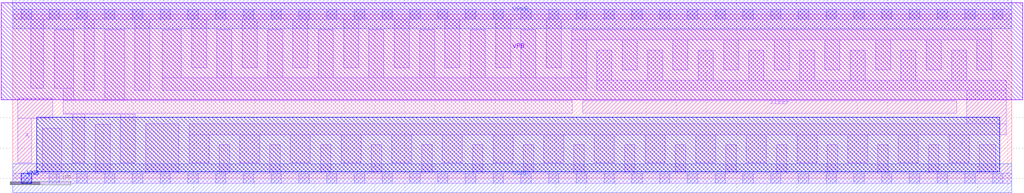
<source format=lef>
VERSION 5.7 ;
  NOWIREEXTENSIONATPIN ON ;
  DIVIDERCHAR "/" ;
  BUSBITCHARS "[]" ;
MACRO sky130_fd_sc_hd__a2bb2o_1
  CLASS CORE ;
  FOREIGN sky130_fd_sc_hd__a2bb2o_1 ;
  ORIGIN 0.000 0.000 ;
  SIZE 3.680 BY 2.720 ;
  SYMMETRY X Y R90 ;
  SITE unithd ;
  PIN A1_N
    DIRECTION INPUT ;
    USE SIGNAL ;
    ANTENNAGATEAREA 0.126000 ;
    PORT
      LAYER li1 ;
        RECT 0.910 0.995 1.240 1.615 ;
    END
  END A1_N
  PIN A2_N
    DIRECTION INPUT ;
    USE SIGNAL ;
    ANTENNAGATEAREA 0.126000 ;
    PORT
      LAYER li1 ;
        RECT 1.410 0.995 1.700 1.375 ;
    END
  END A2_N
  PIN B1
    DIRECTION INPUT ;
    USE SIGNAL ;
    ANTENNAGATEAREA 0.126000 ;
    PORT
      LAYER li1 ;
        RECT 3.280 0.765 3.540 1.655 ;
    END
  END B1
  PIN B2
    DIRECTION INPUT ;
    USE SIGNAL ;
    ANTENNAGATEAREA 0.126000 ;
    PORT
      LAYER li1 ;
        RECT 2.600 1.355 3.080 1.655 ;
        RECT 2.820 0.765 3.080 1.355 ;
    END
  END B2
  PIN VGND
    DIRECTION INOUT ;
    USE GROUND ;
    SHAPE ABUTMENT ;
    PORT
      LAYER met1 ;
        RECT 0.000 -0.240 3.680 0.240 ;
    END
  END VGND
  PIN VNB
    DIRECTION INOUT ;
    USE GROUND ;
    PORT
      LAYER pwell ;
        RECT 0.005 0.785 0.925 1.015 ;
        RECT 0.005 0.105 3.590 0.785 ;
        RECT 0.150 -0.085 0.320 0.105 ;
    END
  END VNB
  PIN VPB
    DIRECTION INOUT ;
    USE POWER ;
    PORT
      LAYER nwell ;
        RECT -0.190 1.305 3.870 2.910 ;
    END
  END VPB
  PIN VPWR
    DIRECTION INOUT ;
    USE POWER ;
    SHAPE ABUTMENT ;
    PORT
      LAYER met1 ;
        RECT 0.000 2.480 3.680 2.960 ;
    END
  END VPWR
  PIN X
    DIRECTION OUTPUT ;
    USE SIGNAL ;
    ANTENNADIFFAREA 0.429000 ;
    PORT
      LAYER li1 ;
        RECT 0.085 1.525 0.345 2.465 ;
        RECT 0.085 0.810 0.260 1.525 ;
        RECT 0.085 0.255 0.345 0.810 ;
    END
  END X
  OBS
      LAYER li1 ;
        RECT 0.000 2.635 3.680 2.805 ;
        RECT 0.515 2.235 0.845 2.635 ;
        RECT 1.990 2.370 2.245 2.465 ;
        RECT 1.105 2.200 2.245 2.370 ;
        RECT 2.415 2.255 2.745 2.425 ;
        RECT 1.105 1.975 1.275 2.200 ;
        RECT 0.515 1.805 1.275 1.975 ;
        RECT 1.990 2.065 2.245 2.200 ;
        RECT 0.515 1.325 0.685 1.805 ;
        RECT 1.540 1.715 1.710 1.905 ;
        RECT 1.990 1.895 2.400 2.065 ;
        RECT 1.540 1.545 2.060 1.715 ;
        RECT 0.430 0.995 0.685 1.325 ;
        RECT 1.890 0.825 2.060 1.545 ;
        RECT 1.180 0.655 2.060 0.825 ;
        RECT 2.230 0.870 2.400 1.895 ;
        RECT 2.575 2.005 2.745 2.255 ;
        RECT 2.915 2.175 3.165 2.635 ;
        RECT 3.335 2.005 3.515 2.465 ;
        RECT 2.575 1.835 3.515 2.005 ;
        RECT 2.230 0.700 2.580 0.870 ;
        RECT 0.515 0.085 0.945 0.530 ;
        RECT 1.180 0.255 1.350 0.655 ;
        RECT 1.520 0.085 2.240 0.485 ;
        RECT 2.410 0.255 2.580 0.700 ;
        RECT 3.155 0.085 3.555 0.595 ;
        RECT 0.000 -0.085 3.680 0.085 ;
      LAYER mcon ;
        RECT 0.145 2.635 0.315 2.805 ;
        RECT 0.605 2.635 0.775 2.805 ;
        RECT 1.065 2.635 1.235 2.805 ;
        RECT 1.525 2.635 1.695 2.805 ;
        RECT 1.985 2.635 2.155 2.805 ;
        RECT 2.445 2.635 2.615 2.805 ;
        RECT 2.905 2.635 3.075 2.805 ;
        RECT 3.365 2.635 3.535 2.805 ;
        RECT 0.145 -0.085 0.315 0.085 ;
        RECT 0.605 -0.085 0.775 0.085 ;
        RECT 1.065 -0.085 1.235 0.085 ;
        RECT 1.525 -0.085 1.695 0.085 ;
        RECT 1.985 -0.085 2.155 0.085 ;
        RECT 2.445 -0.085 2.615 0.085 ;
        RECT 2.905 -0.085 3.075 0.085 ;
        RECT 3.365 -0.085 3.535 0.085 ;
  END
END sky130_fd_sc_hd__a2bb2o_1

#--------EOF---------

MACRO sky130_fd_sc_hd__a2bb2o_2
  CLASS CORE ;
  FOREIGN sky130_fd_sc_hd__a2bb2o_2 ;
  ORIGIN 0.000 0.000 ;
  SIZE 4.140 BY 2.720 ;
  SYMMETRY X Y R90 ;
  SITE unithd ;
  PIN A1_N
    DIRECTION INPUT ;
    USE SIGNAL ;
    ANTENNAGATEAREA 0.159000 ;
    PORT
      LAYER li1 ;
        RECT 1.345 0.995 1.675 1.615 ;
    END
  END A1_N
  PIN A2_N
    DIRECTION INPUT ;
    USE SIGNAL ;
    ANTENNAGATEAREA 0.159000 ;
    PORT
      LAYER li1 ;
        RECT 1.845 0.995 2.135 1.375 ;
    END
  END A2_N
  PIN B1
    DIRECTION INPUT ;
    USE SIGNAL ;
    ANTENNAGATEAREA 0.159000 ;
    PORT
      LAYER li1 ;
        RECT 3.730 0.765 3.990 1.655 ;
    END
  END B1
  PIN B2
    DIRECTION INPUT ;
    USE SIGNAL ;
    ANTENNAGATEAREA 0.159000 ;
    PORT
      LAYER li1 ;
        RECT 3.050 1.355 3.530 1.655 ;
        RECT 3.270 0.765 3.530 1.355 ;
    END
  END B2
  PIN VGND
    DIRECTION INOUT ;
    USE GROUND ;
    SHAPE ABUTMENT ;
    PORT
      LAYER met1 ;
        RECT 0.000 -0.240 4.140 0.240 ;
    END
  END VGND
  PIN VNB
    DIRECTION INOUT ;
    USE GROUND ;
    PORT
      LAYER pwell ;
        RECT 0.015 0.785 1.360 1.015 ;
        RECT 0.015 0.105 4.040 0.785 ;
        RECT 0.125 -0.085 0.295 0.105 ;
    END
  END VNB
  PIN VPB
    DIRECTION INOUT ;
    USE POWER ;
    PORT
      LAYER nwell ;
        RECT -0.190 1.305 4.330 2.910 ;
    END
  END VPB
  PIN VPWR
    DIRECTION INOUT ;
    USE POWER ;
    SHAPE ABUTMENT ;
    PORT
      LAYER met1 ;
        RECT 0.000 2.480 4.140 2.960 ;
    END
  END VPWR
  PIN X
    DIRECTION OUTPUT ;
    USE SIGNAL ;
    ANTENNADIFFAREA 0.445500 ;
    PORT
      LAYER li1 ;
        RECT 0.525 1.525 0.780 2.465 ;
        RECT 0.525 0.810 0.695 1.525 ;
        RECT 0.525 0.255 0.780 0.810 ;
    END
  END X
  OBS
      LAYER li1 ;
        RECT 0.000 2.635 4.140 2.805 ;
        RECT 0.185 1.445 0.355 2.635 ;
        RECT 0.950 2.235 1.280 2.635 ;
        RECT 2.500 2.370 2.670 2.465 ;
        RECT 1.540 2.200 2.670 2.370 ;
        RECT 2.875 2.255 3.205 2.425 ;
        RECT 1.540 1.975 1.710 2.200 ;
        RECT 0.950 1.805 1.710 1.975 ;
        RECT 2.440 2.065 2.670 2.200 ;
        RECT 0.950 1.325 1.120 1.805 ;
        RECT 1.975 1.715 2.145 1.905 ;
        RECT 2.440 1.895 2.850 2.065 ;
        RECT 1.975 1.545 2.510 1.715 ;
        RECT 0.865 0.995 1.120 1.325 ;
        RECT 0.185 0.085 0.355 0.930 ;
        RECT 2.340 0.825 2.510 1.545 ;
        RECT 1.615 0.655 2.510 0.825 ;
        RECT 2.680 0.870 2.850 1.895 ;
        RECT 3.035 2.005 3.205 2.255 ;
        RECT 3.375 2.175 3.625 2.635 ;
        RECT 3.795 2.005 3.965 2.465 ;
        RECT 3.035 1.835 3.965 2.005 ;
        RECT 2.680 0.700 3.030 0.870 ;
        RECT 0.950 0.085 1.380 0.530 ;
        RECT 1.615 0.255 1.785 0.655 ;
        RECT 1.955 0.085 2.690 0.485 ;
        RECT 2.860 0.255 3.030 0.700 ;
        RECT 3.605 0.085 4.005 0.595 ;
        RECT 0.000 -0.085 4.140 0.085 ;
      LAYER mcon ;
        RECT 0.145 2.635 0.315 2.805 ;
        RECT 0.605 2.635 0.775 2.805 ;
        RECT 1.065 2.635 1.235 2.805 ;
        RECT 1.525 2.635 1.695 2.805 ;
        RECT 1.985 2.635 2.155 2.805 ;
        RECT 2.445 2.635 2.615 2.805 ;
        RECT 2.905 2.635 3.075 2.805 ;
        RECT 3.365 2.635 3.535 2.805 ;
        RECT 3.825 2.635 3.995 2.805 ;
        RECT 0.145 -0.085 0.315 0.085 ;
        RECT 0.605 -0.085 0.775 0.085 ;
        RECT 1.065 -0.085 1.235 0.085 ;
        RECT 1.525 -0.085 1.695 0.085 ;
        RECT 1.985 -0.085 2.155 0.085 ;
        RECT 2.445 -0.085 2.615 0.085 ;
        RECT 2.905 -0.085 3.075 0.085 ;
        RECT 3.365 -0.085 3.535 0.085 ;
        RECT 3.825 -0.085 3.995 0.085 ;
  END
END sky130_fd_sc_hd__a2bb2o_2

#--------EOF---------

MACRO sky130_fd_sc_hd__a2bb2o_4
  CLASS CORE ;
  FOREIGN sky130_fd_sc_hd__a2bb2o_4 ;
  ORIGIN 0.000 0.000 ;
  SIZE 7.360 BY 2.720 ;
  SYMMETRY X Y R90 ;
  SITE unithd ;
  PIN A1_N
    DIRECTION INPUT ;
    USE SIGNAL ;
    ANTENNAGATEAREA 0.495000 ;
    PORT
      LAYER li1 ;
        RECT 3.475 1.445 4.965 1.615 ;
        RECT 3.475 1.325 3.645 1.445 ;
        RECT 3.315 1.075 3.645 1.325 ;
        RECT 4.605 1.075 4.965 1.445 ;
    END
  END A1_N
  PIN A2_N
    DIRECTION INPUT ;
    USE SIGNAL ;
    ANTENNAGATEAREA 0.495000 ;
    PORT
      LAYER li1 ;
        RECT 3.815 1.075 4.435 1.275 ;
    END
  END A2_N
  PIN B1
    DIRECTION INPUT ;
    USE SIGNAL ;
    ANTENNAGATEAREA 0.495000 ;
    PORT
      LAYER li1 ;
        RECT 0.085 1.445 1.685 1.615 ;
        RECT 0.085 1.075 0.575 1.445 ;
        RECT 1.515 1.245 1.685 1.445 ;
        RECT 1.515 1.075 1.895 1.245 ;
    END
  END B1
  PIN B2
    DIRECTION INPUT ;
    USE SIGNAL ;
    ANTENNAGATEAREA 0.495000 ;
    PORT
      LAYER li1 ;
        RECT 0.805 1.075 1.345 1.275 ;
    END
  END B2
  PIN VGND
    DIRECTION INOUT ;
    USE GROUND ;
    SHAPE ABUTMENT ;
    PORT
      LAYER met1 ;
        RECT 0.000 -0.240 7.360 0.240 ;
    END
  END VGND
  PIN VNB
    DIRECTION INOUT ;
    USE GROUND ;
    PORT
      LAYER pwell ;
        RECT 0.005 0.105 6.915 1.015 ;
        RECT 0.150 -0.085 0.320 0.105 ;
    END
  END VNB
  PIN VPB
    DIRECTION INOUT ;
    USE POWER ;
    PORT
      LAYER nwell ;
        RECT -0.190 1.305 7.550 2.910 ;
    END
  END VPB
  PIN VPWR
    DIRECTION INOUT ;
    USE POWER ;
    SHAPE ABUTMENT ;
    PORT
      LAYER met1 ;
        RECT 0.000 2.480 7.360 2.960 ;
    END
  END VPWR
  PIN X
    DIRECTION OUTPUT ;
    USE SIGNAL ;
    ANTENNADIFFAREA 0.891000 ;
    PORT
      LAYER li1 ;
        RECT 5.275 1.955 5.525 2.465 ;
        RECT 6.115 1.955 6.365 2.465 ;
        RECT 5.275 1.785 6.365 1.955 ;
        RECT 6.115 1.655 6.365 1.785 ;
        RECT 6.115 1.415 6.920 1.655 ;
        RECT 6.610 0.905 6.920 1.415 ;
        RECT 5.235 0.725 6.920 0.905 ;
        RECT 5.235 0.275 5.565 0.725 ;
        RECT 6.075 0.275 6.405 0.725 ;
    END
  END X
  OBS
      LAYER li1 ;
        RECT 0.000 2.635 7.360 2.805 ;
        RECT 0.135 1.955 0.385 2.465 ;
        RECT 0.555 2.125 0.805 2.635 ;
        RECT 0.975 1.955 1.225 2.465 ;
        RECT 1.395 2.125 1.645 2.635 ;
        RECT 1.815 2.295 2.905 2.465 ;
        RECT 1.815 1.955 2.065 2.295 ;
        RECT 2.655 2.135 2.905 2.295 ;
        RECT 3.175 2.135 3.425 2.635 ;
        RECT 3.595 2.295 4.685 2.465 ;
        RECT 3.595 2.135 3.845 2.295 ;
        RECT 0.135 1.785 2.065 1.955 ;
        RECT 1.855 1.455 2.065 1.785 ;
        RECT 2.235 1.965 2.485 2.125 ;
        RECT 4.015 1.965 4.265 2.125 ;
        RECT 2.235 1.415 2.620 1.965 ;
        RECT 3.135 1.785 4.265 1.965 ;
        RECT 4.435 1.785 4.685 2.295 ;
        RECT 4.855 1.795 5.105 2.635 ;
        RECT 5.695 2.165 5.945 2.635 ;
        RECT 6.535 1.825 6.785 2.635 ;
        RECT 3.135 1.665 3.305 1.785 ;
        RECT 2.955 1.495 3.305 1.665 ;
        RECT 2.235 0.905 2.445 1.415 ;
        RECT 2.955 1.245 3.145 1.495 ;
        RECT 2.615 1.075 3.145 1.245 ;
        RECT 5.135 1.245 5.460 1.615 ;
        RECT 5.135 1.075 6.440 1.245 ;
        RECT 2.955 0.905 3.145 1.075 ;
        RECT 0.175 0.085 0.345 0.895 ;
        RECT 0.515 0.475 0.765 0.905 ;
        RECT 0.935 0.735 2.525 0.905 ;
        RECT 0.935 0.645 1.270 0.735 ;
        RECT 0.515 0.255 1.685 0.475 ;
        RECT 1.855 0.085 2.025 0.555 ;
        RECT 2.195 0.255 2.525 0.735 ;
        RECT 2.955 0.725 4.725 0.905 ;
        RECT 2.695 0.085 3.385 0.555 ;
        RECT 3.555 0.255 3.885 0.725 ;
        RECT 4.055 0.085 4.225 0.555 ;
        RECT 4.395 0.255 4.725 0.725 ;
        RECT 4.895 0.085 5.065 0.895 ;
        RECT 5.735 0.085 5.905 0.555 ;
        RECT 6.575 0.085 6.745 0.555 ;
        RECT 0.000 -0.085 7.360 0.085 ;
      LAYER mcon ;
        RECT 0.145 2.635 0.315 2.805 ;
        RECT 0.605 2.635 0.775 2.805 ;
        RECT 1.065 2.635 1.235 2.805 ;
        RECT 1.525 2.635 1.695 2.805 ;
        RECT 1.985 2.635 2.155 2.805 ;
        RECT 2.445 2.635 2.615 2.805 ;
        RECT 2.905 2.635 3.075 2.805 ;
        RECT 3.365 2.635 3.535 2.805 ;
        RECT 3.825 2.635 3.995 2.805 ;
        RECT 4.285 2.635 4.455 2.805 ;
        RECT 4.745 2.635 4.915 2.805 ;
        RECT 5.205 2.635 5.375 2.805 ;
        RECT 5.665 2.635 5.835 2.805 ;
        RECT 6.125 2.635 6.295 2.805 ;
        RECT 6.585 2.635 6.755 2.805 ;
        RECT 7.045 2.635 7.215 2.805 ;
        RECT 2.450 1.445 2.620 1.615 ;
        RECT 5.230 1.445 5.400 1.615 ;
        RECT 0.145 -0.085 0.315 0.085 ;
        RECT 0.605 -0.085 0.775 0.085 ;
        RECT 1.065 -0.085 1.235 0.085 ;
        RECT 1.525 -0.085 1.695 0.085 ;
        RECT 1.985 -0.085 2.155 0.085 ;
        RECT 2.445 -0.085 2.615 0.085 ;
        RECT 2.905 -0.085 3.075 0.085 ;
        RECT 3.365 -0.085 3.535 0.085 ;
        RECT 3.825 -0.085 3.995 0.085 ;
        RECT 4.285 -0.085 4.455 0.085 ;
        RECT 4.745 -0.085 4.915 0.085 ;
        RECT 5.205 -0.085 5.375 0.085 ;
        RECT 5.665 -0.085 5.835 0.085 ;
        RECT 6.125 -0.085 6.295 0.085 ;
        RECT 6.585 -0.085 6.755 0.085 ;
        RECT 7.045 -0.085 7.215 0.085 ;
      LAYER met1 ;
        RECT 2.390 1.600 2.680 1.645 ;
        RECT 5.170 1.600 5.460 1.645 ;
        RECT 2.390 1.460 5.460 1.600 ;
        RECT 2.390 1.415 2.680 1.460 ;
        RECT 5.170 1.415 5.460 1.460 ;
  END
END sky130_fd_sc_hd__a2bb2o_4

#--------EOF---------

MACRO sky130_fd_sc_hd__a2bb2oi_1
  CLASS CORE ;
  FOREIGN sky130_fd_sc_hd__a2bb2oi_1 ;
  ORIGIN 0.000 0.000 ;
  SIZE 3.220 BY 2.720 ;
  SYMMETRY X Y R90 ;
  SITE unithd ;
  PIN A1_N
    DIRECTION INPUT ;
    USE SIGNAL ;
    ANTENNAGATEAREA 0.247500 ;
    PORT
      LAYER li1 ;
        RECT 0.150 0.995 0.520 1.615 ;
    END
  END A1_N
  PIN A2_N
    DIRECTION INPUT ;
    USE SIGNAL ;
    ANTENNAGATEAREA 0.247500 ;
    PORT
      LAYER li1 ;
        RECT 0.725 1.010 1.240 1.275 ;
    END
  END A2_N
  PIN B1
    DIRECTION INPUT ;
    USE SIGNAL ;
    ANTENNAGATEAREA 0.247500 ;
    PORT
      LAYER li1 ;
        RECT 2.780 0.995 3.070 1.615 ;
    END
  END B1
  PIN B2
    DIRECTION INPUT ;
    USE SIGNAL ;
    ANTENNAGATEAREA 0.247500 ;
    PORT
      LAYER li1 ;
        RECT 2.245 0.995 2.610 1.615 ;
        RECT 2.440 0.425 2.610 0.995 ;
    END
  END B2
  PIN VGND
    DIRECTION INOUT ;
    USE GROUND ;
    SHAPE ABUTMENT ;
    PORT
      LAYER met1 ;
        RECT 0.000 -0.240 3.220 0.240 ;
    END
  END VGND
  PIN VNB
    DIRECTION INOUT ;
    USE GROUND ;
    PORT
      LAYER pwell ;
        RECT 0.005 0.105 3.215 1.015 ;
        RECT 0.145 -0.085 0.315 0.105 ;
    END
  END VNB
  PIN VPB
    DIRECTION INOUT ;
    USE POWER ;
    PORT
      LAYER nwell ;
        RECT -0.190 1.305 3.410 2.910 ;
    END
  END VPB
  PIN VPWR
    DIRECTION INOUT ;
    USE POWER ;
    SHAPE ABUTMENT ;
    PORT
      LAYER met1 ;
        RECT 0.000 2.480 3.220 2.960 ;
    END
  END VPWR
  PIN Y
    DIRECTION OUTPUT ;
    USE SIGNAL ;
    ANTENNADIFFAREA 0.515500 ;
    PORT
      LAYER li1 ;
        RECT 1.420 1.955 1.785 2.465 ;
        RECT 1.420 1.785 1.945 1.955 ;
        RECT 1.775 0.825 1.945 1.785 ;
        RECT 1.775 0.255 2.205 0.825 ;
    END
  END Y
  OBS
      LAYER li1 ;
        RECT 0.000 2.635 3.220 2.805 ;
        RECT 0.095 1.805 0.425 2.635 ;
        RECT 0.875 1.615 1.205 2.465 ;
        RECT 1.955 2.235 2.285 2.465 ;
        RECT 2.115 1.955 2.285 2.235 ;
        RECT 2.455 2.135 2.705 2.635 ;
        RECT 2.875 1.955 3.130 2.465 ;
        RECT 2.115 1.785 3.130 1.955 ;
        RECT 0.875 1.445 1.580 1.615 ;
        RECT 1.410 0.830 1.580 1.445 ;
        RECT 0.095 0.085 0.425 0.825 ;
        RECT 0.595 0.660 1.580 0.830 ;
        RECT 0.595 0.255 0.765 0.660 ;
        RECT 0.935 0.085 1.605 0.490 ;
        RECT 2.795 0.085 3.125 0.825 ;
        RECT 0.000 -0.085 3.220 0.085 ;
      LAYER mcon ;
        RECT 0.145 2.635 0.315 2.805 ;
        RECT 0.605 2.635 0.775 2.805 ;
        RECT 1.065 2.635 1.235 2.805 ;
        RECT 1.525 2.635 1.695 2.805 ;
        RECT 1.985 2.635 2.155 2.805 ;
        RECT 2.445 2.635 2.615 2.805 ;
        RECT 2.905 2.635 3.075 2.805 ;
        RECT 0.145 -0.085 0.315 0.085 ;
        RECT 0.605 -0.085 0.775 0.085 ;
        RECT 1.065 -0.085 1.235 0.085 ;
        RECT 1.525 -0.085 1.695 0.085 ;
        RECT 1.985 -0.085 2.155 0.085 ;
        RECT 2.445 -0.085 2.615 0.085 ;
        RECT 2.905 -0.085 3.075 0.085 ;
  END
END sky130_fd_sc_hd__a2bb2oi_1

#--------EOF---------

MACRO sky130_fd_sc_hd__a2bb2oi_2
  CLASS CORE ;
  FOREIGN sky130_fd_sc_hd__a2bb2oi_2 ;
  ORIGIN 0.000 0.000 ;
  SIZE 5.520 BY 2.720 ;
  SYMMETRY X Y R90 ;
  SITE unithd ;
  PIN A1_N
    DIRECTION INPUT ;
    USE SIGNAL ;
    ANTENNAGATEAREA 0.495000 ;
    PORT
      LAYER li1 ;
        RECT 3.310 1.075 4.205 1.275 ;
    END
  END A1_N
  PIN A2_N
    DIRECTION INPUT ;
    USE SIGNAL ;
    ANTENNAGATEAREA 0.495000 ;
    PORT
      LAYER li1 ;
        RECT 4.455 1.075 5.435 1.275 ;
    END
  END A2_N
  PIN B1
    DIRECTION INPUT ;
    USE SIGNAL ;
    ANTENNAGATEAREA 0.495000 ;
    PORT
      LAYER li1 ;
        RECT 0.085 1.445 2.030 1.615 ;
        RECT 0.085 1.075 0.710 1.445 ;
        RECT 1.700 1.075 2.030 1.445 ;
    END
  END B1
  PIN B2
    DIRECTION INPUT ;
    USE SIGNAL ;
    ANTENNAGATEAREA 0.495000 ;
    PORT
      LAYER li1 ;
        RECT 0.940 1.075 1.480 1.275 ;
    END
  END B2
  PIN VGND
    DIRECTION INOUT ;
    USE GROUND ;
    SHAPE ABUTMENT ;
    PORT
      LAYER met1 ;
        RECT 0.000 -0.240 5.520 0.240 ;
    END
  END VGND
  PIN VNB
    DIRECTION INOUT ;
    USE GROUND ;
    PORT
      LAYER pwell ;
        RECT 0.140 0.105 5.390 1.015 ;
        RECT 0.145 -0.085 0.315 0.105 ;
    END
  END VNB
  PIN VPB
    DIRECTION INOUT ;
    USE POWER ;
    PORT
      LAYER nwell ;
        RECT -0.190 1.305 5.710 2.910 ;
    END
  END VPB
  PIN VPWR
    DIRECTION INOUT ;
    USE POWER ;
    SHAPE ABUTMENT ;
    PORT
      LAYER met1 ;
        RECT 0.000 2.480 5.520 2.960 ;
    END
  END VPWR
  PIN Y
    DIRECTION OUTPUT ;
    USE SIGNAL ;
    ANTENNADIFFAREA 0.621000 ;
    PORT
      LAYER li1 ;
        RECT 2.370 1.660 2.620 2.125 ;
        RECT 2.370 0.905 2.660 1.660 ;
        RECT 1.070 0.725 2.660 0.905 ;
        RECT 1.070 0.645 1.400 0.725 ;
        RECT 2.330 0.255 2.660 0.725 ;
    END
  END Y
  OBS
      LAYER li1 ;
        RECT 0.000 2.635 5.520 2.805 ;
        RECT 0.270 1.955 0.520 2.465 ;
        RECT 0.690 2.135 0.940 2.635 ;
        RECT 1.110 1.955 1.360 2.465 ;
        RECT 1.530 2.135 1.780 2.635 ;
        RECT 1.950 2.295 3.040 2.465 ;
        RECT 1.950 1.955 2.200 2.295 ;
        RECT 0.270 1.785 2.200 1.955 ;
        RECT 2.790 1.795 3.040 2.295 ;
        RECT 3.310 1.965 3.560 2.465 ;
        RECT 3.730 2.135 3.980 2.635 ;
        RECT 4.150 2.295 5.240 2.465 ;
        RECT 4.150 1.965 4.400 2.295 ;
        RECT 3.310 1.785 4.400 1.965 ;
        RECT 4.570 1.615 4.820 2.125 ;
        RECT 2.950 1.445 4.820 1.615 ;
        RECT 4.990 1.455 5.240 2.295 ;
        RECT 2.950 1.325 3.120 1.445 ;
        RECT 2.830 0.995 3.120 1.325 ;
        RECT 2.950 0.905 3.120 0.995 ;
        RECT 0.310 0.085 0.480 0.895 ;
        RECT 0.650 0.475 0.900 0.895 ;
        RECT 2.950 0.725 4.860 0.905 ;
        RECT 0.650 0.255 1.820 0.475 ;
        RECT 1.990 0.085 2.160 0.555 ;
        RECT 2.830 0.085 3.520 0.555 ;
        RECT 3.690 0.255 4.020 0.725 ;
        RECT 4.190 0.085 4.360 0.555 ;
        RECT 4.530 0.255 4.860 0.725 ;
        RECT 5.030 0.085 5.200 0.905 ;
        RECT 0.000 -0.085 5.520 0.085 ;
      LAYER mcon ;
        RECT 0.145 2.635 0.315 2.805 ;
        RECT 0.605 2.635 0.775 2.805 ;
        RECT 1.065 2.635 1.235 2.805 ;
        RECT 1.525 2.635 1.695 2.805 ;
        RECT 1.985 2.635 2.155 2.805 ;
        RECT 2.445 2.635 2.615 2.805 ;
        RECT 2.905 2.635 3.075 2.805 ;
        RECT 3.365 2.635 3.535 2.805 ;
        RECT 3.825 2.635 3.995 2.805 ;
        RECT 4.285 2.635 4.455 2.805 ;
        RECT 4.745 2.635 4.915 2.805 ;
        RECT 5.205 2.635 5.375 2.805 ;
        RECT 0.145 -0.085 0.315 0.085 ;
        RECT 0.605 -0.085 0.775 0.085 ;
        RECT 1.065 -0.085 1.235 0.085 ;
        RECT 1.525 -0.085 1.695 0.085 ;
        RECT 1.985 -0.085 2.155 0.085 ;
        RECT 2.445 -0.085 2.615 0.085 ;
        RECT 2.905 -0.085 3.075 0.085 ;
        RECT 3.365 -0.085 3.535 0.085 ;
        RECT 3.825 -0.085 3.995 0.085 ;
        RECT 4.285 -0.085 4.455 0.085 ;
        RECT 4.745 -0.085 4.915 0.085 ;
        RECT 5.205 -0.085 5.375 0.085 ;
  END
END sky130_fd_sc_hd__a2bb2oi_2

#--------EOF---------

MACRO sky130_fd_sc_hd__a2bb2oi_4
  CLASS CORE ;
  FOREIGN sky130_fd_sc_hd__a2bb2oi_4 ;
  ORIGIN 0.000 0.000 ;
  SIZE 9.660 BY 2.720 ;
  SYMMETRY X Y R90 ;
  SITE unithd ;
  PIN A1_N
    DIRECTION INPUT ;
    USE SIGNAL ;
    ANTENNAGATEAREA 0.990000 ;
    PORT
      LAYER li1 ;
        RECT 5.945 1.075 7.320 1.275 ;
    END
  END A1_N
  PIN A2_N
    DIRECTION INPUT ;
    USE SIGNAL ;
    ANTENNAGATEAREA 0.990000 ;
    PORT
      LAYER li1 ;
        RECT 7.595 1.075 9.045 1.275 ;
    END
  END A2_N
  PIN B1
    DIRECTION INPUT ;
    USE SIGNAL ;
    ANTENNAGATEAREA 0.990000 ;
    PORT
      LAYER li1 ;
        RECT 1.385 1.445 3.575 1.615 ;
        RECT 1.385 1.285 1.555 1.445 ;
        RECT 0.100 1.075 1.555 1.285 ;
        RECT 3.245 1.075 3.575 1.445 ;
    END
  END B1
  PIN B2
    DIRECTION INPUT ;
    USE SIGNAL ;
    ANTENNAGATEAREA 0.990000 ;
    PORT
      LAYER li1 ;
        RECT 1.725 1.075 3.075 1.275 ;
    END
  END B2
  PIN VGND
    DIRECTION INOUT ;
    USE GROUND ;
    SHAPE ABUTMENT ;
    PORT
      LAYER met1 ;
        RECT 0.000 -0.240 9.660 0.240 ;
    END
  END VGND
  PIN VNB
    DIRECTION INOUT ;
    USE GROUND ;
    PORT
      LAYER pwell ;
        RECT 0.005 0.105 9.435 1.015 ;
        RECT 0.150 -0.085 0.320 0.105 ;
    END
  END VNB
  PIN VPB
    DIRECTION INOUT ;
    USE POWER ;
    PORT
      LAYER nwell ;
        RECT -0.190 1.305 9.850 2.910 ;
    END
  END VPB
  PIN VPWR
    DIRECTION INOUT ;
    USE POWER ;
    SHAPE ABUTMENT ;
    PORT
      LAYER met1 ;
        RECT 0.000 2.480 9.660 2.960 ;
    END
  END VPWR
  PIN Y
    DIRECTION OUTPUT ;
    USE SIGNAL ;
    ANTENNADIFFAREA 1.242000 ;
    PORT
      LAYER li1 ;
        RECT 3.915 1.615 4.165 2.125 ;
        RECT 4.745 1.615 4.965 2.125 ;
        RECT 3.745 1.415 4.965 1.615 ;
        RECT 3.745 0.905 3.915 1.415 ;
        RECT 1.775 0.725 5.045 0.905 ;
        RECT 1.775 0.645 2.995 0.725 ;
        RECT 3.875 0.275 4.205 0.725 ;
        RECT 4.715 0.275 5.045 0.725 ;
    END
  END Y
  OBS
      LAYER li1 ;
        RECT 0.000 2.635 9.660 2.805 ;
        RECT 0.085 1.625 0.425 2.465 ;
        RECT 0.595 1.795 0.805 2.635 ;
        RECT 0.975 1.965 1.215 2.465 ;
        RECT 1.395 2.135 1.645 2.635 ;
        RECT 1.815 1.965 2.065 2.465 ;
        RECT 2.235 2.135 2.485 2.635 ;
        RECT 2.655 1.965 2.905 2.465 ;
        RECT 3.075 2.135 3.325 2.635 ;
        RECT 3.495 2.295 5.465 2.465 ;
        RECT 3.495 1.965 3.745 2.295 ;
        RECT 0.975 1.795 3.745 1.965 ;
        RECT 4.335 1.795 4.575 2.295 ;
        RECT 0.975 1.625 1.215 1.795 ;
        RECT 0.085 1.455 1.215 1.625 ;
        RECT 5.135 1.455 5.465 2.295 ;
        RECT 5.655 1.625 5.985 2.465 ;
        RECT 6.155 1.795 6.365 2.635 ;
        RECT 6.540 1.625 6.780 2.465 ;
        RECT 6.955 1.795 7.205 2.635 ;
        RECT 7.375 2.295 9.310 2.465 ;
        RECT 7.375 1.625 7.625 2.295 ;
        RECT 5.655 1.455 7.625 1.625 ;
        RECT 7.795 1.625 8.045 2.125 ;
        RECT 8.215 1.795 8.465 2.295 ;
        RECT 8.635 1.625 8.885 2.125 ;
        RECT 9.060 1.795 9.310 2.295 ;
        RECT 7.795 1.455 9.575 1.625 ;
        RECT 4.085 1.075 5.725 1.245 ;
        RECT 5.555 0.905 5.725 1.075 ;
        RECT 9.215 0.905 9.575 1.455 ;
        RECT 0.175 0.085 0.345 0.895 ;
        RECT 0.515 0.725 1.605 0.905 ;
        RECT 5.555 0.735 9.575 0.905 ;
        RECT 0.515 0.255 0.845 0.725 ;
        RECT 1.015 0.085 1.185 0.555 ;
        RECT 1.355 0.475 1.605 0.725 ;
        RECT 6.075 0.725 8.925 0.735 ;
        RECT 1.355 0.255 3.365 0.475 ;
        RECT 3.535 0.085 3.705 0.555 ;
        RECT 4.375 0.085 4.545 0.555 ;
        RECT 5.215 0.085 5.905 0.555 ;
        RECT 6.075 0.255 6.405 0.725 ;
        RECT 6.575 0.085 6.745 0.555 ;
        RECT 6.915 0.255 7.245 0.725 ;
        RECT 7.415 0.085 7.585 0.555 ;
        RECT 7.755 0.255 8.085 0.725 ;
        RECT 8.255 0.085 8.425 0.555 ;
        RECT 8.595 0.255 8.925 0.725 ;
        RECT 9.095 0.085 9.265 0.555 ;
        RECT 0.000 -0.085 9.660 0.085 ;
      LAYER mcon ;
        RECT 0.145 2.635 0.315 2.805 ;
        RECT 0.605 2.635 0.775 2.805 ;
        RECT 1.065 2.635 1.235 2.805 ;
        RECT 1.525 2.635 1.695 2.805 ;
        RECT 1.985 2.635 2.155 2.805 ;
        RECT 2.445 2.635 2.615 2.805 ;
        RECT 2.905 2.635 3.075 2.805 ;
        RECT 3.365 2.635 3.535 2.805 ;
        RECT 3.825 2.635 3.995 2.805 ;
        RECT 4.285 2.635 4.455 2.805 ;
        RECT 4.745 2.635 4.915 2.805 ;
        RECT 5.205 2.635 5.375 2.805 ;
        RECT 5.665 2.635 5.835 2.805 ;
        RECT 6.125 2.635 6.295 2.805 ;
        RECT 6.585 2.635 6.755 2.805 ;
        RECT 7.045 2.635 7.215 2.805 ;
        RECT 7.505 2.635 7.675 2.805 ;
        RECT 7.965 2.635 8.135 2.805 ;
        RECT 8.425 2.635 8.595 2.805 ;
        RECT 8.885 2.635 9.055 2.805 ;
        RECT 9.345 2.635 9.515 2.805 ;
        RECT 0.145 -0.085 0.315 0.085 ;
        RECT 0.605 -0.085 0.775 0.085 ;
        RECT 1.065 -0.085 1.235 0.085 ;
        RECT 1.525 -0.085 1.695 0.085 ;
        RECT 1.985 -0.085 2.155 0.085 ;
        RECT 2.445 -0.085 2.615 0.085 ;
        RECT 2.905 -0.085 3.075 0.085 ;
        RECT 3.365 -0.085 3.535 0.085 ;
        RECT 3.825 -0.085 3.995 0.085 ;
        RECT 4.285 -0.085 4.455 0.085 ;
        RECT 4.745 -0.085 4.915 0.085 ;
        RECT 5.205 -0.085 5.375 0.085 ;
        RECT 5.665 -0.085 5.835 0.085 ;
        RECT 6.125 -0.085 6.295 0.085 ;
        RECT 6.585 -0.085 6.755 0.085 ;
        RECT 7.045 -0.085 7.215 0.085 ;
        RECT 7.505 -0.085 7.675 0.085 ;
        RECT 7.965 -0.085 8.135 0.085 ;
        RECT 8.425 -0.085 8.595 0.085 ;
        RECT 8.885 -0.085 9.055 0.085 ;
        RECT 9.345 -0.085 9.515 0.085 ;
  END
END sky130_fd_sc_hd__a2bb2oi_4

#--------EOF---------

MACRO sky130_fd_sc_hd__a21bo_1
  CLASS CORE ;
  FOREIGN sky130_fd_sc_hd__a21bo_1 ;
  ORIGIN 0.000 0.000 ;
  SIZE 3.680 BY 2.720 ;
  SYMMETRY X Y R90 ;
  SITE unithd ;
  PIN A1
    DIRECTION INPUT ;
    USE SIGNAL ;
    ANTENNAGATEAREA 0.247500 ;
    PORT
      LAYER li1 ;
        RECT 1.750 0.995 2.175 1.615 ;
    END
  END A1
  PIN A2
    DIRECTION INPUT ;
    USE SIGNAL ;
    ANTENNAGATEAREA 0.247500 ;
    PORT
      LAYER li1 ;
        RECT 2.370 0.995 2.630 1.615 ;
    END
  END A2
  PIN B1_N
    DIRECTION INPUT ;
    USE SIGNAL ;
    ANTENNAGATEAREA 0.126000 ;
    PORT
      LAYER li1 ;
        RECT 0.105 0.325 0.335 1.665 ;
    END
  END B1_N
  PIN VGND
    DIRECTION INOUT ;
    USE GROUND ;
    SHAPE ABUTMENT ;
    PORT
      LAYER met1 ;
        RECT 0.000 -0.240 3.680 0.240 ;
    END
  END VGND
  PIN VNB
    DIRECTION INOUT ;
    USE GROUND ;
    PORT
      LAYER pwell ;
        RECT 0.145 -0.085 0.315 0.085 ;
    END
  END VNB
  PIN VPB
    DIRECTION INOUT ;
    USE POWER ;
    PORT
      LAYER nwell ;
        RECT -0.190 1.305 3.870 2.910 ;
    END
  END VPB
  PIN VPWR
    DIRECTION INOUT ;
    USE POWER ;
    SHAPE ABUTMENT ;
    PORT
      LAYER met1 ;
        RECT 0.000 2.480 3.680 2.960 ;
    END
  END VPWR
  PIN X
    DIRECTION OUTPUT ;
    USE SIGNAL ;
    ANTENNADIFFAREA 0.429000 ;
    PORT
      LAYER li1 ;
        RECT 3.300 0.265 3.580 2.455 ;
    END
  END X
  OBS
      LAYER pwell ;
        RECT 0.850 0.785 3.675 1.015 ;
        RECT 0.345 0.105 3.675 0.785 ;
      LAYER li1 ;
        RECT 0.000 2.635 3.680 2.805 ;
        RECT 0.105 2.045 0.345 2.435 ;
        RECT 0.515 2.225 0.865 2.635 ;
        RECT 0.105 1.845 0.855 2.045 ;
        RECT 0.515 1.165 0.855 1.845 ;
        RECT 1.035 1.345 1.365 2.455 ;
        RECT 1.535 1.985 1.715 2.455 ;
        RECT 1.885 2.155 2.215 2.635 ;
        RECT 2.390 1.985 2.560 2.455 ;
        RECT 1.535 1.785 2.560 1.985 ;
        RECT 2.825 1.495 3.110 2.635 ;
        RECT 0.515 0.265 0.745 1.165 ;
        RECT 1.035 1.045 1.580 1.345 ;
        RECT 0.945 0.085 1.190 0.865 ;
        RECT 1.360 0.815 1.580 1.045 ;
        RECT 2.840 0.815 3.100 1.325 ;
        RECT 1.360 0.625 3.100 0.815 ;
        RECT 1.360 0.265 1.790 0.625 ;
        RECT 2.370 0.085 3.100 0.455 ;
        RECT 0.000 -0.085 3.680 0.085 ;
      LAYER mcon ;
        RECT 0.145 2.635 0.315 2.805 ;
        RECT 0.605 2.635 0.775 2.805 ;
        RECT 1.065 2.635 1.235 2.805 ;
        RECT 1.525 2.635 1.695 2.805 ;
        RECT 1.985 2.635 2.155 2.805 ;
        RECT 2.445 2.635 2.615 2.805 ;
        RECT 2.905 2.635 3.075 2.805 ;
        RECT 3.365 2.635 3.535 2.805 ;
        RECT 0.145 -0.085 0.315 0.085 ;
        RECT 0.605 -0.085 0.775 0.085 ;
        RECT 1.065 -0.085 1.235 0.085 ;
        RECT 1.525 -0.085 1.695 0.085 ;
        RECT 1.985 -0.085 2.155 0.085 ;
        RECT 2.445 -0.085 2.615 0.085 ;
        RECT 2.905 -0.085 3.075 0.085 ;
        RECT 3.365 -0.085 3.535 0.085 ;
  END
END sky130_fd_sc_hd__a21bo_1

#--------EOF---------

MACRO sky130_fd_sc_hd__a21bo_2
  CLASS CORE ;
  FOREIGN sky130_fd_sc_hd__a21bo_2 ;
  ORIGIN 0.000 0.000 ;
  SIZE 3.680 BY 2.720 ;
  SYMMETRY X Y R90 ;
  SITE unithd ;
  PIN A1
    DIRECTION INPUT ;
    USE SIGNAL ;
    ANTENNAGATEAREA 0.247500 ;
    PORT
      LAYER li1 ;
        RECT 2.685 0.995 3.100 1.615 ;
    END
  END A1
  PIN A2
    DIRECTION INPUT ;
    USE SIGNAL ;
    ANTENNAGATEAREA 0.247500 ;
    PORT
      LAYER li1 ;
        RECT 3.270 0.995 3.560 1.615 ;
    END
  END A2
  PIN B1_N
    DIRECTION INPUT ;
    USE SIGNAL ;
    ANTENNAGATEAREA 0.126000 ;
    PORT
      LAYER li1 ;
        RECT 1.070 1.035 1.525 1.325 ;
        RECT 1.330 0.995 1.525 1.035 ;
    END
  END B1_N
  PIN VGND
    DIRECTION INOUT ;
    USE GROUND ;
    SHAPE ABUTMENT ;
    PORT
      LAYER met1 ;
        RECT 0.000 -0.240 3.680 0.240 ;
    END
  END VGND
  PIN VNB
    DIRECTION INOUT ;
    USE GROUND ;
    PORT
      LAYER pwell ;
        RECT 0.005 0.105 3.655 1.015 ;
        RECT 0.150 -0.085 0.320 0.105 ;
    END
  END VNB
  PIN VPB
    DIRECTION INOUT ;
    USE POWER ;
    PORT
      LAYER nwell ;
        RECT -0.190 1.305 3.870 2.910 ;
    END
  END VPB
  PIN VPWR
    DIRECTION INOUT ;
    USE POWER ;
    SHAPE ABUTMENT ;
    PORT
      LAYER met1 ;
        RECT 0.000 2.480 3.680 2.960 ;
    END
  END VPWR
  PIN X
    DIRECTION OUTPUT ;
    USE SIGNAL ;
    ANTENNADIFFAREA 0.462000 ;
    PORT
      LAYER li1 ;
        RECT 0.595 2.005 0.850 2.425 ;
        RECT 0.150 1.835 0.850 2.005 ;
        RECT 0.150 0.885 0.380 1.835 ;
        RECT 0.150 0.715 0.850 0.885 ;
        RECT 0.520 0.315 0.850 0.715 ;
    END
  END X
  OBS
      LAYER li1 ;
        RECT 0.000 2.635 3.680 2.805 ;
        RECT 0.090 2.255 0.425 2.635 ;
        RECT 1.040 2.275 1.370 2.635 ;
        RECT 1.975 2.105 2.225 2.465 ;
        RECT 1.115 1.895 2.225 2.105 ;
        RECT 1.115 1.665 1.285 1.895 ;
        RECT 0.570 1.495 1.285 1.665 ;
        RECT 1.455 1.555 1.865 1.725 ;
        RECT 0.570 1.075 0.900 1.495 ;
        RECT 1.695 1.325 1.865 1.555 ;
        RECT 2.055 1.675 2.225 1.895 ;
        RECT 2.395 2.015 2.725 2.465 ;
        RECT 2.895 2.185 3.065 2.635 ;
        RECT 3.235 2.015 3.565 2.465 ;
        RECT 2.395 1.845 3.565 2.015 ;
        RECT 2.055 1.505 2.515 1.675 ;
        RECT 1.695 0.995 2.175 1.325 ;
        RECT 0.090 0.085 0.345 0.545 ;
        RECT 1.020 0.085 1.220 0.865 ;
        RECT 1.695 0.825 1.865 0.995 ;
        RECT 1.455 0.655 1.865 0.825 ;
        RECT 2.345 0.825 2.515 1.505 ;
        RECT 2.345 0.635 2.740 0.825 ;
        RECT 1.975 0.085 2.305 0.465 ;
        RECT 3.235 0.085 3.565 0.825 ;
        RECT 0.000 -0.085 3.680 0.085 ;
      LAYER mcon ;
        RECT 0.145 2.635 0.315 2.805 ;
        RECT 0.605 2.635 0.775 2.805 ;
        RECT 1.065 2.635 1.235 2.805 ;
        RECT 1.525 2.635 1.695 2.805 ;
        RECT 1.985 2.635 2.155 2.805 ;
        RECT 2.445 2.635 2.615 2.805 ;
        RECT 2.905 2.635 3.075 2.805 ;
        RECT 3.365 2.635 3.535 2.805 ;
        RECT 0.145 -0.085 0.315 0.085 ;
        RECT 0.605 -0.085 0.775 0.085 ;
        RECT 1.065 -0.085 1.235 0.085 ;
        RECT 1.525 -0.085 1.695 0.085 ;
        RECT 1.985 -0.085 2.155 0.085 ;
        RECT 2.445 -0.085 2.615 0.085 ;
        RECT 2.905 -0.085 3.075 0.085 ;
        RECT 3.365 -0.085 3.535 0.085 ;
  END
END sky130_fd_sc_hd__a21bo_2

#--------EOF---------

MACRO sky130_fd_sc_hd__a21bo_4
  CLASS CORE ;
  FOREIGN sky130_fd_sc_hd__a21bo_4 ;
  ORIGIN 0.000 0.000 ;
  SIZE 5.980 BY 2.720 ;
  SYMMETRY X Y R90 ;
  SITE unithd ;
  PIN A1
    DIRECTION INPUT ;
    USE SIGNAL ;
    ANTENNAGATEAREA 0.495000 ;
    PORT
      LAYER li1 ;
        RECT 4.590 1.010 4.955 1.360 ;
    END
  END A1
  PIN A2
    DIRECTION INPUT ;
    USE SIGNAL ;
    ANTENNAGATEAREA 0.495000 ;
    PORT
      LAYER li1 ;
        RECT 4.245 1.595 5.390 1.765 ;
        RECT 4.245 1.275 4.420 1.595 ;
        RECT 4.025 1.010 4.420 1.275 ;
        RECT 5.220 1.290 5.390 1.595 ;
        RECT 5.220 1.055 5.700 1.290 ;
    END
  END A2
  PIN B1_N
    DIRECTION INPUT ;
    USE SIGNAL ;
    ANTENNAGATEAREA 0.247500 ;
    PORT
      LAYER li1 ;
        RECT 0.500 1.010 0.830 1.625 ;
    END
  END B1_N
  PIN VGND
    DIRECTION INOUT ;
    USE GROUND ;
    SHAPE ABUTMENT ;
    PORT
      LAYER met1 ;
        RECT 0.000 -0.240 5.980 0.240 ;
    END
  END VGND
  PIN VNB
    DIRECTION INOUT ;
    USE GROUND ;
    PORT
      LAYER pwell ;
        RECT 0.080 0.105 5.915 1.015 ;
        RECT 0.145 -0.085 0.315 0.105 ;
    END
  END VNB
  PIN VPB
    DIRECTION INOUT ;
    USE POWER ;
    PORT
      LAYER nwell ;
        RECT -0.190 1.305 6.170 2.910 ;
    END
  END VPB
  PIN VPWR
    DIRECTION INOUT ;
    USE POWER ;
    SHAPE ABUTMENT ;
    PORT
      LAYER met1 ;
        RECT 0.000 2.480 5.980 2.960 ;
    END
  END VPWR
  PIN X
    DIRECTION OUTPUT ;
    USE SIGNAL ;
    ANTENNADIFFAREA 0.924000 ;
    PORT
      LAYER li1 ;
        RECT 1.000 1.595 2.410 1.765 ;
        RECT 1.000 0.785 1.235 1.595 ;
        RECT 1.000 0.615 2.340 0.785 ;
    END
  END X
  OBS
      LAYER li1 ;
        RECT 0.000 2.635 5.980 2.805 ;
        RECT 0.105 2.105 0.550 2.465 ;
        RECT 0.720 2.275 1.050 2.635 ;
        RECT 1.580 2.275 1.910 2.635 ;
        RECT 2.435 2.275 2.770 2.635 ;
        RECT 3.055 2.210 4.065 2.380 ;
        RECT 4.235 2.275 4.565 2.635 ;
        RECT 5.075 2.275 5.405 2.635 ;
        RECT 0.105 1.935 2.870 2.105 ;
        RECT 0.105 1.795 0.565 1.935 ;
        RECT 0.105 0.840 0.330 1.795 ;
        RECT 2.700 1.525 2.870 1.935 ;
        RECT 3.055 1.695 3.225 2.210 ;
        RECT 3.885 2.105 4.065 2.210 ;
        RECT 3.885 1.935 5.825 2.105 ;
        RECT 2.700 1.355 3.305 1.525 ;
        RECT 1.405 1.185 2.530 1.325 ;
        RECT 1.405 0.995 2.810 1.185 ;
        RECT 2.995 0.995 3.305 1.355 ;
        RECT 0.105 0.255 0.540 0.840 ;
        RECT 2.640 0.800 2.810 0.995 ;
        RECT 3.475 0.840 3.645 1.805 ;
        RECT 3.885 1.445 4.065 1.935 ;
        RECT 5.570 1.460 5.825 1.935 ;
        RECT 2.640 0.785 3.010 0.800 ;
        RECT 3.475 0.785 4.965 0.840 ;
        RECT 2.640 0.670 4.965 0.785 ;
        RECT 2.640 0.615 3.645 0.670 ;
        RECT 0.710 0.085 1.050 0.445 ;
        RECT 1.580 0.085 1.910 0.445 ;
        RECT 2.515 0.085 3.285 0.445 ;
        RECT 3.475 0.255 3.645 0.615 ;
        RECT 3.855 0.085 4.185 0.445 ;
        RECT 4.685 0.405 4.965 0.670 ;
        RECT 5.545 0.085 5.825 0.885 ;
        RECT 0.000 -0.085 5.980 0.085 ;
      LAYER mcon ;
        RECT 0.145 2.635 0.315 2.805 ;
        RECT 0.605 2.635 0.775 2.805 ;
        RECT 1.065 2.635 1.235 2.805 ;
        RECT 1.525 2.635 1.695 2.805 ;
        RECT 1.985 2.635 2.155 2.805 ;
        RECT 2.445 2.635 2.615 2.805 ;
        RECT 2.905 2.635 3.075 2.805 ;
        RECT 3.365 2.635 3.535 2.805 ;
        RECT 3.825 2.635 3.995 2.805 ;
        RECT 4.285 2.635 4.455 2.805 ;
        RECT 4.745 2.635 4.915 2.805 ;
        RECT 5.205 2.635 5.375 2.805 ;
        RECT 5.665 2.635 5.835 2.805 ;
        RECT 0.145 -0.085 0.315 0.085 ;
        RECT 0.605 -0.085 0.775 0.085 ;
        RECT 1.065 -0.085 1.235 0.085 ;
        RECT 1.525 -0.085 1.695 0.085 ;
        RECT 1.985 -0.085 2.155 0.085 ;
        RECT 2.445 -0.085 2.615 0.085 ;
        RECT 2.905 -0.085 3.075 0.085 ;
        RECT 3.365 -0.085 3.535 0.085 ;
        RECT 3.825 -0.085 3.995 0.085 ;
        RECT 4.285 -0.085 4.455 0.085 ;
        RECT 4.745 -0.085 4.915 0.085 ;
        RECT 5.205 -0.085 5.375 0.085 ;
        RECT 5.665 -0.085 5.835 0.085 ;
  END
END sky130_fd_sc_hd__a21bo_4

#--------EOF---------

MACRO sky130_fd_sc_hd__a21boi_0
  CLASS CORE ;
  FOREIGN sky130_fd_sc_hd__a21boi_0 ;
  ORIGIN 0.000 0.000 ;
  SIZE 2.760 BY 2.720 ;
  SYMMETRY X Y R90 ;
  SITE unithd ;
  PIN A1
    DIRECTION INPUT ;
    USE SIGNAL ;
    ANTENNAGATEAREA 0.159000 ;
    PORT
      LAYER li1 ;
        RECT 1.780 0.765 2.170 1.615 ;
    END
  END A1
  PIN A2
    DIRECTION INPUT ;
    USE SIGNAL ;
    ANTENNAGATEAREA 0.159000 ;
    PORT
      LAYER li1 ;
        RECT 2.340 0.765 2.615 1.435 ;
    END
  END A2
  PIN B1_N
    DIRECTION INPUT ;
    USE SIGNAL ;
    ANTENNAGATEAREA 0.126000 ;
    PORT
      LAYER li1 ;
        RECT 0.470 1.200 0.895 1.955 ;
    END
  END B1_N
  PIN VGND
    DIRECTION INOUT ;
    USE GROUND ;
    SHAPE ABUTMENT ;
    PORT
      LAYER met1 ;
        RECT 0.000 -0.240 2.760 0.240 ;
    END
  END VGND
  PIN VNB
    DIRECTION INOUT ;
    USE GROUND ;
    PORT
      LAYER pwell ;
        RECT 0.005 0.105 2.755 0.785 ;
        RECT 0.145 -0.085 0.315 0.105 ;
    END
  END VNB
  PIN VPB
    DIRECTION INOUT ;
    USE POWER ;
    PORT
      LAYER nwell ;
        RECT -0.190 1.305 2.950 2.910 ;
    END
  END VPB
  PIN VPWR
    DIRECTION INOUT ;
    USE POWER ;
    SHAPE ABUTMENT ;
    PORT
      LAYER met1 ;
        RECT 0.000 2.480 2.760 2.960 ;
    END
  END VPWR
  PIN Y
    DIRECTION OUTPUT ;
    USE SIGNAL ;
    ANTENNADIFFAREA 0.392200 ;
    PORT
      LAYER li1 ;
        RECT 1.065 1.655 1.305 2.465 ;
        RECT 1.065 1.200 1.610 1.655 ;
        RECT 1.315 0.255 1.610 1.200 ;
    END
  END Y
  OBS
      LAYER li1 ;
        RECT 0.000 2.635 2.760 2.805 ;
        RECT 0.095 2.085 0.355 2.465 ;
        RECT 0.525 2.175 0.855 2.635 ;
        RECT 0.095 1.030 0.300 2.085 ;
        RECT 1.475 2.005 1.805 2.465 ;
        RECT 1.975 2.175 2.165 2.635 ;
        RECT 2.335 2.005 2.665 2.465 ;
        RECT 1.475 1.825 2.665 2.005 ;
        RECT 0.095 0.780 1.145 1.030 ;
        RECT 0.095 0.280 0.380 0.780 ;
        RECT 0.550 0.085 1.145 0.610 ;
        RECT 2.335 0.085 2.665 0.595 ;
        RECT 0.000 -0.085 2.760 0.085 ;
      LAYER mcon ;
        RECT 0.145 2.635 0.315 2.805 ;
        RECT 0.605 2.635 0.775 2.805 ;
        RECT 1.065 2.635 1.235 2.805 ;
        RECT 1.525 2.635 1.695 2.805 ;
        RECT 1.985 2.635 2.155 2.805 ;
        RECT 2.445 2.635 2.615 2.805 ;
        RECT 0.145 -0.085 0.315 0.085 ;
        RECT 0.605 -0.085 0.775 0.085 ;
        RECT 1.065 -0.085 1.235 0.085 ;
        RECT 1.525 -0.085 1.695 0.085 ;
        RECT 1.985 -0.085 2.155 0.085 ;
        RECT 2.445 -0.085 2.615 0.085 ;
  END
END sky130_fd_sc_hd__a21boi_0

#--------EOF---------

MACRO sky130_fd_sc_hd__a21boi_1
  CLASS CORE ;
  FOREIGN sky130_fd_sc_hd__a21boi_1 ;
  ORIGIN 0.000 0.000 ;
  SIZE 2.760 BY 2.720 ;
  SYMMETRY X Y R90 ;
  SITE unithd ;
  PIN A1
    DIRECTION INPUT ;
    USE SIGNAL ;
    ANTENNAGATEAREA 0.247500 ;
    PORT
      LAYER li1 ;
        RECT 1.760 0.995 2.155 1.345 ;
        RECT 1.945 0.375 2.155 0.995 ;
    END
  END A1
  PIN A2
    DIRECTION INPUT ;
    USE SIGNAL ;
    ANTENNAGATEAREA 0.247500 ;
    PORT
      LAYER li1 ;
        RECT 2.350 0.995 2.640 1.345 ;
    END
  END A2
  PIN B1_N
    DIRECTION INPUT ;
    USE SIGNAL ;
    ANTENNAGATEAREA 0.126000 ;
    PORT
      LAYER li1 ;
        RECT 0.105 0.975 0.335 1.665 ;
    END
  END B1_N
  PIN VGND
    DIRECTION INOUT ;
    USE GROUND ;
    SHAPE ABUTMENT ;
    PORT
      LAYER met1 ;
        RECT 0.000 -0.240 2.760 0.240 ;
    END
  END VGND
  PIN VNB
    DIRECTION INOUT ;
    USE GROUND ;
    PORT
      LAYER pwell ;
        RECT 0.785 0.785 2.745 1.015 ;
        RECT 0.295 0.105 2.745 0.785 ;
        RECT 0.295 0.085 0.315 0.105 ;
        RECT 0.145 -0.085 0.315 0.085 ;
    END
  END VNB
  PIN VPB
    DIRECTION INOUT ;
    USE POWER ;
    PORT
      LAYER nwell ;
        RECT -0.190 1.305 2.950 2.910 ;
    END
  END VPB
  PIN VPWR
    DIRECTION INOUT ;
    USE POWER ;
    SHAPE ABUTMENT ;
    PORT
      LAYER met1 ;
        RECT 0.000 2.480 2.760 2.960 ;
    END
  END VPWR
  PIN Y
    DIRECTION OUTPUT ;
    USE SIGNAL ;
    ANTENNADIFFAREA 0.551000 ;
    PORT
      LAYER li1 ;
        RECT 1.045 1.345 1.375 2.455 ;
        RECT 1.045 1.045 1.580 1.345 ;
        RECT 1.335 0.795 1.580 1.045 ;
        RECT 1.335 0.265 1.765 0.795 ;
    END
  END Y
  OBS
      LAYER li1 ;
        RECT 0.000 2.635 2.760 2.805 ;
        RECT 0.095 2.045 0.355 2.435 ;
        RECT 0.525 2.225 0.855 2.635 ;
        RECT 0.095 1.845 0.855 2.045 ;
        RECT 0.515 1.165 0.855 1.845 ;
        RECT 1.545 1.725 1.735 2.455 ;
        RECT 1.905 1.905 2.235 2.635 ;
        RECT 2.415 1.725 2.585 2.455 ;
        RECT 1.545 1.525 2.585 1.725 ;
        RECT 0.515 0.715 0.745 1.165 ;
        RECT 0.365 0.265 0.745 0.715 ;
        RECT 0.925 0.085 1.155 0.865 ;
        RECT 2.325 0.085 2.655 0.815 ;
        RECT 0.000 -0.085 2.760 0.085 ;
      LAYER mcon ;
        RECT 0.145 2.635 0.315 2.805 ;
        RECT 0.605 2.635 0.775 2.805 ;
        RECT 1.065 2.635 1.235 2.805 ;
        RECT 1.525 2.635 1.695 2.805 ;
        RECT 1.985 2.635 2.155 2.805 ;
        RECT 2.445 2.635 2.615 2.805 ;
        RECT 0.145 -0.085 0.315 0.085 ;
        RECT 0.605 -0.085 0.775 0.085 ;
        RECT 1.065 -0.085 1.235 0.085 ;
        RECT 1.525 -0.085 1.695 0.085 ;
        RECT 1.985 -0.085 2.155 0.085 ;
        RECT 2.445 -0.085 2.615 0.085 ;
  END
END sky130_fd_sc_hd__a21boi_1

#--------EOF---------

MACRO sky130_fd_sc_hd__a21boi_2
  CLASS CORE ;
  FOREIGN sky130_fd_sc_hd__a21boi_2 ;
  ORIGIN 0.000 0.000 ;
  SIZE 4.140 BY 2.720 ;
  SYMMETRY X Y R90 ;
  SITE unithd ;
  PIN A1
    DIRECTION INPUT ;
    USE SIGNAL ;
    ANTENNAGATEAREA 0.495000 ;
    PORT
      LAYER li1 ;
        RECT 2.605 0.995 3.215 1.325 ;
    END
  END A1
  PIN A2
    DIRECTION INPUT ;
    USE SIGNAL ;
    ANTENNAGATEAREA 0.495000 ;
    PORT
      LAYER li1 ;
        RECT 2.100 1.495 3.675 1.675 ;
        RECT 2.100 1.245 2.425 1.495 ;
        RECT 2.095 1.075 2.425 1.245 ;
        RECT 3.385 1.295 3.675 1.495 ;
        RECT 3.385 1.035 3.795 1.295 ;
    END
  END A2
  PIN B1_N
    DIRECTION INPUT ;
    USE SIGNAL ;
    ANTENNAGATEAREA 0.126000 ;
    PORT
      LAYER li1 ;
        RECT 0.120 0.765 0.425 1.805 ;
    END
  END B1_N
  PIN VGND
    DIRECTION INOUT ;
    USE GROUND ;
    SHAPE ABUTMENT ;
    PORT
      LAYER met1 ;
        RECT 0.000 -0.240 4.140 0.240 ;
    END
  END VGND
  PIN VNB
    DIRECTION INOUT ;
    USE GROUND ;
    PORT
      LAYER pwell ;
        RECT 0.700 0.785 4.030 1.015 ;
        RECT 0.175 0.105 4.030 0.785 ;
        RECT 0.175 0.085 0.320 0.105 ;
        RECT 0.150 -0.085 0.320 0.085 ;
    END
  END VNB
  PIN VPB
    DIRECTION INOUT ;
    USE POWER ;
    PORT
      LAYER nwell ;
        RECT -0.190 1.305 4.330 2.910 ;
    END
  END VPB
  PIN VPWR
    DIRECTION INOUT ;
    USE POWER ;
    SHAPE ABUTMENT ;
    PORT
      LAYER met1 ;
        RECT 0.000 2.480 4.140 2.960 ;
    END
  END VPWR
  PIN Y
    DIRECTION OUTPUT ;
    USE SIGNAL ;
    ANTENNADIFFAREA 0.627500 ;
    PORT
      LAYER li1 ;
        RECT 1.520 0.785 1.715 2.115 ;
        RECT 1.520 0.615 3.060 0.785 ;
        RECT 1.520 0.255 1.720 0.615 ;
        RECT 2.730 0.255 3.060 0.615 ;
    END
  END Y
  OBS
      LAYER li1 ;
        RECT 0.000 2.635 4.140 2.805 ;
        RECT 0.095 2.080 0.425 2.635 ;
        RECT 1.045 2.285 2.215 2.465 ;
        RECT 0.595 1.285 0.855 2.265 ;
        RECT 1.045 1.795 1.350 2.285 ;
        RECT 1.885 2.025 2.215 2.285 ;
        RECT 2.385 2.195 2.555 2.635 ;
        RECT 2.810 2.105 2.980 2.465 ;
        RECT 3.160 2.275 3.490 2.635 ;
        RECT 3.660 2.105 3.920 2.465 ;
        RECT 2.810 2.025 3.920 2.105 ;
        RECT 1.885 1.855 3.920 2.025 ;
        RECT 0.595 1.070 1.325 1.285 ;
        RECT 0.595 0.530 0.795 1.070 ;
        RECT 0.265 0.360 0.795 0.530 ;
        RECT 0.985 0.085 1.225 0.885 ;
        RECT 1.940 0.085 2.270 0.445 ;
        RECT 3.635 0.085 3.930 0.865 ;
        RECT 0.000 -0.085 4.140 0.085 ;
      LAYER mcon ;
        RECT 0.145 2.635 0.315 2.805 ;
        RECT 0.605 2.635 0.775 2.805 ;
        RECT 1.065 2.635 1.235 2.805 ;
        RECT 1.525 2.635 1.695 2.805 ;
        RECT 1.985 2.635 2.155 2.805 ;
        RECT 2.445 2.635 2.615 2.805 ;
        RECT 2.905 2.635 3.075 2.805 ;
        RECT 3.365 2.635 3.535 2.805 ;
        RECT 3.825 2.635 3.995 2.805 ;
        RECT 0.145 -0.085 0.315 0.085 ;
        RECT 0.605 -0.085 0.775 0.085 ;
        RECT 1.065 -0.085 1.235 0.085 ;
        RECT 1.525 -0.085 1.695 0.085 ;
        RECT 1.985 -0.085 2.155 0.085 ;
        RECT 2.445 -0.085 2.615 0.085 ;
        RECT 2.905 -0.085 3.075 0.085 ;
        RECT 3.365 -0.085 3.535 0.085 ;
        RECT 3.825 -0.085 3.995 0.085 ;
  END
END sky130_fd_sc_hd__a21boi_2

#--------EOF---------

MACRO sky130_fd_sc_hd__a21boi_4
  CLASS CORE ;
  FOREIGN sky130_fd_sc_hd__a21boi_4 ;
  ORIGIN 0.000 0.000 ;
  SIZE 6.900 BY 2.720 ;
  SYMMETRY X Y R90 ;
  SITE unithd ;
  PIN A1
    DIRECTION INPUT ;
    USE SIGNAL ;
    ANTENNAGATEAREA 0.990000 ;
    PORT
      LAYER li1 ;
        RECT 3.545 1.065 4.970 1.310 ;
    END
  END A1
  PIN A2
    DIRECTION INPUT ;
    USE SIGNAL ;
    ANTENNAGATEAREA 0.990000 ;
    PORT
      LAYER li1 ;
        RECT 3.030 1.480 6.450 1.705 ;
        RECT 3.030 1.065 3.375 1.480 ;
        RECT 5.205 1.075 6.450 1.480 ;
    END
  END A2
  PIN B1_N
    DIRECTION INPUT ;
    USE SIGNAL ;
    ANTENNAGATEAREA 0.247500 ;
    PORT
      LAYER li1 ;
        RECT 0.145 1.075 0.650 1.615 ;
        RECT 0.480 0.995 0.650 1.075 ;
    END
  END B1_N
  PIN VGND
    DIRECTION INOUT ;
    USE GROUND ;
    SHAPE ABUTMENT ;
    PORT
      LAYER met1 ;
        RECT 0.000 -0.240 6.900 0.240 ;
    END
  END VGND
  PIN VNB
    DIRECTION INOUT ;
    USE GROUND ;
    PORT
      LAYER pwell ;
        RECT 0.005 0.105 6.695 1.015 ;
        RECT 0.145 -0.085 0.315 0.105 ;
    END
  END VNB
  PIN VPB
    DIRECTION INOUT ;
    USE POWER ;
    PORT
      LAYER nwell ;
        RECT -0.190 1.305 7.090 2.910 ;
    END
  END VPB
  PIN VPWR
    DIRECTION INOUT ;
    USE POWER ;
    SHAPE ABUTMENT ;
    PORT
      LAYER met1 ;
        RECT 0.000 2.480 6.900 2.960 ;
    END
  END VPWR
  PIN Y
    DIRECTION OUTPUT ;
    USE SIGNAL ;
    ANTENNADIFFAREA 1.288000 ;
    PORT
      LAYER li1 ;
        RECT 1.560 1.705 2.725 2.035 ;
        RECT 1.560 1.585 2.860 1.705 ;
        RECT 2.570 0.895 2.860 1.585 ;
        RECT 2.570 0.865 4.885 0.895 ;
        RECT 1.275 0.695 4.885 0.865 ;
        RECT 1.275 0.615 2.325 0.695 ;
        RECT 3.255 0.675 4.885 0.695 ;
        RECT 1.275 0.370 1.465 0.615 ;
        RECT 2.135 0.255 2.325 0.615 ;
    END
  END Y
  OBS
      LAYER li1 ;
        RECT 0.000 2.635 6.900 2.805 ;
        RECT 0.125 2.005 0.455 2.465 ;
        RECT 0.625 2.175 0.885 2.635 ;
        RECT 1.160 2.215 3.095 2.465 ;
        RECT 3.265 2.275 3.595 2.635 ;
        RECT 4.125 2.275 4.455 2.635 ;
        RECT 0.125 1.785 0.990 2.005 ;
        RECT 1.160 1.795 1.355 2.215 ;
        RECT 1.935 2.205 3.095 2.215 ;
        RECT 2.895 2.105 3.095 2.205 ;
        RECT 4.625 2.105 4.815 2.465 ;
        RECT 4.985 2.275 5.315 2.635 ;
        RECT 5.485 2.105 5.665 2.465 ;
        RECT 5.845 2.275 6.175 2.635 ;
        RECT 6.345 2.105 6.605 2.465 ;
        RECT 2.895 1.875 6.605 2.105 ;
        RECT 0.820 1.345 0.990 1.785 ;
        RECT 0.820 1.035 2.400 1.345 ;
        RECT 0.820 0.795 1.105 1.035 ;
        RECT 0.090 0.615 1.105 0.795 ;
        RECT 5.055 0.735 6.175 0.905 ;
        RECT 0.090 0.255 0.445 0.615 ;
        RECT 0.720 0.085 1.105 0.445 ;
        RECT 1.635 0.085 1.965 0.445 ;
        RECT 2.495 0.085 3.085 0.525 ;
        RECT 5.055 0.505 5.315 0.735 ;
        RECT 3.265 0.255 5.315 0.505 ;
        RECT 5.485 0.085 5.675 0.565 ;
        RECT 5.845 0.255 6.175 0.735 ;
        RECT 6.345 0.085 6.605 0.885 ;
        RECT 0.000 -0.085 6.900 0.085 ;
      LAYER mcon ;
        RECT 0.145 2.635 0.315 2.805 ;
        RECT 0.605 2.635 0.775 2.805 ;
        RECT 1.065 2.635 1.235 2.805 ;
        RECT 1.525 2.635 1.695 2.805 ;
        RECT 1.985 2.635 2.155 2.805 ;
        RECT 2.445 2.635 2.615 2.805 ;
        RECT 2.905 2.635 3.075 2.805 ;
        RECT 3.365 2.635 3.535 2.805 ;
        RECT 3.825 2.635 3.995 2.805 ;
        RECT 4.285 2.635 4.455 2.805 ;
        RECT 4.745 2.635 4.915 2.805 ;
        RECT 5.205 2.635 5.375 2.805 ;
        RECT 5.665 2.635 5.835 2.805 ;
        RECT 6.125 2.635 6.295 2.805 ;
        RECT 6.585 2.635 6.755 2.805 ;
        RECT 0.145 -0.085 0.315 0.085 ;
        RECT 0.605 -0.085 0.775 0.085 ;
        RECT 1.065 -0.085 1.235 0.085 ;
        RECT 1.525 -0.085 1.695 0.085 ;
        RECT 1.985 -0.085 2.155 0.085 ;
        RECT 2.445 -0.085 2.615 0.085 ;
        RECT 2.905 -0.085 3.075 0.085 ;
        RECT 3.365 -0.085 3.535 0.085 ;
        RECT 3.825 -0.085 3.995 0.085 ;
        RECT 4.285 -0.085 4.455 0.085 ;
        RECT 4.745 -0.085 4.915 0.085 ;
        RECT 5.205 -0.085 5.375 0.085 ;
        RECT 5.665 -0.085 5.835 0.085 ;
        RECT 6.125 -0.085 6.295 0.085 ;
        RECT 6.585 -0.085 6.755 0.085 ;
  END
END sky130_fd_sc_hd__a21boi_4

#--------EOF---------

MACRO sky130_fd_sc_hd__a21o_1
  CLASS CORE ;
  FOREIGN sky130_fd_sc_hd__a21o_1 ;
  ORIGIN 0.000 0.000 ;
  SIZE 2.760 BY 2.720 ;
  SYMMETRY X Y R90 ;
  SITE unithd ;
  PIN A1
    DIRECTION INPUT ;
    USE SIGNAL ;
    ANTENNAGATEAREA 0.247500 ;
    PORT
      LAYER li1 ;
        RECT 1.660 1.015 2.185 1.325 ;
        RECT 1.955 0.375 2.185 1.015 ;
    END
  END A1
  PIN A2
    DIRECTION INPUT ;
    USE SIGNAL ;
    ANTENNAGATEAREA 0.247500 ;
    PORT
      LAYER li1 ;
        RECT 2.365 0.995 2.665 1.325 ;
    END
  END A2
  PIN B1
    DIRECTION INPUT ;
    USE SIGNAL ;
    ANTENNAGATEAREA 0.247500 ;
    PORT
      LAYER li1 ;
        RECT 1.015 1.015 1.480 1.325 ;
    END
  END B1
  PIN VGND
    DIRECTION INOUT ;
    USE GROUND ;
    SHAPE ABUTMENT ;
    PORT
      LAYER met1 ;
        RECT 0.000 -0.240 2.760 0.240 ;
    END
  END VGND
  PIN VNB
    DIRECTION INOUT ;
    USE GROUND ;
    PORT
      LAYER pwell ;
        RECT 0.015 0.105 2.745 1.015 ;
        RECT 0.145 -0.085 0.315 0.105 ;
    END
  END VNB
  PIN VPB
    DIRECTION INOUT ;
    USE POWER ;
    PORT
      LAYER nwell ;
        RECT -0.190 1.305 2.950 2.910 ;
    END
  END VPB
  PIN VPWR
    DIRECTION INOUT ;
    USE POWER ;
    SHAPE ABUTMENT ;
    PORT
      LAYER met1 ;
        RECT 0.000 2.480 2.760 2.960 ;
    END
  END VPWR
  PIN X
    DIRECTION OUTPUT ;
    USE SIGNAL ;
    ANTENNADIFFAREA 0.429000 ;
    PORT
      LAYER li1 ;
        RECT 0.095 0.265 0.355 2.455 ;
    END
  END X
  OBS
      LAYER li1 ;
        RECT 0.000 2.635 2.760 2.805 ;
        RECT 0.525 1.905 0.865 2.635 ;
        RECT 1.045 1.725 1.315 2.455 ;
        RECT 0.545 1.505 1.315 1.725 ;
        RECT 1.495 1.745 1.725 2.455 ;
        RECT 1.895 1.925 2.225 2.635 ;
        RECT 2.395 1.745 2.655 2.455 ;
        RECT 1.495 1.505 2.655 1.745 ;
        RECT 0.545 0.835 0.835 1.505 ;
        RECT 0.545 0.635 1.775 0.835 ;
        RECT 0.615 0.085 1.285 0.455 ;
        RECT 1.465 0.265 1.775 0.635 ;
        RECT 2.365 0.085 2.655 0.815 ;
        RECT 0.000 -0.085 2.760 0.085 ;
      LAYER mcon ;
        RECT 0.145 2.635 0.315 2.805 ;
        RECT 0.605 2.635 0.775 2.805 ;
        RECT 1.065 2.635 1.235 2.805 ;
        RECT 1.525 2.635 1.695 2.805 ;
        RECT 1.985 2.635 2.155 2.805 ;
        RECT 2.445 2.635 2.615 2.805 ;
        RECT 0.145 -0.085 0.315 0.085 ;
        RECT 0.605 -0.085 0.775 0.085 ;
        RECT 1.065 -0.085 1.235 0.085 ;
        RECT 1.525 -0.085 1.695 0.085 ;
        RECT 1.985 -0.085 2.155 0.085 ;
        RECT 2.445 -0.085 2.615 0.085 ;
  END
END sky130_fd_sc_hd__a21o_1

#--------EOF---------

MACRO sky130_fd_sc_hd__a21o_2
  CLASS CORE ;
  FOREIGN sky130_fd_sc_hd__a21o_2 ;
  ORIGIN 0.000 0.000 ;
  SIZE 3.220 BY 2.720 ;
  SYMMETRY X Y R90 ;
  SITE unithd ;
  PIN A1
    DIRECTION INPUT ;
    USE SIGNAL ;
    ANTENNAGATEAREA 0.247500 ;
    PORT
      LAYER li1 ;
        RECT 2.240 0.365 2.620 1.325 ;
    END
  END A1
  PIN A2
    DIRECTION INPUT ;
    USE SIGNAL ;
    ANTENNAGATEAREA 0.247500 ;
    PORT
      LAYER li1 ;
        RECT 2.810 0.750 3.125 1.325 ;
    END
  END A2
  PIN B1
    DIRECTION INPUT ;
    USE SIGNAL ;
    ANTENNAGATEAREA 0.247500 ;
    PORT
      LAYER li1 ;
        RECT 1.465 0.995 1.790 1.410 ;
    END
  END B1
  PIN VGND
    DIRECTION INOUT ;
    USE GROUND ;
    SHAPE ABUTMENT ;
    PORT
      LAYER met1 ;
        RECT 0.000 -0.240 3.220 0.240 ;
    END
  END VGND
  PIN VNB
    DIRECTION INOUT ;
    USE GROUND ;
    PORT
      LAYER pwell ;
        RECT 0.175 0.105 3.215 1.015 ;
        RECT 0.175 0.085 0.320 0.105 ;
        RECT 0.150 -0.085 0.320 0.085 ;
    END
  END VNB
  PIN VPB
    DIRECTION INOUT ;
    USE POWER ;
    PORT
      LAYER nwell ;
        RECT -0.190 1.305 3.410 2.910 ;
    END
  END VPB
  PIN VPWR
    DIRECTION INOUT ;
    USE POWER ;
    SHAPE ABUTMENT ;
    PORT
      LAYER met1 ;
        RECT 0.000 2.480 3.220 2.960 ;
    END
  END VPWR
  PIN X
    DIRECTION OUTPUT ;
    USE SIGNAL ;
    ANTENNADIFFAREA 0.462000 ;
    PORT
      LAYER li1 ;
        RECT 0.555 0.825 0.785 2.465 ;
        RECT 0.555 0.635 0.955 0.825 ;
        RECT 0.765 0.255 0.955 0.635 ;
    END
  END X
  OBS
      LAYER li1 ;
        RECT 0.000 2.635 3.220 2.805 ;
        RECT 0.095 1.665 0.385 2.635 ;
        RECT 0.955 2.220 1.285 2.635 ;
        RECT 1.475 1.920 1.790 2.465 ;
        RECT 0.955 1.690 1.790 1.920 ;
        RECT 1.960 1.935 2.185 2.465 ;
        RECT 2.355 2.125 2.685 2.635 ;
        RECT 2.855 1.935 3.075 2.465 ;
        RECT 0.955 0.995 1.295 1.690 ;
        RECT 1.960 1.670 3.075 1.935 ;
        RECT 1.125 0.825 1.295 0.995 ;
        RECT 1.125 0.655 1.865 0.825 ;
        RECT 0.265 0.085 0.595 0.465 ;
        RECT 1.125 0.085 1.455 0.445 ;
        RECT 1.675 0.255 1.865 0.655 ;
        RECT 2.805 0.085 3.135 0.565 ;
        RECT 0.000 -0.085 3.220 0.085 ;
      LAYER mcon ;
        RECT 0.145 2.635 0.315 2.805 ;
        RECT 0.605 2.635 0.775 2.805 ;
        RECT 1.065 2.635 1.235 2.805 ;
        RECT 1.525 2.635 1.695 2.805 ;
        RECT 1.985 2.635 2.155 2.805 ;
        RECT 2.445 2.635 2.615 2.805 ;
        RECT 2.905 2.635 3.075 2.805 ;
        RECT 0.145 -0.085 0.315 0.085 ;
        RECT 0.605 -0.085 0.775 0.085 ;
        RECT 1.065 -0.085 1.235 0.085 ;
        RECT 1.525 -0.085 1.695 0.085 ;
        RECT 1.985 -0.085 2.155 0.085 ;
        RECT 2.445 -0.085 2.615 0.085 ;
        RECT 2.905 -0.085 3.075 0.085 ;
  END
END sky130_fd_sc_hd__a21o_2

#--------EOF---------

MACRO sky130_fd_sc_hd__a21o_4
  CLASS CORE ;
  FOREIGN sky130_fd_sc_hd__a21o_4 ;
  ORIGIN 0.000 0.000 ;
  SIZE 5.520 BY 2.720 ;
  SYMMETRY X Y R90 ;
  SITE unithd ;
  PIN A1
    DIRECTION INPUT ;
    USE SIGNAL ;
    ANTENNAGATEAREA 0.495000 ;
    PORT
      LAYER li1 ;
        RECT 3.990 1.010 4.515 1.275 ;
    END
  END A1
  PIN A2
    DIRECTION INPUT ;
    USE SIGNAL ;
    ANTENNAGATEAREA 0.495000 ;
    PORT
      LAYER li1 ;
        RECT 3.645 1.510 4.935 1.680 ;
        RECT 3.645 1.275 3.820 1.510 ;
        RECT 3.425 1.010 3.820 1.275 ;
        RECT 4.685 1.290 4.935 1.510 ;
        RECT 4.685 1.055 5.100 1.290 ;
    END
  END A2
  PIN B1
    DIRECTION INPUT ;
    USE SIGNAL ;
    ANTENNAGATEAREA 0.495000 ;
    PORT
      LAYER li1 ;
        RECT 2.395 0.995 2.705 1.525 ;
    END
  END B1
  PIN VGND
    DIRECTION INOUT ;
    USE GROUND ;
    SHAPE ABUTMENT ;
    PORT
      LAYER met1 ;
        RECT 0.000 -0.240 5.520 0.240 ;
    END
  END VGND
  PIN VNB
    DIRECTION INOUT ;
    USE GROUND ;
    PORT
      LAYER pwell ;
        RECT 0.005 0.105 5.315 1.015 ;
        RECT 0.145 -0.085 0.315 0.105 ;
    END
  END VNB
  PIN VPB
    DIRECTION INOUT ;
    USE POWER ;
    PORT
      LAYER nwell ;
        RECT -0.190 1.305 5.710 2.910 ;
    END
  END VPB
  PIN VPWR
    DIRECTION INOUT ;
    USE POWER ;
    SHAPE ABUTMENT ;
    PORT
      LAYER met1 ;
        RECT 0.000 2.480 5.520 2.960 ;
    END
  END VPWR
  PIN X
    DIRECTION OUTPUT ;
    USE SIGNAL ;
    ANTENNADIFFAREA 0.924000 ;
    PORT
      LAYER li1 ;
        RECT 0.625 1.755 0.795 2.185 ;
        RECT 1.485 1.755 1.735 2.185 ;
        RECT 0.145 1.585 1.735 1.755 ;
        RECT 0.145 0.785 0.630 1.585 ;
        RECT 0.145 0.615 1.735 0.785 ;
    END
  END X
  OBS
      LAYER li1 ;
        RECT 0.000 2.635 5.520 2.805 ;
        RECT 0.115 1.935 0.445 2.635 ;
        RECT 0.975 1.935 1.305 2.635 ;
        RECT 1.915 1.515 2.165 2.635 ;
        RECT 2.455 2.295 3.465 2.465 ;
        RECT 2.455 1.695 2.625 2.295 ;
        RECT 0.800 0.995 2.205 1.325 ;
        RECT 2.035 0.785 2.205 0.995 ;
        RECT 2.875 0.840 3.045 2.125 ;
        RECT 3.285 2.020 3.465 2.295 ;
        RECT 3.635 2.275 3.965 2.635 ;
        RECT 4.135 2.020 4.305 2.465 ;
        RECT 4.475 2.275 4.805 2.635 ;
        RECT 5.030 2.020 5.360 2.395 ;
        RECT 3.285 1.850 5.360 2.020 ;
        RECT 3.285 1.445 3.465 1.850 ;
        RECT 5.105 1.460 5.360 1.850 ;
        RECT 2.875 0.785 4.365 0.840 ;
        RECT 2.035 0.670 4.365 0.785 ;
        RECT 2.035 0.615 3.045 0.670 ;
        RECT 0.105 0.085 0.445 0.445 ;
        RECT 0.975 0.085 1.305 0.445 ;
        RECT 1.910 0.085 2.685 0.445 ;
        RECT 2.875 0.255 3.045 0.615 ;
        RECT 3.255 0.085 3.585 0.445 ;
        RECT 4.085 0.405 4.365 0.670 ;
        RECT 4.945 0.085 5.225 0.885 ;
        RECT 0.000 -0.085 5.520 0.085 ;
      LAYER mcon ;
        RECT 0.145 2.635 0.315 2.805 ;
        RECT 0.605 2.635 0.775 2.805 ;
        RECT 1.065 2.635 1.235 2.805 ;
        RECT 1.525 2.635 1.695 2.805 ;
        RECT 1.985 2.635 2.155 2.805 ;
        RECT 2.445 2.635 2.615 2.805 ;
        RECT 2.905 2.635 3.075 2.805 ;
        RECT 3.365 2.635 3.535 2.805 ;
        RECT 3.825 2.635 3.995 2.805 ;
        RECT 4.285 2.635 4.455 2.805 ;
        RECT 4.745 2.635 4.915 2.805 ;
        RECT 5.205 2.635 5.375 2.805 ;
        RECT 0.145 -0.085 0.315 0.085 ;
        RECT 0.605 -0.085 0.775 0.085 ;
        RECT 1.065 -0.085 1.235 0.085 ;
        RECT 1.525 -0.085 1.695 0.085 ;
        RECT 1.985 -0.085 2.155 0.085 ;
        RECT 2.445 -0.085 2.615 0.085 ;
        RECT 2.905 -0.085 3.075 0.085 ;
        RECT 3.365 -0.085 3.535 0.085 ;
        RECT 3.825 -0.085 3.995 0.085 ;
        RECT 4.285 -0.085 4.455 0.085 ;
        RECT 4.745 -0.085 4.915 0.085 ;
        RECT 5.205 -0.085 5.375 0.085 ;
  END
END sky130_fd_sc_hd__a21o_4

#--------EOF---------

MACRO sky130_fd_sc_hd__a21oi_1
  CLASS CORE ;
  FOREIGN sky130_fd_sc_hd__a21oi_1 ;
  ORIGIN 0.000 0.000 ;
  SIZE 1.840 BY 2.720 ;
  SYMMETRY X Y R90 ;
  SITE unithd ;
  PIN A1
    DIRECTION INPUT ;
    USE SIGNAL ;
    ANTENNAGATEAREA 0.247500 ;
    PORT
      LAYER li1 ;
        RECT 0.850 0.995 1.265 1.325 ;
        RECT 1.035 0.375 1.265 0.995 ;
    END
  END A1
  PIN A2
    DIRECTION INPUT ;
    USE SIGNAL ;
    ANTENNAGATEAREA 0.247500 ;
    PORT
      LAYER li1 ;
        RECT 1.445 0.995 1.740 1.325 ;
    END
  END A2
  PIN B1
    DIRECTION INPUT ;
    USE SIGNAL ;
    ANTENNAGATEAREA 0.247500 ;
    PORT
      LAYER li1 ;
        RECT 0.095 0.675 0.335 1.325 ;
    END
  END B1
  PIN VGND
    DIRECTION INOUT ;
    USE GROUND ;
    SHAPE ABUTMENT ;
    PORT
      LAYER met1 ;
        RECT 0.000 -0.240 1.840 0.240 ;
    END
  END VGND
  PIN VNB
    DIRECTION INOUT ;
    USE GROUND ;
    PORT
      LAYER pwell ;
        RECT 0.020 0.105 1.835 1.015 ;
        RECT 0.145 -0.085 0.315 0.105 ;
    END
  END VNB
  PIN VPB
    DIRECTION INOUT ;
    USE POWER ;
    PORT
      LAYER nwell ;
        RECT -0.190 1.305 2.030 2.910 ;
    END
  END VPB
  PIN VPWR
    DIRECTION INOUT ;
    USE POWER ;
    SHAPE ABUTMENT ;
    PORT
      LAYER met1 ;
        RECT 0.000 2.480 1.840 2.960 ;
    END
  END VPWR
  PIN Y
    DIRECTION OUTPUT ;
    USE SIGNAL ;
    ANTENNADIFFAREA 0.447000 ;
    PORT
      LAYER li1 ;
        RECT 0.095 1.685 0.370 2.455 ;
        RECT 0.095 1.495 0.680 1.685 ;
        RECT 0.505 0.825 0.680 1.495 ;
        RECT 0.505 0.645 0.835 0.825 ;
        RECT 0.610 0.265 0.835 0.645 ;
    END
  END Y
  OBS
      LAYER li1 ;
        RECT 0.000 2.635 1.840 2.805 ;
        RECT 0.540 2.025 0.870 2.455 ;
        RECT 1.040 2.195 1.235 2.635 ;
        RECT 1.415 2.025 1.745 2.455 ;
        RECT 0.540 1.855 1.745 2.025 ;
        RECT 0.850 1.525 1.745 1.855 ;
        RECT 0.110 0.085 0.440 0.475 ;
        RECT 1.445 0.085 1.745 0.815 ;
        RECT 0.000 -0.085 1.840 0.085 ;
      LAYER mcon ;
        RECT 0.145 2.635 0.315 2.805 ;
        RECT 0.605 2.635 0.775 2.805 ;
        RECT 1.065 2.635 1.235 2.805 ;
        RECT 1.525 2.635 1.695 2.805 ;
        RECT 0.145 -0.085 0.315 0.085 ;
        RECT 0.605 -0.085 0.775 0.085 ;
        RECT 1.065 -0.085 1.235 0.085 ;
        RECT 1.525 -0.085 1.695 0.085 ;
  END
END sky130_fd_sc_hd__a21oi_1

#--------EOF---------

MACRO sky130_fd_sc_hd__a21oi_2
  CLASS CORE ;
  FOREIGN sky130_fd_sc_hd__a21oi_2 ;
  ORIGIN 0.000 0.000 ;
  SIZE 3.220 BY 2.720 ;
  SYMMETRY X Y R90 ;
  SITE unithd ;
  PIN A1
    DIRECTION INPUT ;
    USE SIGNAL ;
    ANTENNAGATEAREA 0.495000 ;
    PORT
      LAYER li1 ;
        RECT 0.815 0.995 1.425 1.325 ;
    END
  END A1
  PIN A2
    DIRECTION INPUT ;
    USE SIGNAL ;
    ANTENNAGATEAREA 0.495000 ;
    PORT
      LAYER li1 ;
        RECT 0.145 1.495 1.930 1.675 ;
        RECT 0.145 1.035 0.645 1.495 ;
        RECT 1.605 1.245 1.930 1.495 ;
        RECT 1.605 1.075 1.935 1.245 ;
    END
  END A2
  PIN B1
    DIRECTION INPUT ;
    USE SIGNAL ;
    ANTENNAGATEAREA 0.495000 ;
    PORT
      LAYER li1 ;
        RECT 2.800 0.995 3.075 1.625 ;
    END
  END B1
  PIN VGND
    DIRECTION INOUT ;
    USE GROUND ;
    SHAPE ABUTMENT ;
    PORT
      LAYER met1 ;
        RECT 0.000 -0.240 3.220 0.240 ;
    END
  END VGND
  PIN VNB
    DIRECTION INOUT ;
    USE GROUND ;
    PORT
      LAYER pwell ;
        RECT 0.005 0.105 3.215 1.015 ;
        RECT 0.145 -0.085 0.315 0.105 ;
    END
  END VNB
  PIN VPB
    DIRECTION INOUT ;
    USE POWER ;
    PORT
      LAYER nwell ;
        RECT -0.190 1.305 3.410 2.910 ;
    END
  END VPB
  PIN VPWR
    DIRECTION INOUT ;
    USE POWER ;
    SHAPE ABUTMENT ;
    PORT
      LAYER met1 ;
        RECT 0.000 2.480 3.220 2.960 ;
    END
  END VPWR
  PIN Y
    DIRECTION OUTPUT ;
    USE SIGNAL ;
    ANTENNADIFFAREA 0.627500 ;
    PORT
      LAYER li1 ;
        RECT 2.315 0.785 2.615 2.115 ;
        RECT 0.955 0.615 2.615 0.785 ;
        RECT 0.955 0.255 1.300 0.615 ;
        RECT 2.295 0.255 2.615 0.615 ;
    END
  END Y
  OBS
      LAYER li1 ;
        RECT 0.000 2.635 3.220 2.805 ;
        RECT 0.110 2.105 0.370 2.465 ;
        RECT 0.540 2.275 0.870 2.635 ;
        RECT 1.050 2.105 1.220 2.465 ;
        RECT 1.475 2.195 1.645 2.635 ;
        RECT 1.815 2.285 3.090 2.465 ;
        RECT 0.110 2.025 1.220 2.105 ;
        RECT 1.815 2.025 2.145 2.285 ;
        RECT 0.110 1.855 2.145 2.025 ;
        RECT 2.785 1.795 3.090 2.285 ;
        RECT 0.100 0.085 0.395 0.865 ;
        RECT 1.760 0.085 2.090 0.445 ;
        RECT 2.795 0.085 3.125 0.825 ;
        RECT 0.000 -0.085 3.220 0.085 ;
      LAYER mcon ;
        RECT 0.145 2.635 0.315 2.805 ;
        RECT 0.605 2.635 0.775 2.805 ;
        RECT 1.065 2.635 1.235 2.805 ;
        RECT 1.525 2.635 1.695 2.805 ;
        RECT 1.985 2.635 2.155 2.805 ;
        RECT 2.445 2.635 2.615 2.805 ;
        RECT 2.905 2.635 3.075 2.805 ;
        RECT 0.145 -0.085 0.315 0.085 ;
        RECT 0.605 -0.085 0.775 0.085 ;
        RECT 1.065 -0.085 1.235 0.085 ;
        RECT 1.525 -0.085 1.695 0.085 ;
        RECT 1.985 -0.085 2.155 0.085 ;
        RECT 2.445 -0.085 2.615 0.085 ;
        RECT 2.905 -0.085 3.075 0.085 ;
  END
END sky130_fd_sc_hd__a21oi_2

#--------EOF---------

MACRO sky130_fd_sc_hd__a21oi_4
  CLASS CORE ;
  FOREIGN sky130_fd_sc_hd__a21oi_4 ;
  ORIGIN 0.000 0.000 ;
  SIZE 5.980 BY 2.720 ;
  SYMMETRY X Y R90 ;
  SITE unithd ;
  PIN A1
    DIRECTION INPUT ;
    USE SIGNAL ;
    ANTENNAGATEAREA 0.990000 ;
    PORT
      LAYER li1 ;
        RECT 2.565 1.065 4.000 1.310 ;
    END
  END A1
  PIN A2
    DIRECTION INPUT ;
    USE SIGNAL ;
    ANTENNAGATEAREA 0.990000 ;
    PORT
      LAYER li1 ;
        RECT 2.050 1.480 5.470 1.705 ;
        RECT 2.050 1.065 2.395 1.480 ;
        RECT 4.225 1.075 5.470 1.480 ;
    END
  END A2
  PIN B1
    DIRECTION INPUT ;
    USE SIGNAL ;
    ANTENNAGATEAREA 0.990000 ;
    PORT
      LAYER li1 ;
        RECT 0.090 1.035 1.430 1.415 ;
        RECT 0.090 0.995 0.400 1.035 ;
    END
  END B1
  PIN VGND
    DIRECTION INOUT ;
    USE GROUND ;
    SHAPE ABUTMENT ;
    PORT
      LAYER met1 ;
        RECT 0.000 -0.240 5.980 0.240 ;
    END
  END VGND
  PIN VNB
    DIRECTION INOUT ;
    USE GROUND ;
    PORT
      LAYER pwell ;
        RECT 0.005 0.105 5.715 1.015 ;
        RECT 0.150 -0.085 0.320 0.105 ;
    END
  END VNB
  PIN VPB
    DIRECTION INOUT ;
    USE POWER ;
    PORT
      LAYER nwell ;
        RECT -0.190 1.305 6.170 2.910 ;
    END
  END VPB
  PIN VPWR
    DIRECTION INOUT ;
    USE POWER ;
    SHAPE ABUTMENT ;
    PORT
      LAYER met1 ;
        RECT 0.000 2.480 5.980 2.960 ;
    END
  END VPWR
  PIN Y
    DIRECTION OUTPUT ;
    USE SIGNAL ;
    ANTENNADIFFAREA 1.288000 ;
    PORT
      LAYER li1 ;
        RECT 0.580 1.705 1.745 2.035 ;
        RECT 0.580 1.585 1.880 1.705 ;
        RECT 1.600 0.895 1.880 1.585 ;
        RECT 1.600 0.865 3.905 0.895 ;
        RECT 0.595 0.695 3.905 0.865 ;
        RECT 0.595 0.615 1.645 0.695 ;
        RECT 2.275 0.675 3.905 0.695 ;
        RECT 0.595 0.370 0.785 0.615 ;
        RECT 1.455 0.255 1.645 0.615 ;
    END
  END Y
  OBS
      LAYER li1 ;
        RECT 0.000 2.635 5.980 2.805 ;
        RECT 0.180 2.215 2.115 2.465 ;
        RECT 2.285 2.275 2.615 2.635 ;
        RECT 0.180 1.795 0.375 2.215 ;
        RECT 0.955 2.205 2.115 2.215 ;
        RECT 1.915 2.105 2.115 2.205 ;
        RECT 2.785 2.105 2.975 2.465 ;
        RECT 3.145 2.275 3.475 2.635 ;
        RECT 3.645 2.105 3.835 2.465 ;
        RECT 4.005 2.275 4.335 2.635 ;
        RECT 4.505 2.105 4.685 2.465 ;
        RECT 4.865 2.275 5.195 2.635 ;
        RECT 5.365 2.105 5.625 2.465 ;
        RECT 1.915 1.875 5.625 2.105 ;
        RECT 0.090 0.085 0.425 0.805 ;
        RECT 4.075 0.735 5.195 0.905 ;
        RECT 0.955 0.085 1.285 0.445 ;
        RECT 1.835 0.085 2.115 0.525 ;
        RECT 4.075 0.505 4.335 0.735 ;
        RECT 2.285 0.255 4.335 0.505 ;
        RECT 4.505 0.085 4.695 0.565 ;
        RECT 4.865 0.255 5.195 0.735 ;
        RECT 5.365 0.085 5.625 0.885 ;
        RECT 0.000 -0.085 5.980 0.085 ;
      LAYER mcon ;
        RECT 0.145 2.635 0.315 2.805 ;
        RECT 0.605 2.635 0.775 2.805 ;
        RECT 1.065 2.635 1.235 2.805 ;
        RECT 1.525 2.635 1.695 2.805 ;
        RECT 1.985 2.635 2.155 2.805 ;
        RECT 2.445 2.635 2.615 2.805 ;
        RECT 2.905 2.635 3.075 2.805 ;
        RECT 3.365 2.635 3.535 2.805 ;
        RECT 3.825 2.635 3.995 2.805 ;
        RECT 4.285 2.635 4.455 2.805 ;
        RECT 4.745 2.635 4.915 2.805 ;
        RECT 5.205 2.635 5.375 2.805 ;
        RECT 5.665 2.635 5.835 2.805 ;
        RECT 0.145 -0.085 0.315 0.085 ;
        RECT 0.605 -0.085 0.775 0.085 ;
        RECT 1.065 -0.085 1.235 0.085 ;
        RECT 1.525 -0.085 1.695 0.085 ;
        RECT 1.985 -0.085 2.155 0.085 ;
        RECT 2.445 -0.085 2.615 0.085 ;
        RECT 2.905 -0.085 3.075 0.085 ;
        RECT 3.365 -0.085 3.535 0.085 ;
        RECT 3.825 -0.085 3.995 0.085 ;
        RECT 4.285 -0.085 4.455 0.085 ;
        RECT 4.745 -0.085 4.915 0.085 ;
        RECT 5.205 -0.085 5.375 0.085 ;
        RECT 5.665 -0.085 5.835 0.085 ;
  END
END sky130_fd_sc_hd__a21oi_4

#--------EOF---------

MACRO sky130_fd_sc_hd__a22o_1
  CLASS CORE ;
  FOREIGN sky130_fd_sc_hd__a22o_1 ;
  ORIGIN 0.000 0.000 ;
  SIZE 3.220 BY 2.720 ;
  SYMMETRY X Y R90 ;
  SITE unithd ;
  PIN A1
    DIRECTION INPUT ;
    USE SIGNAL ;
    ANTENNAGATEAREA 0.247500 ;
    PORT
      LAYER li1 ;
        RECT 1.485 1.075 1.815 1.285 ;
        RECT 1.485 0.675 1.695 1.075 ;
    END
  END A1
  PIN A2
    DIRECTION INPUT ;
    USE SIGNAL ;
    ANTENNAGATEAREA 0.247500 ;
    PORT
      LAYER li1 ;
        RECT 1.985 1.040 2.395 1.345 ;
    END
  END A2
  PIN B1
    DIRECTION INPUT ;
    USE SIGNAL ;
    ANTENNAGATEAREA 0.247500 ;
    PORT
      LAYER li1 ;
        RECT 0.765 1.075 1.240 1.285 ;
        RECT 1.020 0.675 1.240 1.075 ;
    END
  END B1
  PIN B2
    DIRECTION INPUT ;
    USE SIGNAL ;
    ANTENNAGATEAREA 0.247500 ;
    PORT
      LAYER li1 ;
        RECT 0.085 1.075 0.575 1.275 ;
    END
  END B2
  PIN VGND
    DIRECTION INOUT ;
    USE GROUND ;
    SHAPE ABUTMENT ;
    PORT
      LAYER met1 ;
        RECT 0.000 -0.240 3.220 0.240 ;
    END
  END VGND
  PIN VNB
    DIRECTION INOUT ;
    USE GROUND ;
    PORT
      LAYER pwell ;
        RECT 0.005 0.105 3.215 1.015 ;
        RECT 0.145 -0.085 0.315 0.105 ;
    END
  END VNB
  PIN VPB
    DIRECTION INOUT ;
    USE POWER ;
    PORT
      LAYER nwell ;
        RECT -0.190 1.305 3.410 2.910 ;
    END
  END VPB
  PIN VPWR
    DIRECTION INOUT ;
    USE POWER ;
    SHAPE ABUTMENT ;
    PORT
      LAYER met1 ;
        RECT 0.000 2.480 3.220 2.960 ;
    END
  END VPWR
  PIN X
    DIRECTION OUTPUT ;
    USE SIGNAL ;
    ANTENNADIFFAREA 0.429000 ;
    PORT
      LAYER li1 ;
        RECT 2.875 1.785 3.135 2.465 ;
        RECT 2.965 0.585 3.135 1.785 ;
        RECT 2.875 0.255 3.135 0.585 ;
    END
  END X
  OBS
      LAYER li1 ;
        RECT 0.000 2.635 3.220 2.805 ;
        RECT 0.090 2.245 0.425 2.465 ;
        RECT 1.430 2.255 1.785 2.635 ;
        RECT 0.090 1.625 0.345 2.245 ;
        RECT 0.595 2.085 0.825 2.125 ;
        RECT 1.955 2.085 2.205 2.465 ;
        RECT 0.595 1.885 2.205 2.085 ;
        RECT 0.595 1.795 0.780 1.885 ;
        RECT 1.370 1.875 2.205 1.885 ;
        RECT 2.455 1.855 2.705 2.635 ;
        RECT 0.935 1.685 1.265 1.715 ;
        RECT 0.935 1.625 2.735 1.685 ;
        RECT 0.090 1.515 2.795 1.625 ;
        RECT 0.090 1.455 1.265 1.515 ;
        RECT 2.595 1.480 2.795 1.515 ;
        RECT 2.625 0.905 2.795 1.480 ;
        RECT 0.090 0.085 0.545 0.850 ;
        RECT 2.525 0.785 2.795 0.905 ;
        RECT 1.950 0.740 2.795 0.785 ;
        RECT 1.950 0.615 2.705 0.740 ;
        RECT 1.950 0.465 2.120 0.615 ;
        RECT 0.820 0.255 2.120 0.465 ;
        RECT 2.375 0.085 2.705 0.445 ;
        RECT 0.000 -0.085 3.220 0.085 ;
      LAYER mcon ;
        RECT 0.145 2.635 0.315 2.805 ;
        RECT 0.605 2.635 0.775 2.805 ;
        RECT 1.065 2.635 1.235 2.805 ;
        RECT 1.525 2.635 1.695 2.805 ;
        RECT 1.985 2.635 2.155 2.805 ;
        RECT 2.445 2.635 2.615 2.805 ;
        RECT 2.905 2.635 3.075 2.805 ;
        RECT 0.145 -0.085 0.315 0.085 ;
        RECT 0.605 -0.085 0.775 0.085 ;
        RECT 1.065 -0.085 1.235 0.085 ;
        RECT 1.525 -0.085 1.695 0.085 ;
        RECT 1.985 -0.085 2.155 0.085 ;
        RECT 2.445 -0.085 2.615 0.085 ;
        RECT 2.905 -0.085 3.075 0.085 ;
  END
END sky130_fd_sc_hd__a22o_1

#--------EOF---------

MACRO sky130_fd_sc_hd__a22o_2
  CLASS CORE ;
  FOREIGN sky130_fd_sc_hd__a22o_2 ;
  ORIGIN 0.000 0.000 ;
  SIZE 3.680 BY 2.720 ;
  SYMMETRY X Y R90 ;
  SITE unithd ;
  PIN A1
    DIRECTION INPUT ;
    USE SIGNAL ;
    ANTENNAGATEAREA 0.247500 ;
    PORT
      LAYER li1 ;
        RECT 1.510 1.075 1.840 1.285 ;
        RECT 1.510 0.675 1.720 1.075 ;
    END
  END A1
  PIN A2
    DIRECTION INPUT ;
    USE SIGNAL ;
    ANTENNAGATEAREA 0.247500 ;
    PORT
      LAYER li1 ;
        RECT 2.010 1.075 2.415 1.275 ;
    END
  END A2
  PIN B1
    DIRECTION INPUT ;
    USE SIGNAL ;
    ANTENNAGATEAREA 0.247500 ;
    PORT
      LAYER li1 ;
        RECT 0.765 1.075 1.240 1.285 ;
        RECT 1.020 0.675 1.240 1.075 ;
    END
  END B1
  PIN B2
    DIRECTION INPUT ;
    USE SIGNAL ;
    ANTENNAGATEAREA 0.247500 ;
    PORT
      LAYER li1 ;
        RECT 0.090 1.075 0.575 1.275 ;
    END
  END B2
  PIN VGND
    DIRECTION INOUT ;
    USE GROUND ;
    SHAPE ABUTMENT ;
    PORT
      LAYER met1 ;
        RECT 0.000 -0.240 3.680 0.240 ;
    END
  END VGND
  PIN VNB
    DIRECTION INOUT ;
    USE GROUND ;
    PORT
      LAYER pwell ;
        RECT 0.005 0.105 3.670 1.015 ;
        RECT 0.150 -0.085 0.320 0.105 ;
    END
  END VNB
  PIN VPB
    DIRECTION INOUT ;
    USE POWER ;
    PORT
      LAYER nwell ;
        RECT -0.190 1.305 3.870 2.910 ;
    END
  END VPB
  PIN VPWR
    DIRECTION INOUT ;
    USE POWER ;
    SHAPE ABUTMENT ;
    PORT
      LAYER met1 ;
        RECT 0.000 2.480 3.680 2.960 ;
    END
  END VPWR
  PIN X
    DIRECTION OUTPUT ;
    USE SIGNAL ;
    ANTENNADIFFAREA 0.445500 ;
    PORT
      LAYER li1 ;
        RECT 2.900 1.785 3.160 2.465 ;
        RECT 2.990 0.585 3.160 1.785 ;
        RECT 2.900 0.255 3.160 0.585 ;
    END
  END X
  OBS
      LAYER li1 ;
        RECT 0.000 2.635 3.680 2.805 ;
        RECT 0.095 2.295 1.265 2.465 ;
        RECT 0.095 1.625 0.425 2.295 ;
        RECT 0.935 2.255 1.265 2.295 ;
        RECT 1.455 2.215 1.810 2.635 ;
        RECT 0.595 2.035 0.825 2.125 ;
        RECT 1.980 2.035 2.230 2.465 ;
        RECT 0.595 1.795 2.230 2.035 ;
        RECT 2.400 1.875 2.730 2.635 ;
        RECT 0.095 1.455 2.815 1.625 ;
        RECT 2.645 0.905 2.815 1.455 ;
        RECT 3.330 1.445 3.500 2.635 ;
        RECT 0.095 0.085 0.545 0.850 ;
        RECT 1.975 0.735 2.815 0.905 ;
        RECT 1.975 0.505 2.145 0.735 ;
        RECT 0.820 0.255 2.145 0.505 ;
        RECT 2.355 0.085 2.685 0.565 ;
        RECT 3.330 0.085 3.500 0.985 ;
        RECT 0.000 -0.085 3.680 0.085 ;
      LAYER mcon ;
        RECT 0.145 2.635 0.315 2.805 ;
        RECT 0.605 2.635 0.775 2.805 ;
        RECT 1.065 2.635 1.235 2.805 ;
        RECT 1.525 2.635 1.695 2.805 ;
        RECT 1.985 2.635 2.155 2.805 ;
        RECT 2.445 2.635 2.615 2.805 ;
        RECT 2.905 2.635 3.075 2.805 ;
        RECT 3.365 2.635 3.535 2.805 ;
        RECT 0.145 -0.085 0.315 0.085 ;
        RECT 0.605 -0.085 0.775 0.085 ;
        RECT 1.065 -0.085 1.235 0.085 ;
        RECT 1.525 -0.085 1.695 0.085 ;
        RECT 1.985 -0.085 2.155 0.085 ;
        RECT 2.445 -0.085 2.615 0.085 ;
        RECT 2.905 -0.085 3.075 0.085 ;
        RECT 3.365 -0.085 3.535 0.085 ;
  END
END sky130_fd_sc_hd__a22o_2

#--------EOF---------

MACRO sky130_fd_sc_hd__a22o_4
  CLASS CORE ;
  FOREIGN sky130_fd_sc_hd__a22o_4 ;
  ORIGIN 0.000 0.000 ;
  SIZE 6.440 BY 2.720 ;
  SYMMETRY X Y R90 ;
  SITE unithd ;
  PIN A1
    DIRECTION INPUT ;
    USE SIGNAL ;
    ANTENNAGATEAREA 0.495000 ;
    PORT
      LAYER li1 ;
        RECT 4.900 1.075 5.395 1.275 ;
    END
  END A1
  PIN A2
    DIRECTION INPUT ;
    USE SIGNAL ;
    ANTENNAGATEAREA 0.495000 ;
    PORT
      LAYER li1 ;
        RECT 4.350 1.445 5.735 1.615 ;
        RECT 4.350 1.075 4.680 1.445 ;
        RECT 5.565 1.275 5.735 1.445 ;
        RECT 5.565 1.075 6.355 1.275 ;
    END
  END A2
  PIN B1
    DIRECTION INPUT ;
    USE SIGNAL ;
    ANTENNAGATEAREA 0.495000 ;
    PORT
      LAYER li1 ;
        RECT 3.125 1.075 3.680 1.275 ;
    END
  END B1
  PIN B2
    DIRECTION INPUT ;
    USE SIGNAL ;
    ANTENNAGATEAREA 0.495000 ;
    PORT
      LAYER li1 ;
        RECT 2.420 1.445 4.180 1.615 ;
        RECT 2.420 1.075 2.955 1.445 ;
        RECT 3.850 1.075 4.180 1.445 ;
    END
  END B2
  PIN VGND
    DIRECTION INOUT ;
    USE GROUND ;
    SHAPE ABUTMENT ;
    PORT
      LAYER met1 ;
        RECT 0.000 -0.240 6.440 0.240 ;
    END
  END VGND
  PIN VNB
    DIRECTION INOUT ;
    USE GROUND ;
    PORT
      LAYER pwell ;
        RECT 0.070 0.105 6.240 1.015 ;
        RECT 0.145 -0.085 0.315 0.105 ;
    END
  END VNB
  PIN VPB
    DIRECTION INOUT ;
    USE POWER ;
    PORT
      LAYER nwell ;
        RECT -0.190 1.305 6.630 2.910 ;
    END
  END VPB
  PIN VPWR
    DIRECTION INOUT ;
    USE POWER ;
    SHAPE ABUTMENT ;
    PORT
      LAYER met1 ;
        RECT 0.000 2.480 6.440 2.960 ;
    END
  END VPWR
  PIN X
    DIRECTION OUTPUT ;
    USE SIGNAL ;
    ANTENNADIFFAREA 0.891000 ;
    PORT
      LAYER li1 ;
        RECT 0.640 1.615 0.890 2.465 ;
        RECT 1.480 1.615 1.730 2.465 ;
        RECT 0.085 1.445 1.730 1.615 ;
        RECT 0.085 0.905 0.370 1.445 ;
        RECT 0.085 0.725 1.770 0.905 ;
        RECT 0.600 0.265 0.930 0.725 ;
        RECT 1.440 0.255 1.770 0.725 ;
    END
  END X
  OBS
      LAYER li1 ;
        RECT 0.000 2.635 6.440 2.805 ;
        RECT 0.220 1.825 0.470 2.635 ;
        RECT 1.060 1.795 1.310 2.635 ;
        RECT 1.900 2.125 2.150 2.635 ;
        RECT 2.420 2.295 4.430 2.465 ;
        RECT 2.420 2.125 2.670 2.295 ;
        RECT 3.260 2.125 3.510 2.295 ;
        RECT 2.840 1.955 3.090 2.125 ;
        RECT 3.680 1.955 3.930 2.125 ;
        RECT 1.900 1.785 3.930 1.955 ;
        RECT 4.100 1.955 4.430 2.295 ;
        RECT 4.600 2.125 4.850 2.635 ;
        RECT 5.020 1.955 5.270 2.465 ;
        RECT 5.440 2.125 5.690 2.635 ;
        RECT 5.905 1.955 6.110 2.465 ;
        RECT 4.100 1.785 6.110 1.955 ;
        RECT 1.900 1.275 2.230 1.785 ;
        RECT 5.905 1.455 6.110 1.785 ;
        RECT 0.540 1.075 2.230 1.275 ;
        RECT 1.940 0.905 2.230 1.075 ;
        RECT 1.940 0.735 5.310 0.905 ;
        RECT 3.170 0.645 3.605 0.735 ;
        RECT 4.935 0.645 5.310 0.735 ;
        RECT 0.260 0.085 0.430 0.555 ;
        RECT 1.100 0.085 1.270 0.555 ;
        RECT 1.940 0.085 2.630 0.555 ;
        RECT 2.800 0.255 3.970 0.475 ;
        RECT 4.185 0.085 4.355 0.555 ;
        RECT 5.480 0.475 5.730 0.895 ;
        RECT 4.560 0.255 5.730 0.475 ;
        RECT 5.900 0.085 6.070 0.895 ;
        RECT 0.000 -0.085 6.440 0.085 ;
      LAYER mcon ;
        RECT 0.145 2.635 0.315 2.805 ;
        RECT 0.605 2.635 0.775 2.805 ;
        RECT 1.065 2.635 1.235 2.805 ;
        RECT 1.525 2.635 1.695 2.805 ;
        RECT 1.985 2.635 2.155 2.805 ;
        RECT 2.445 2.635 2.615 2.805 ;
        RECT 2.905 2.635 3.075 2.805 ;
        RECT 3.365 2.635 3.535 2.805 ;
        RECT 3.825 2.635 3.995 2.805 ;
        RECT 4.285 2.635 4.455 2.805 ;
        RECT 4.745 2.635 4.915 2.805 ;
        RECT 5.205 2.635 5.375 2.805 ;
        RECT 5.665 2.635 5.835 2.805 ;
        RECT 6.125 2.635 6.295 2.805 ;
        RECT 0.145 -0.085 0.315 0.085 ;
        RECT 0.605 -0.085 0.775 0.085 ;
        RECT 1.065 -0.085 1.235 0.085 ;
        RECT 1.525 -0.085 1.695 0.085 ;
        RECT 1.985 -0.085 2.155 0.085 ;
        RECT 2.445 -0.085 2.615 0.085 ;
        RECT 2.905 -0.085 3.075 0.085 ;
        RECT 3.365 -0.085 3.535 0.085 ;
        RECT 3.825 -0.085 3.995 0.085 ;
        RECT 4.285 -0.085 4.455 0.085 ;
        RECT 4.745 -0.085 4.915 0.085 ;
        RECT 5.205 -0.085 5.375 0.085 ;
        RECT 5.665 -0.085 5.835 0.085 ;
        RECT 6.125 -0.085 6.295 0.085 ;
  END
END sky130_fd_sc_hd__a22o_4

#--------EOF---------

MACRO sky130_fd_sc_hd__a22oi_1
  CLASS CORE ;
  FOREIGN sky130_fd_sc_hd__a22oi_1 ;
  ORIGIN 0.000 0.000 ;
  SIZE 2.760 BY 2.720 ;
  SYMMETRY X Y R90 ;
  SITE unithd ;
  PIN A1
    DIRECTION INPUT ;
    USE SIGNAL ;
    ANTENNAGATEAREA 0.247500 ;
    PORT
      LAYER li1 ;
        RECT 1.490 1.075 1.840 1.275 ;
        RECT 1.490 0.675 1.700 1.075 ;
    END
  END A1
  PIN A2
    DIRECTION INPUT ;
    USE SIGNAL ;
    ANTENNAGATEAREA 0.247500 ;
    PORT
      LAYER li1 ;
        RECT 2.010 0.995 2.335 1.325 ;
    END
  END A2
  PIN B1
    DIRECTION INPUT ;
    USE SIGNAL ;
    ANTENNAGATEAREA 0.247500 ;
    PORT
      LAYER li1 ;
        RECT 0.765 1.075 1.240 1.275 ;
        RECT 0.990 0.675 1.240 1.075 ;
    END
  END B1
  PIN B2
    DIRECTION INPUT ;
    USE SIGNAL ;
    ANTENNAGATEAREA 0.247500 ;
    PORT
      LAYER li1 ;
        RECT 0.125 0.765 0.575 1.275 ;
    END
  END B2
  PIN VGND
    DIRECTION INOUT ;
    USE GROUND ;
    SHAPE ABUTMENT ;
    PORT
      LAYER met1 ;
        RECT 0.000 -0.240 2.760 0.240 ;
    END
  END VGND
  PIN VNB
    DIRECTION INOUT ;
    USE GROUND ;
    PORT
      LAYER pwell ;
        RECT 0.005 0.105 2.755 1.015 ;
        RECT 0.150 -0.085 0.320 0.105 ;
    END
  END VNB
  PIN VPB
    DIRECTION INOUT ;
    USE POWER ;
    PORT
      LAYER nwell ;
        RECT -0.190 1.305 2.950 2.910 ;
    END
  END VPB
  PIN VPWR
    DIRECTION INOUT ;
    USE POWER ;
    SHAPE ABUTMENT ;
    PORT
      LAYER met1 ;
        RECT 0.000 2.480 2.760 2.960 ;
    END
  END VPWR
  PIN Y
    DIRECTION OUTPUT ;
    USE SIGNAL ;
    ANTENNADIFFAREA 0.858000 ;
    PORT
      LAYER li1 ;
        RECT 0.095 2.295 1.265 2.465 ;
        RECT 0.095 1.625 0.425 2.295 ;
        RECT 0.935 2.255 1.265 2.295 ;
        RECT 1.615 1.625 2.675 1.665 ;
        RECT 0.095 1.495 2.675 1.625 ;
        RECT 0.095 1.445 1.840 1.495 ;
        RECT 2.505 0.825 2.675 1.495 ;
        RECT 1.945 0.655 2.675 0.825 ;
        RECT 1.945 0.505 2.125 0.655 ;
        RECT 0.820 0.255 2.125 0.505 ;
    END
  END Y
  OBS
      LAYER li1 ;
        RECT 0.000 2.635 2.760 2.805 ;
        RECT 1.435 2.255 1.810 2.635 ;
        RECT 0.595 2.085 0.825 2.125 ;
        RECT 0.595 2.035 1.210 2.085 ;
        RECT 1.955 2.035 2.125 2.165 ;
        RECT 0.595 1.835 2.125 2.035 ;
        RECT 2.360 1.855 2.625 2.635 ;
        RECT 0.595 1.795 1.475 1.835 ;
        RECT 0.095 0.085 0.545 0.595 ;
        RECT 2.305 0.085 2.635 0.485 ;
        RECT 0.000 -0.085 2.760 0.085 ;
      LAYER mcon ;
        RECT 0.145 2.635 0.315 2.805 ;
        RECT 0.605 2.635 0.775 2.805 ;
        RECT 1.065 2.635 1.235 2.805 ;
        RECT 1.525 2.635 1.695 2.805 ;
        RECT 1.985 2.635 2.155 2.805 ;
        RECT 2.445 2.635 2.615 2.805 ;
        RECT 0.145 -0.085 0.315 0.085 ;
        RECT 0.605 -0.085 0.775 0.085 ;
        RECT 1.065 -0.085 1.235 0.085 ;
        RECT 1.525 -0.085 1.695 0.085 ;
        RECT 1.985 -0.085 2.155 0.085 ;
        RECT 2.445 -0.085 2.615 0.085 ;
  END
END sky130_fd_sc_hd__a22oi_1

#--------EOF---------

MACRO sky130_fd_sc_hd__a22oi_2
  CLASS CORE ;
  FOREIGN sky130_fd_sc_hd__a22oi_2 ;
  ORIGIN 0.000 0.000 ;
  SIZE 4.600 BY 2.720 ;
  SYMMETRY X Y R90 ;
  SITE unithd ;
  PIN A1
    DIRECTION INPUT ;
    USE SIGNAL ;
    ANTENNAGATEAREA 0.495000 ;
    PORT
      LAYER li1 ;
        RECT 2.445 1.075 3.100 1.275 ;
    END
  END A1
  PIN A2
    DIRECTION INPUT ;
    USE SIGNAL ;
    ANTENNAGATEAREA 0.495000 ;
    PORT
      LAYER li1 ;
        RECT 3.390 1.075 4.500 1.275 ;
    END
  END A2
  PIN B1
    DIRECTION INPUT ;
    USE SIGNAL ;
    ANTENNAGATEAREA 0.495000 ;
    PORT
      LAYER li1 ;
        RECT 1.070 1.075 1.700 1.275 ;
    END
  END B1
  PIN B2
    DIRECTION INPUT ;
    USE SIGNAL ;
    ANTENNAGATEAREA 0.495000 ;
    PORT
      LAYER li1 ;
        RECT 0.150 1.075 0.780 1.275 ;
    END
  END B2
  PIN VGND
    DIRECTION INOUT ;
    USE GROUND ;
    SHAPE ABUTMENT ;
    PORT
      LAYER met1 ;
        RECT 0.000 -0.240 4.600 0.240 ;
    END
  END VGND
  PIN VNB
    DIRECTION INOUT ;
    USE GROUND ;
    PORT
      LAYER pwell ;
        RECT 0.005 0.105 4.395 1.015 ;
        RECT 0.150 -0.085 0.320 0.105 ;
    END
  END VNB
  PIN VPB
    DIRECTION INOUT ;
    USE POWER ;
    PORT
      LAYER nwell ;
        RECT -0.190 1.305 4.790 2.910 ;
    END
  END VPB
  PIN VPWR
    DIRECTION INOUT ;
    USE POWER ;
    SHAPE ABUTMENT ;
    PORT
      LAYER met1 ;
        RECT 0.000 2.480 4.600 2.960 ;
    END
  END VPWR
  PIN Y
    DIRECTION OUTPUT ;
    USE SIGNAL ;
    ANTENNADIFFAREA 1.141000 ;
    PORT
      LAYER li1 ;
        RECT 0.095 1.655 0.345 2.465 ;
        RECT 0.935 1.655 1.265 2.125 ;
        RECT 1.775 1.655 2.160 2.125 ;
        RECT 0.095 1.485 2.160 1.655 ;
        RECT 1.870 0.845 2.160 1.485 ;
        RECT 1.355 0.675 3.045 0.845 ;
    END
  END Y
  OBS
      LAYER li1 ;
        RECT 0.000 2.635 4.600 2.805 ;
        RECT 0.515 2.295 2.625 2.465 ;
        RECT 0.515 1.825 0.765 2.295 ;
        RECT 1.435 1.825 1.605 2.295 ;
        RECT 2.375 1.655 2.625 2.295 ;
        RECT 2.795 1.825 2.965 2.635 ;
        RECT 3.135 1.655 3.465 2.465 ;
        RECT 3.635 1.825 3.805 2.635 ;
        RECT 3.975 1.655 4.305 2.465 ;
        RECT 2.375 1.485 4.305 1.655 ;
        RECT 0.095 0.680 1.185 0.850 ;
        RECT 0.095 0.255 0.345 0.680 ;
        RECT 0.515 0.085 0.845 0.510 ;
        RECT 1.015 0.505 1.185 0.680 ;
        RECT 3.215 0.680 4.375 0.850 ;
        RECT 3.215 0.505 3.385 0.680 ;
        RECT 1.015 0.255 2.105 0.505 ;
        RECT 2.295 0.255 3.385 0.505 ;
        RECT 3.555 0.085 3.885 0.510 ;
        RECT 4.055 0.255 4.375 0.680 ;
        RECT 0.000 -0.085 4.600 0.085 ;
      LAYER mcon ;
        RECT 0.145 2.635 0.315 2.805 ;
        RECT 0.605 2.635 0.775 2.805 ;
        RECT 1.065 2.635 1.235 2.805 ;
        RECT 1.525 2.635 1.695 2.805 ;
        RECT 1.985 2.635 2.155 2.805 ;
        RECT 2.445 2.635 2.615 2.805 ;
        RECT 2.905 2.635 3.075 2.805 ;
        RECT 3.365 2.635 3.535 2.805 ;
        RECT 3.825 2.635 3.995 2.805 ;
        RECT 4.285 2.635 4.455 2.805 ;
        RECT 0.145 -0.085 0.315 0.085 ;
        RECT 0.605 -0.085 0.775 0.085 ;
        RECT 1.065 -0.085 1.235 0.085 ;
        RECT 1.525 -0.085 1.695 0.085 ;
        RECT 1.985 -0.085 2.155 0.085 ;
        RECT 2.445 -0.085 2.615 0.085 ;
        RECT 2.905 -0.085 3.075 0.085 ;
        RECT 3.365 -0.085 3.535 0.085 ;
        RECT 3.825 -0.085 3.995 0.085 ;
        RECT 4.285 -0.085 4.455 0.085 ;
  END
END sky130_fd_sc_hd__a22oi_2

#--------EOF---------

MACRO sky130_fd_sc_hd__a22oi_4
  CLASS CORE ;
  FOREIGN sky130_fd_sc_hd__a22oi_4 ;
  ORIGIN 0.000 0.000 ;
  SIZE 7.820 BY 2.720 ;
  SYMMETRY X Y R90 ;
  SITE unithd ;
  PIN A1
    DIRECTION INPUT ;
    USE SIGNAL ;
    ANTENNAGATEAREA 0.990000 ;
    PORT
      LAYER li1 ;
        RECT 4.275 1.075 5.685 1.285 ;
    END
  END A1
  PIN A2
    DIRECTION INPUT ;
    USE SIGNAL ;
    ANTENNAGATEAREA 0.990000 ;
    PORT
      LAYER li1 ;
        RECT 5.910 1.075 7.735 1.285 ;
    END
  END A2
  PIN B1
    DIRECTION INPUT ;
    USE SIGNAL ;
    ANTENNAGATEAREA 0.990000 ;
    PORT
      LAYER li1 ;
        RECT 2.615 1.075 4.040 1.275 ;
    END
  END B1
  PIN B2
    DIRECTION INPUT ;
    USE SIGNAL ;
    ANTENNAGATEAREA 0.990000 ;
    PORT
      LAYER li1 ;
        RECT 0.090 1.075 1.895 1.275 ;
    END
  END B2
  PIN VGND
    DIRECTION INOUT ;
    USE GROUND ;
    SHAPE ABUTMENT ;
    PORT
      LAYER met1 ;
        RECT 0.000 -0.240 7.820 0.240 ;
    END
  END VGND
  PIN VNB
    DIRECTION INOUT ;
    USE GROUND ;
    PORT
      LAYER pwell ;
        RECT 0.005 0.105 7.755 1.015 ;
        RECT 0.150 -0.085 0.320 0.105 ;
    END
  END VNB
  PIN VPB
    DIRECTION INOUT ;
    USE POWER ;
    PORT
      LAYER nwell ;
        RECT -0.190 1.305 8.010 2.910 ;
    END
  END VPB
  PIN VPWR
    DIRECTION INOUT ;
    USE POWER ;
    SHAPE ABUTMENT ;
    PORT
      LAYER met1 ;
        RECT 0.000 2.480 7.820 2.960 ;
    END
  END VPWR
  PIN Y
    DIRECTION OUTPUT ;
    USE SIGNAL ;
    ANTENNADIFFAREA 1.782000 ;
    PORT
      LAYER li1 ;
        RECT 0.595 1.625 0.805 2.125 ;
        RECT 1.395 1.625 1.645 2.125 ;
        RECT 2.235 1.625 2.485 2.125 ;
        RECT 3.075 1.625 3.325 2.125 ;
        RECT 0.595 1.445 3.325 1.625 ;
        RECT 2.195 0.885 2.445 1.445 ;
        RECT 2.195 0.645 5.565 0.885 ;
    END
  END Y
  OBS
      LAYER li1 ;
        RECT 0.000 2.635 7.820 2.805 ;
        RECT 0.090 2.295 4.265 2.465 ;
        RECT 0.090 1.455 0.425 2.295 ;
        RECT 0.975 1.795 1.225 2.295 ;
        RECT 1.815 1.795 2.065 2.295 ;
        RECT 2.655 1.795 2.905 2.295 ;
        RECT 3.495 1.625 4.265 2.295 ;
        RECT 4.435 1.795 4.685 2.635 ;
        RECT 4.855 1.625 5.105 2.465 ;
        RECT 5.275 1.795 5.525 2.635 ;
        RECT 5.695 1.625 5.945 2.465 ;
        RECT 6.115 1.795 6.365 2.635 ;
        RECT 6.535 1.625 6.785 2.465 ;
        RECT 6.955 1.795 7.205 2.635 ;
        RECT 7.375 1.625 7.625 2.465 ;
        RECT 3.495 1.455 7.625 1.625 ;
        RECT 0.095 0.725 2.025 0.905 ;
        RECT 0.095 0.255 0.425 0.725 ;
        RECT 0.595 0.085 0.765 0.555 ;
        RECT 0.935 0.255 1.265 0.725 ;
        RECT 1.435 0.085 1.605 0.555 ;
        RECT 1.775 0.475 2.025 0.725 ;
        RECT 5.735 0.725 7.665 0.905 ;
        RECT 5.735 0.475 5.985 0.725 ;
        RECT 1.775 0.255 3.785 0.475 ;
        RECT 3.975 0.255 5.985 0.475 ;
        RECT 6.155 0.085 6.325 0.555 ;
        RECT 6.495 0.255 6.825 0.725 ;
        RECT 6.995 0.085 7.165 0.555 ;
        RECT 7.335 0.255 7.665 0.725 ;
        RECT 0.000 -0.085 7.820 0.085 ;
      LAYER mcon ;
        RECT 0.145 2.635 0.315 2.805 ;
        RECT 0.605 2.635 0.775 2.805 ;
        RECT 1.065 2.635 1.235 2.805 ;
        RECT 1.525 2.635 1.695 2.805 ;
        RECT 1.985 2.635 2.155 2.805 ;
        RECT 2.445 2.635 2.615 2.805 ;
        RECT 2.905 2.635 3.075 2.805 ;
        RECT 3.365 2.635 3.535 2.805 ;
        RECT 3.825 2.635 3.995 2.805 ;
        RECT 4.285 2.635 4.455 2.805 ;
        RECT 4.745 2.635 4.915 2.805 ;
        RECT 5.205 2.635 5.375 2.805 ;
        RECT 5.665 2.635 5.835 2.805 ;
        RECT 6.125 2.635 6.295 2.805 ;
        RECT 6.585 2.635 6.755 2.805 ;
        RECT 7.045 2.635 7.215 2.805 ;
        RECT 7.505 2.635 7.675 2.805 ;
        RECT 0.145 -0.085 0.315 0.085 ;
        RECT 0.605 -0.085 0.775 0.085 ;
        RECT 1.065 -0.085 1.235 0.085 ;
        RECT 1.525 -0.085 1.695 0.085 ;
        RECT 1.985 -0.085 2.155 0.085 ;
        RECT 2.445 -0.085 2.615 0.085 ;
        RECT 2.905 -0.085 3.075 0.085 ;
        RECT 3.365 -0.085 3.535 0.085 ;
        RECT 3.825 -0.085 3.995 0.085 ;
        RECT 4.285 -0.085 4.455 0.085 ;
        RECT 4.745 -0.085 4.915 0.085 ;
        RECT 5.205 -0.085 5.375 0.085 ;
        RECT 5.665 -0.085 5.835 0.085 ;
        RECT 6.125 -0.085 6.295 0.085 ;
        RECT 6.585 -0.085 6.755 0.085 ;
        RECT 7.045 -0.085 7.215 0.085 ;
        RECT 7.505 -0.085 7.675 0.085 ;
  END
END sky130_fd_sc_hd__a22oi_4

#--------EOF---------

MACRO sky130_fd_sc_hd__a31o_1
  CLASS CORE ;
  FOREIGN sky130_fd_sc_hd__a31o_1 ;
  ORIGIN 0.000 0.000 ;
  SIZE 3.220 BY 2.720 ;
  SYMMETRY X Y R90 ;
  SITE unithd ;
  PIN A1
    DIRECTION INPUT ;
    USE SIGNAL ;
    ANTENNAGATEAREA 0.247500 ;
    PORT
      LAYER li1 ;
        RECT 1.895 0.995 2.160 1.655 ;
    END
  END A1
  PIN A2
    DIRECTION INPUT ;
    USE SIGNAL ;
    ANTENNAGATEAREA 0.247500 ;
    PORT
      LAYER li1 ;
        RECT 1.415 0.995 1.700 1.655 ;
    END
  END A2
  PIN A3
    DIRECTION INPUT ;
    USE SIGNAL ;
    ANTENNAGATEAREA 0.247500 ;
    PORT
      LAYER li1 ;
        RECT 1.025 1.325 1.240 1.655 ;
        RECT 0.935 0.995 1.240 1.325 ;
    END
  END A3
  PIN B1
    DIRECTION INPUT ;
    USE SIGNAL ;
    ANTENNAGATEAREA 0.247500 ;
    PORT
      LAYER li1 ;
        RECT 2.375 0.995 2.620 1.655 ;
    END
  END B1
  PIN VGND
    DIRECTION INOUT ;
    USE GROUND ;
    SHAPE ABUTMENT ;
    PORT
      LAYER met1 ;
        RECT 0.000 -0.240 3.220 0.240 ;
    END
  END VGND
  PIN VNB
    DIRECTION INOUT ;
    USE GROUND ;
    PORT
      LAYER pwell ;
        RECT 0.005 0.105 2.925 1.015 ;
        RECT 0.150 -0.085 0.320 0.105 ;
    END
  END VNB
  PIN VPB
    DIRECTION INOUT ;
    USE POWER ;
    PORT
      LAYER nwell ;
        RECT -0.190 1.305 3.410 2.910 ;
    END
  END VPB
  PIN VPWR
    DIRECTION INOUT ;
    USE POWER ;
    SHAPE ABUTMENT ;
    PORT
      LAYER met1 ;
        RECT 0.000 2.480 3.220 2.960 ;
    END
  END VPWR
  PIN X
    DIRECTION OUTPUT ;
    USE SIGNAL ;
    ANTENNADIFFAREA 0.437250 ;
    PORT
      LAYER li1 ;
        RECT 0.095 1.575 0.425 2.425 ;
        RECT 0.095 0.810 0.285 1.575 ;
        RECT 0.095 0.300 0.425 0.810 ;
    END
  END X
  OBS
      LAYER li1 ;
        RECT 0.000 2.635 3.220 2.805 ;
        RECT 0.595 1.495 0.845 2.635 ;
        RECT 1.035 1.995 1.285 2.415 ;
        RECT 1.515 2.165 1.845 2.635 ;
        RECT 2.075 1.995 2.325 2.415 ;
        RECT 1.035 1.825 2.325 1.995 ;
        RECT 2.505 1.995 2.835 2.425 ;
        RECT 2.505 1.825 2.960 1.995 ;
        RECT 0.455 0.995 0.765 1.325 ;
        RECT 0.595 0.825 0.765 0.995 ;
        RECT 2.790 0.825 2.960 1.825 ;
        RECT 0.595 0.655 2.960 0.825 ;
        RECT 0.595 0.085 0.925 0.485 ;
        RECT 1.975 0.315 2.305 0.655 ;
        RECT 2.475 0.085 2.805 0.485 ;
        RECT 0.000 -0.085 3.220 0.085 ;
      LAYER mcon ;
        RECT 0.145 2.635 0.315 2.805 ;
        RECT 0.605 2.635 0.775 2.805 ;
        RECT 1.065 2.635 1.235 2.805 ;
        RECT 1.525 2.635 1.695 2.805 ;
        RECT 1.985 2.635 2.155 2.805 ;
        RECT 2.445 2.635 2.615 2.805 ;
        RECT 2.905 2.635 3.075 2.805 ;
        RECT 0.145 -0.085 0.315 0.085 ;
        RECT 0.605 -0.085 0.775 0.085 ;
        RECT 1.065 -0.085 1.235 0.085 ;
        RECT 1.525 -0.085 1.695 0.085 ;
        RECT 1.985 -0.085 2.155 0.085 ;
        RECT 2.445 -0.085 2.615 0.085 ;
        RECT 2.905 -0.085 3.075 0.085 ;
  END
END sky130_fd_sc_hd__a31o_1

#--------EOF---------

MACRO sky130_fd_sc_hd__a31o_2
  CLASS CORE ;
  FOREIGN sky130_fd_sc_hd__a31o_2 ;
  ORIGIN 0.000 0.000 ;
  SIZE 3.220 BY 2.720 ;
  SYMMETRY X Y R90 ;
  SITE unithd ;
  PIN A1
    DIRECTION INPUT ;
    USE SIGNAL ;
    ANTENNAGATEAREA 0.247500 ;
    PORT
      LAYER li1 ;
        RECT 2.185 0.870 2.355 1.325 ;
        RECT 1.965 0.700 2.355 0.870 ;
        RECT 1.965 0.415 2.175 0.700 ;
    END
  END A1
  PIN A2
    DIRECTION INPUT ;
    USE SIGNAL ;
    ANTENNAGATEAREA 0.247500 ;
    PORT
      LAYER li1 ;
        RECT 1.625 1.245 1.795 1.260 ;
        RECT 1.625 1.075 1.955 1.245 ;
        RECT 1.625 0.865 1.795 1.075 ;
        RECT 1.530 0.695 1.795 0.865 ;
        RECT 1.530 0.400 1.700 0.695 ;
    END
  END A2
  PIN A3
    DIRECTION INPUT ;
    USE SIGNAL ;
    ANTENNAGATEAREA 0.247500 ;
    PORT
      LAYER li1 ;
        RECT 1.065 0.995 1.395 1.325 ;
        RECT 1.065 0.760 1.270 0.995 ;
    END
  END A3
  PIN B1
    DIRECTION INPUT ;
    USE SIGNAL ;
    ANTENNAGATEAREA 0.247500 ;
    PORT
      LAYER li1 ;
        RECT 2.895 0.755 3.090 1.325 ;
    END
  END B1
  PIN VGND
    DIRECTION INOUT ;
    USE GROUND ;
    SHAPE ABUTMENT ;
    PORT
      LAYER met1 ;
        RECT 0.000 -0.240 3.220 0.240 ;
    END
  END VGND
  PIN VNB
    DIRECTION INOUT ;
    USE GROUND ;
    PORT
      LAYER pwell ;
        RECT 0.005 0.105 3.215 1.015 ;
        RECT 0.150 -0.085 0.320 0.105 ;
    END
  END VNB
  PIN VPB
    DIRECTION INOUT ;
    USE POWER ;
    PORT
      LAYER nwell ;
        RECT -0.190 1.305 3.410 2.910 ;
    END
  END VPB
  PIN VPWR
    DIRECTION INOUT ;
    USE POWER ;
    SHAPE ABUTMENT ;
    PORT
      LAYER met1 ;
        RECT 0.000 2.480 3.220 2.960 ;
    END
  END VPWR
  PIN X
    DIRECTION OUTPUT ;
    USE SIGNAL ;
    ANTENNADIFFAREA 0.445500 ;
    PORT
      LAYER li1 ;
        RECT 0.595 2.005 0.765 2.465 ;
        RECT 0.090 1.835 0.765 2.005 ;
        RECT 0.090 0.885 0.345 1.835 ;
        RECT 0.090 0.715 0.765 0.885 ;
        RECT 0.595 0.255 0.765 0.715 ;
    END
  END X
  OBS
      LAYER li1 ;
        RECT 0.000 2.635 3.220 2.805 ;
        RECT 0.135 2.175 0.385 2.635 ;
        RECT 0.935 1.835 1.185 2.635 ;
        RECT 1.355 2.005 1.605 2.425 ;
        RECT 1.815 2.175 2.145 2.635 ;
        RECT 2.335 2.005 2.585 2.425 ;
        RECT 1.355 1.835 2.645 2.005 ;
        RECT 2.875 1.665 3.045 2.465 ;
        RECT 0.555 1.495 3.045 1.665 ;
        RECT 0.555 1.245 0.725 1.495 ;
        RECT 0.555 1.075 0.885 1.245 ;
        RECT 0.090 0.085 0.345 0.545 ;
        RECT 1.015 0.465 1.185 0.545 ;
        RECT 2.535 0.505 2.705 1.495 ;
        RECT 0.955 0.085 1.285 0.465 ;
        RECT 2.375 0.335 2.705 0.505 ;
        RECT 2.460 0.255 2.705 0.335 ;
        RECT 2.875 0.085 3.135 0.565 ;
        RECT 0.000 -0.085 3.220 0.085 ;
      LAYER mcon ;
        RECT 0.145 2.635 0.315 2.805 ;
        RECT 0.605 2.635 0.775 2.805 ;
        RECT 1.065 2.635 1.235 2.805 ;
        RECT 1.525 2.635 1.695 2.805 ;
        RECT 1.985 2.635 2.155 2.805 ;
        RECT 2.445 2.635 2.615 2.805 ;
        RECT 2.905 2.635 3.075 2.805 ;
        RECT 0.145 -0.085 0.315 0.085 ;
        RECT 0.605 -0.085 0.775 0.085 ;
        RECT 1.065 -0.085 1.235 0.085 ;
        RECT 1.525 -0.085 1.695 0.085 ;
        RECT 1.985 -0.085 2.155 0.085 ;
        RECT 2.445 -0.085 2.615 0.085 ;
        RECT 2.905 -0.085 3.075 0.085 ;
  END
END sky130_fd_sc_hd__a31o_2

#--------EOF---------

MACRO sky130_fd_sc_hd__a31o_4
  CLASS CORE ;
  FOREIGN sky130_fd_sc_hd__a31o_4 ;
  ORIGIN 0.000 0.000 ;
  SIZE 6.440 BY 2.720 ;
  SYMMETRY X Y R90 ;
  SITE unithd ;
  PIN A1
    DIRECTION INPUT ;
    USE SIGNAL ;
    ANTENNAGATEAREA 0.495000 ;
    PORT
      LAYER li1 ;
        RECT 1.355 1.075 1.705 1.275 ;
    END
  END A1
  PIN A2
    DIRECTION INPUT ;
    USE SIGNAL ;
    ANTENNAGATEAREA 0.495000 ;
    PORT
      LAYER li1 ;
        RECT 0.725 1.075 1.055 1.245 ;
        RECT 1.985 1.075 2.315 1.275 ;
        RECT 0.805 0.905 0.975 1.075 ;
        RECT 1.985 0.905 2.170 1.075 ;
        RECT 0.805 0.735 2.170 0.905 ;
    END
  END A2
  PIN A3
    DIRECTION INPUT ;
    USE SIGNAL ;
    ANTENNAGATEAREA 0.495000 ;
    PORT
      LAYER li1 ;
        RECT 0.150 1.445 2.855 1.615 ;
        RECT 0.150 1.075 0.525 1.445 ;
        RECT 2.525 1.075 2.855 1.445 ;
    END
  END A3
  PIN B1
    DIRECTION INPUT ;
    USE SIGNAL ;
    ANTENNAGATEAREA 0.495000 ;
    PORT
      LAYER li1 ;
        RECT 3.575 1.075 4.030 1.285 ;
        RECT 3.815 0.745 4.030 1.075 ;
    END
  END B1
  PIN VGND
    DIRECTION INOUT ;
    USE GROUND ;
    SHAPE ABUTMENT ;
    PORT
      LAYER met1 ;
        RECT 0.000 -0.240 6.440 0.240 ;
    END
  END VGND
  PIN VNB
    DIRECTION INOUT ;
    USE GROUND ;
    PORT
      LAYER pwell ;
        RECT 0.005 0.105 6.195 1.015 ;
        RECT 0.150 -0.085 0.320 0.105 ;
    END
  END VNB
  PIN VPB
    DIRECTION INOUT ;
    USE POWER ;
    PORT
      LAYER nwell ;
        RECT -0.190 1.305 6.630 2.910 ;
    END
  END VPB
  PIN VPWR
    DIRECTION INOUT ;
    USE POWER ;
    SHAPE ABUTMENT ;
    PORT
      LAYER met1 ;
        RECT 0.000 2.480 6.440 2.960 ;
    END
  END VPWR
  PIN X
    DIRECTION OUTPUT ;
    USE SIGNAL ;
    ANTENNADIFFAREA 0.891000 ;
    PORT
      LAYER li1 ;
        RECT 4.595 1.955 4.765 2.465 ;
        RECT 5.435 1.955 5.605 2.465 ;
        RECT 4.535 1.785 6.295 1.955 ;
        RECT 6.125 0.825 6.295 1.785 ;
        RECT 4.505 0.655 6.295 0.825 ;
    END
  END X
  OBS
      LAYER li1 ;
        RECT 0.000 2.635 6.440 2.805 ;
        RECT 0.175 1.955 0.345 2.465 ;
        RECT 0.515 2.125 0.845 2.635 ;
        RECT 1.015 1.955 1.185 2.465 ;
        RECT 1.355 2.125 1.685 2.635 ;
        RECT 1.855 1.955 2.025 2.465 ;
        RECT 2.195 2.125 2.525 2.635 ;
        RECT 2.815 2.295 3.825 2.465 ;
        RECT 2.815 1.955 2.985 2.295 ;
        RECT 0.175 1.785 2.985 1.955 ;
        RECT 3.155 1.625 3.485 2.115 ;
        RECT 3.655 1.795 3.825 2.295 ;
        RECT 4.095 2.125 4.425 2.635 ;
        RECT 4.935 2.125 5.265 2.635 ;
        RECT 5.775 2.125 6.105 2.635 ;
        RECT 3.155 1.455 4.395 1.625 ;
        RECT 0.175 0.085 0.345 0.905 ;
        RECT 3.155 0.870 3.345 1.455 ;
        RECT 4.225 1.325 4.395 1.455 ;
        RECT 4.225 0.995 5.935 1.325 ;
        RECT 2.350 0.805 3.345 0.870 ;
        RECT 2.350 0.700 3.485 0.805 ;
        RECT 2.350 0.565 2.520 0.700 ;
        RECT 1.355 0.395 2.520 0.565 ;
        RECT 2.700 0.085 2.985 0.530 ;
        RECT 3.155 0.295 3.485 0.700 ;
        RECT 3.735 0.085 4.265 0.565 ;
        RECT 4.935 0.085 5.265 0.485 ;
        RECT 5.775 0.085 6.105 0.485 ;
        RECT 0.000 -0.085 6.440 0.085 ;
      LAYER mcon ;
        RECT 0.145 2.635 0.315 2.805 ;
        RECT 0.605 2.635 0.775 2.805 ;
        RECT 1.065 2.635 1.235 2.805 ;
        RECT 1.525 2.635 1.695 2.805 ;
        RECT 1.985 2.635 2.155 2.805 ;
        RECT 2.445 2.635 2.615 2.805 ;
        RECT 2.905 2.635 3.075 2.805 ;
        RECT 3.365 2.635 3.535 2.805 ;
        RECT 3.825 2.635 3.995 2.805 ;
        RECT 4.285 2.635 4.455 2.805 ;
        RECT 4.745 2.635 4.915 2.805 ;
        RECT 5.205 2.635 5.375 2.805 ;
        RECT 5.665 2.635 5.835 2.805 ;
        RECT 6.125 2.635 6.295 2.805 ;
        RECT 0.145 -0.085 0.315 0.085 ;
        RECT 0.605 -0.085 0.775 0.085 ;
        RECT 1.065 -0.085 1.235 0.085 ;
        RECT 1.525 -0.085 1.695 0.085 ;
        RECT 1.985 -0.085 2.155 0.085 ;
        RECT 2.445 -0.085 2.615 0.085 ;
        RECT 2.905 -0.085 3.075 0.085 ;
        RECT 3.365 -0.085 3.535 0.085 ;
        RECT 3.825 -0.085 3.995 0.085 ;
        RECT 4.285 -0.085 4.455 0.085 ;
        RECT 4.745 -0.085 4.915 0.085 ;
        RECT 5.205 -0.085 5.375 0.085 ;
        RECT 5.665 -0.085 5.835 0.085 ;
        RECT 6.125 -0.085 6.295 0.085 ;
  END
END sky130_fd_sc_hd__a31o_4

#--------EOF---------

MACRO sky130_fd_sc_hd__a31oi_1
  CLASS CORE ;
  FOREIGN sky130_fd_sc_hd__a31oi_1 ;
  ORIGIN 0.000 0.000 ;
  SIZE 2.300 BY 2.720 ;
  SYMMETRY X Y R90 ;
  SITE unithd ;
  PIN A1
    DIRECTION INPUT ;
    USE SIGNAL ;
    ANTENNAGATEAREA 0.247500 ;
    PORT
      LAYER li1 ;
        RECT 1.070 1.445 1.455 1.665 ;
        RECT 1.270 0.995 1.455 1.445 ;
    END
  END A1
  PIN A2
    DIRECTION INPUT ;
    USE SIGNAL ;
    ANTENNAGATEAREA 0.247500 ;
    PORT
      LAYER li1 ;
        RECT 0.610 0.335 1.055 1.275 ;
    END
  END A2
  PIN A3
    DIRECTION INPUT ;
    USE SIGNAL ;
    ANTENNAGATEAREA 0.247500 ;
    PORT
      LAYER li1 ;
        RECT 0.085 0.995 0.365 1.325 ;
    END
  END A3
  PIN B1
    DIRECTION INPUT ;
    USE SIGNAL ;
    ANTENNAGATEAREA 0.247500 ;
    PORT
      LAYER li1 ;
        RECT 1.965 0.995 2.215 1.325 ;
    END
  END B1
  PIN VGND
    DIRECTION INOUT ;
    USE GROUND ;
    SHAPE ABUTMENT ;
    PORT
      LAYER met1 ;
        RECT 0.000 -0.240 2.300 0.240 ;
    END
  END VGND
  PIN VNB
    DIRECTION INOUT ;
    USE GROUND ;
    PORT
      LAYER pwell ;
        RECT 0.005 0.105 2.295 1.015 ;
        RECT 0.150 -0.085 0.320 0.105 ;
    END
  END VNB
  PIN VPB
    DIRECTION INOUT ;
    USE POWER ;
    PORT
      LAYER nwell ;
        RECT -0.190 1.305 2.490 2.910 ;
    END
  END VPB
  PIN VPWR
    DIRECTION INOUT ;
    USE POWER ;
    SHAPE ABUTMENT ;
    PORT
      LAYER met1 ;
        RECT 0.000 2.480 2.300 2.960 ;
    END
  END VPWR
  PIN Y
    DIRECTION OUTPUT ;
    USE SIGNAL ;
    ANTENNADIFFAREA 0.481250 ;
    PORT
      LAYER li1 ;
        RECT 1.875 1.665 2.210 2.445 ;
        RECT 1.625 1.495 2.210 1.665 ;
        RECT 1.625 0.825 1.795 1.495 ;
        RECT 1.380 0.715 1.795 0.825 ;
        RECT 1.380 0.295 1.785 0.715 ;
    END
  END Y
  OBS
      LAYER li1 ;
        RECT 0.000 2.635 2.300 2.805 ;
        RECT 0.090 1.495 0.420 2.635 ;
        RECT 0.590 2.005 0.765 2.415 ;
        RECT 0.935 2.175 1.265 2.635 ;
        RECT 1.470 2.005 1.695 2.415 ;
        RECT 0.590 1.835 1.695 2.005 ;
        RECT 0.090 0.085 0.430 0.815 ;
        RECT 1.955 0.085 2.215 0.565 ;
        RECT 0.000 -0.085 2.300 0.085 ;
      LAYER mcon ;
        RECT 0.145 2.635 0.315 2.805 ;
        RECT 0.605 2.635 0.775 2.805 ;
        RECT 1.065 2.635 1.235 2.805 ;
        RECT 1.525 2.635 1.695 2.805 ;
        RECT 1.985 2.635 2.155 2.805 ;
        RECT 0.145 -0.085 0.315 0.085 ;
        RECT 0.605 -0.085 0.775 0.085 ;
        RECT 1.065 -0.085 1.235 0.085 ;
        RECT 1.525 -0.085 1.695 0.085 ;
        RECT 1.985 -0.085 2.155 0.085 ;
  END
END sky130_fd_sc_hd__a31oi_1

#--------EOF---------

MACRO sky130_fd_sc_hd__a31oi_2
  CLASS CORE ;
  FOREIGN sky130_fd_sc_hd__a31oi_2 ;
  ORIGIN 0.000 0.000 ;
  SIZE 4.600 BY 2.720 ;
  SYMMETRY X Y R90 ;
  SITE unithd ;
  PIN A1
    DIRECTION INPUT ;
    USE SIGNAL ;
    ANTENNAGATEAREA 0.495000 ;
    PORT
      LAYER li1 ;
        RECT 1.955 0.995 2.665 1.615 ;
        RECT 2.905 0.995 3.075 1.325 ;
    END
  END A1
  PIN A2
    DIRECTION INPUT ;
    USE SIGNAL ;
    ANTENNAGATEAREA 0.495000 ;
    PORT
      LAYER li1 ;
        RECT 1.050 0.995 1.755 1.615 ;
    END
  END A2
  PIN A3
    DIRECTION INPUT ;
    USE SIGNAL ;
    ANTENNAGATEAREA 0.495000 ;
    PORT
      LAYER li1 ;
        RECT 0.145 0.995 0.820 1.615 ;
    END
  END A3
  PIN B1
    DIRECTION INPUT ;
    USE SIGNAL ;
    ANTENNAGATEAREA 0.495000 ;
    PORT
      LAYER li1 ;
        RECT 4.265 1.275 4.490 1.625 ;
        RECT 3.820 1.075 4.490 1.275 ;
    END
  END B1
  PIN VGND
    DIRECTION INOUT ;
    USE GROUND ;
    SHAPE ABUTMENT ;
    PORT
      LAYER met1 ;
        RECT 0.000 -0.240 4.600 0.240 ;
    END
  END VGND
  PIN VNB
    DIRECTION INOUT ;
    USE GROUND ;
    PORT
      LAYER pwell ;
        RECT 0.005 0.105 4.595 1.015 ;
        RECT 0.150 -0.085 0.320 0.105 ;
    END
  END VNB
  PIN VPB
    DIRECTION INOUT ;
    USE POWER ;
    PORT
      LAYER nwell ;
        RECT -0.190 1.305 4.790 2.910 ;
    END
  END VPB
  PIN VPWR
    DIRECTION INOUT ;
    USE POWER ;
    SHAPE ABUTMENT ;
    PORT
      LAYER met1 ;
        RECT 0.000 2.480 4.600 2.960 ;
    END
  END VPWR
  PIN Y
    DIRECTION OUTPUT ;
    USE SIGNAL ;
    ANTENNADIFFAREA 0.922000 ;
    PORT
      LAYER li1 ;
        RECT 3.755 1.615 4.085 2.115 ;
        RECT 3.255 1.445 4.085 1.615 ;
        RECT 3.255 0.825 3.570 1.445 ;
        RECT 2.295 0.655 4.505 0.825 ;
        RECT 3.255 0.255 3.425 0.655 ;
        RECT 4.175 0.295 4.505 0.655 ;
    END
  END Y
  OBS
      LAYER li1 ;
        RECT 0.000 2.635 4.600 2.805 ;
        RECT 0.175 1.955 0.345 2.465 ;
        RECT 0.515 2.125 0.845 2.635 ;
        RECT 1.015 1.955 1.185 2.465 ;
        RECT 1.355 2.125 1.685 2.635 ;
        RECT 1.855 1.955 2.025 2.465 ;
        RECT 2.310 2.125 2.980 2.635 ;
        RECT 3.335 2.295 4.425 2.465 ;
        RECT 3.335 1.955 3.505 2.295 ;
        RECT 0.175 1.785 3.505 1.955 ;
        RECT 4.255 1.795 4.425 2.295 ;
        RECT 0.095 0.655 2.105 0.825 ;
        RECT 0.515 0.085 0.845 0.465 ;
        RECT 1.355 0.295 3.075 0.465 ;
        RECT 3.675 0.085 4.005 0.465 ;
        RECT 0.000 -0.085 4.600 0.085 ;
      LAYER mcon ;
        RECT 0.145 2.635 0.315 2.805 ;
        RECT 0.605 2.635 0.775 2.805 ;
        RECT 1.065 2.635 1.235 2.805 ;
        RECT 1.525 2.635 1.695 2.805 ;
        RECT 1.985 2.635 2.155 2.805 ;
        RECT 2.445 2.635 2.615 2.805 ;
        RECT 2.905 2.635 3.075 2.805 ;
        RECT 3.365 2.635 3.535 2.805 ;
        RECT 3.825 2.635 3.995 2.805 ;
        RECT 4.285 2.635 4.455 2.805 ;
        RECT 0.145 -0.085 0.315 0.085 ;
        RECT 0.605 -0.085 0.775 0.085 ;
        RECT 1.065 -0.085 1.235 0.085 ;
        RECT 1.525 -0.085 1.695 0.085 ;
        RECT 1.985 -0.085 2.155 0.085 ;
        RECT 2.445 -0.085 2.615 0.085 ;
        RECT 2.905 -0.085 3.075 0.085 ;
        RECT 3.365 -0.085 3.535 0.085 ;
        RECT 3.825 -0.085 3.995 0.085 ;
        RECT 4.285 -0.085 4.455 0.085 ;
  END
END sky130_fd_sc_hd__a31oi_2

#--------EOF---------

MACRO sky130_fd_sc_hd__a31oi_4
  CLASS CORE ;
  FOREIGN sky130_fd_sc_hd__a31oi_4 ;
  ORIGIN 0.000 0.000 ;
  SIZE 7.820 BY 2.720 ;
  SYMMETRY X Y R90 ;
  SITE unithd ;
  PIN A1
    DIRECTION INPUT ;
    USE SIGNAL ;
    ANTENNAGATEAREA 0.990000 ;
    PORT
      LAYER li1 ;
        RECT 3.825 0.995 5.420 1.325 ;
    END
  END A1
  PIN A2
    DIRECTION INPUT ;
    USE SIGNAL ;
    ANTENNAGATEAREA 0.990000 ;
    PORT
      LAYER li1 ;
        RECT 1.935 0.995 3.550 1.325 ;
    END
  END A2
  PIN A3
    DIRECTION INPUT ;
    USE SIGNAL ;
    ANTENNAGATEAREA 0.990000 ;
    PORT
      LAYER li1 ;
        RECT 0.120 0.995 1.735 1.325 ;
    END
  END A3
  PIN B1
    DIRECTION INPUT ;
    USE SIGNAL ;
    ANTENNAGATEAREA 0.990000 ;
    PORT
      LAYER li1 ;
        RECT 5.670 0.995 6.855 1.630 ;
    END
  END B1
  PIN VGND
    DIRECTION INOUT ;
    USE GROUND ;
    SHAPE ABUTMENT ;
    PORT
      LAYER met1 ;
        RECT 0.000 -0.240 7.820 0.240 ;
    END
  END VGND
  PIN VNB
    DIRECTION INOUT ;
    USE GROUND ;
    PORT
      LAYER pwell ;
        RECT 0.005 0.105 7.815 1.015 ;
        RECT 0.150 -0.085 0.320 0.105 ;
    END
  END VNB
  PIN VPB
    DIRECTION INOUT ;
    USE POWER ;
    PORT
      LAYER nwell ;
        RECT -0.190 1.305 8.010 2.910 ;
    END
  END VPB
  PIN VPWR
    DIRECTION INOUT ;
    USE POWER ;
    SHAPE ABUTMENT ;
    PORT
      LAYER met1 ;
        RECT 0.000 2.480 7.820 2.960 ;
    END
  END VPWR
  PIN Y
    DIRECTION OUTPUT ;
    USE SIGNAL ;
    ANTENNADIFFAREA 1.443500 ;
    PORT
      LAYER li1 ;
        RECT 6.075 1.915 7.245 2.085 ;
        RECT 7.045 0.805 7.245 1.915 ;
        RECT 3.975 0.635 7.585 0.805 ;
        RECT 6.575 0.255 6.745 0.635 ;
        RECT 7.415 0.255 7.585 0.635 ;
    END
  END Y
  OBS
      LAYER li1 ;
        RECT 0.000 2.635 7.820 2.805 ;
        RECT 0.175 1.665 0.345 2.465 ;
        RECT 0.515 1.915 0.845 2.635 ;
        RECT 1.015 1.665 1.185 2.465 ;
        RECT 1.355 1.915 1.685 2.635 ;
        RECT 1.855 1.665 2.025 2.465 ;
        RECT 2.195 1.915 2.525 2.635 ;
        RECT 2.695 1.665 2.865 2.465 ;
        RECT 3.035 1.915 3.365 2.635 ;
        RECT 3.535 1.665 3.705 2.465 ;
        RECT 3.895 1.915 4.225 2.635 ;
        RECT 4.395 1.665 4.565 2.465 ;
        RECT 4.735 2.255 5.065 2.635 ;
        RECT 5.235 2.425 5.405 2.465 ;
        RECT 5.235 2.255 7.665 2.425 ;
        RECT 5.235 1.665 5.405 2.255 ;
        RECT 0.175 1.495 5.405 1.665 ;
        RECT 7.415 1.495 7.665 2.255 ;
        RECT 0.175 0.635 3.785 0.805 ;
        RECT 0.175 0.255 0.345 0.635 ;
        RECT 0.515 0.085 0.845 0.465 ;
        RECT 1.015 0.255 1.185 0.635 ;
        RECT 1.355 0.085 1.685 0.465 ;
        RECT 1.855 0.255 2.025 0.635 ;
        RECT 2.195 0.295 5.565 0.465 ;
        RECT 6.075 0.085 6.405 0.465 ;
        RECT 6.915 0.085 7.245 0.465 ;
        RECT 0.000 -0.085 7.820 0.085 ;
      LAYER mcon ;
        RECT 0.145 2.635 0.315 2.805 ;
        RECT 0.605 2.635 0.775 2.805 ;
        RECT 1.065 2.635 1.235 2.805 ;
        RECT 1.525 2.635 1.695 2.805 ;
        RECT 1.985 2.635 2.155 2.805 ;
        RECT 2.445 2.635 2.615 2.805 ;
        RECT 2.905 2.635 3.075 2.805 ;
        RECT 3.365 2.635 3.535 2.805 ;
        RECT 3.825 2.635 3.995 2.805 ;
        RECT 4.285 2.635 4.455 2.805 ;
        RECT 4.745 2.635 4.915 2.805 ;
        RECT 5.205 2.635 5.375 2.805 ;
        RECT 5.665 2.635 5.835 2.805 ;
        RECT 6.125 2.635 6.295 2.805 ;
        RECT 6.585 2.635 6.755 2.805 ;
        RECT 7.045 2.635 7.215 2.805 ;
        RECT 7.505 2.635 7.675 2.805 ;
        RECT 0.145 -0.085 0.315 0.085 ;
        RECT 0.605 -0.085 0.775 0.085 ;
        RECT 1.065 -0.085 1.235 0.085 ;
        RECT 1.525 -0.085 1.695 0.085 ;
        RECT 1.985 -0.085 2.155 0.085 ;
        RECT 2.445 -0.085 2.615 0.085 ;
        RECT 2.905 -0.085 3.075 0.085 ;
        RECT 3.365 -0.085 3.535 0.085 ;
        RECT 3.825 -0.085 3.995 0.085 ;
        RECT 4.285 -0.085 4.455 0.085 ;
        RECT 4.745 -0.085 4.915 0.085 ;
        RECT 5.205 -0.085 5.375 0.085 ;
        RECT 5.665 -0.085 5.835 0.085 ;
        RECT 6.125 -0.085 6.295 0.085 ;
        RECT 6.585 -0.085 6.755 0.085 ;
        RECT 7.045 -0.085 7.215 0.085 ;
        RECT 7.505 -0.085 7.675 0.085 ;
  END
END sky130_fd_sc_hd__a31oi_4

#--------EOF---------

MACRO sky130_fd_sc_hd__a32o_1
  CLASS CORE ;
  FOREIGN sky130_fd_sc_hd__a32o_1 ;
  ORIGIN 0.000 0.000 ;
  SIZE 3.680 BY 2.720 ;
  SYMMETRY X Y R90 ;
  SITE unithd ;
  PIN A1
    DIRECTION INPUT ;
    USE SIGNAL ;
    ANTENNAGATEAREA 0.247500 ;
    PORT
      LAYER li1 ;
        RECT 1.990 0.665 2.280 1.325 ;
    END
  END A1
  PIN A2
    DIRECTION INPUT ;
    USE SIGNAL ;
    ANTENNAGATEAREA 0.247500 ;
    PORT
      LAYER li1 ;
        RECT 1.530 0.665 1.800 1.325 ;
    END
  END A2
  PIN A3
    DIRECTION INPUT ;
    USE SIGNAL ;
    ANTENNAGATEAREA 0.247500 ;
    PORT
      LAYER li1 ;
        RECT 1.070 0.995 1.320 1.325 ;
    END
  END A3
  PIN B1
    DIRECTION INPUT ;
    USE SIGNAL ;
    ANTENNAGATEAREA 0.247500 ;
    PORT
      LAYER li1 ;
        RECT 2.450 0.660 2.870 1.325 ;
    END
  END B1
  PIN B2
    DIRECTION INPUT ;
    USE SIGNAL ;
    ANTENNAGATEAREA 0.247500 ;
    PORT
      LAYER li1 ;
        RECT 3.325 1.325 3.530 1.615 ;
        RECT 3.180 0.995 3.530 1.325 ;
    END
  END B2
  PIN VGND
    DIRECTION INOUT ;
    USE GROUND ;
    SHAPE ABUTMENT ;
    PORT
      LAYER met1 ;
        RECT 0.000 -0.240 3.680 0.240 ;
    END
  END VGND
  PIN VNB
    DIRECTION INOUT ;
    USE GROUND ;
    PORT
      LAYER pwell ;
        RECT 0.005 0.105 3.675 1.015 ;
        RECT 0.150 -0.085 0.320 0.105 ;
    END
  END VNB
  PIN VPB
    DIRECTION INOUT ;
    USE POWER ;
    PORT
      LAYER nwell ;
        RECT -0.190 1.305 3.870 2.910 ;
    END
  END VPB
  PIN VPWR
    DIRECTION INOUT ;
    USE POWER ;
    SHAPE ABUTMENT ;
    PORT
      LAYER met1 ;
        RECT 0.000 2.480 3.680 2.960 ;
    END
  END VPWR
  PIN X
    DIRECTION OUTPUT ;
    USE SIGNAL ;
    ANTENNADIFFAREA 0.544500 ;
    PORT
      LAYER li1 ;
        RECT 0.090 1.915 0.425 2.425 ;
        RECT 0.090 0.560 0.345 1.915 ;
        RECT 0.090 0.300 0.425 0.560 ;
    END
  END X
  OBS
      LAYER li1 ;
        RECT 0.000 2.635 3.680 2.805 ;
        RECT 0.675 1.835 1.005 2.635 ;
        RECT 1.250 2.045 1.535 2.465 ;
        RECT 1.790 2.215 2.120 2.635 ;
        RECT 2.345 2.295 3.505 2.465 ;
        RECT 2.345 2.045 2.675 2.295 ;
        RECT 1.250 1.875 2.675 2.045 ;
        RECT 2.905 1.665 3.075 2.125 ;
        RECT 3.335 1.795 3.505 2.295 ;
        RECT 0.705 1.495 3.075 1.665 ;
        RECT 0.705 1.325 0.875 1.495 ;
        RECT 0.570 0.995 0.875 1.325 ;
        RECT 0.705 0.825 0.875 0.995 ;
        RECT 0.705 0.655 1.265 0.825 ;
        RECT 1.095 0.485 1.265 0.655 ;
        RECT 0.595 0.085 0.925 0.485 ;
        RECT 1.095 0.315 2.710 0.485 ;
        RECT 3.255 0.085 3.585 0.805 ;
        RECT 0.000 -0.085 3.680 0.085 ;
      LAYER mcon ;
        RECT 0.145 2.635 0.315 2.805 ;
        RECT 0.605 2.635 0.775 2.805 ;
        RECT 1.065 2.635 1.235 2.805 ;
        RECT 1.525 2.635 1.695 2.805 ;
        RECT 1.985 2.635 2.155 2.805 ;
        RECT 2.445 2.635 2.615 2.805 ;
        RECT 2.905 2.635 3.075 2.805 ;
        RECT 3.365 2.635 3.535 2.805 ;
        RECT 0.145 -0.085 0.315 0.085 ;
        RECT 0.605 -0.085 0.775 0.085 ;
        RECT 1.065 -0.085 1.235 0.085 ;
        RECT 1.525 -0.085 1.695 0.085 ;
        RECT 1.985 -0.085 2.155 0.085 ;
        RECT 2.445 -0.085 2.615 0.085 ;
        RECT 2.905 -0.085 3.075 0.085 ;
        RECT 3.365 -0.085 3.535 0.085 ;
  END
END sky130_fd_sc_hd__a32o_1

#--------EOF---------

MACRO sky130_fd_sc_hd__a32o_2
  CLASS CORE ;
  FOREIGN sky130_fd_sc_hd__a32o_2 ;
  ORIGIN 0.000 0.000 ;
  SIZE 4.140 BY 2.720 ;
  SYMMETRY X Y R90 ;
  SITE unithd ;
  PIN A1
    DIRECTION INPUT ;
    USE SIGNAL ;
    ANTENNAGATEAREA 0.247500 ;
    PORT
      LAYER li1 ;
        RECT 2.685 0.955 2.985 1.325 ;
        RECT 2.755 0.610 2.985 0.955 ;
        RECT 2.755 0.415 3.105 0.610 ;
    END
  END A1
  PIN A2
    DIRECTION INPUT ;
    USE SIGNAL ;
    ANTENNAGATEAREA 0.247500 ;
    PORT
      LAYER li1 ;
        RECT 3.305 1.325 3.545 1.625 ;
        RECT 3.165 0.995 3.545 1.325 ;
        RECT 3.305 0.425 3.545 0.995 ;
    END
  END A2
  PIN A3
    DIRECTION INPUT ;
    USE SIGNAL ;
    ANTENNAGATEAREA 0.247500 ;
    PORT
      LAYER li1 ;
        RECT 3.815 0.995 4.055 1.630 ;
    END
  END A3
  PIN B1
    DIRECTION INPUT ;
    USE SIGNAL ;
    ANTENNAGATEAREA 0.247500 ;
    PORT
      LAYER li1 ;
        RECT 2.345 1.445 2.550 1.615 ;
        RECT 2.345 1.245 2.515 1.445 ;
        RECT 2.085 1.075 2.515 1.245 ;
    END
  END B1
  PIN B2
    DIRECTION INPUT ;
    USE SIGNAL ;
    ANTENNAGATEAREA 0.247500 ;
    PORT
      LAYER li1 ;
        RECT 1.115 0.745 1.530 1.275 ;
    END
  END B2
  PIN VGND
    DIRECTION INOUT ;
    USE GROUND ;
    SHAPE ABUTMENT ;
    PORT
      LAYER met1 ;
        RECT 0.000 -0.240 4.140 0.240 ;
    END
  END VGND
  PIN VNB
    DIRECTION INOUT ;
    USE GROUND ;
    PORT
      LAYER pwell ;
        RECT 0.005 0.105 4.135 1.015 ;
        RECT 0.150 -0.085 0.320 0.105 ;
    END
  END VNB
  PIN VPB
    DIRECTION INOUT ;
    USE POWER ;
    PORT
      LAYER nwell ;
        RECT -0.190 1.305 4.330 2.910 ;
    END
  END VPB
  PIN VPWR
    DIRECTION INOUT ;
    USE POWER ;
    SHAPE ABUTMENT ;
    PORT
      LAYER met1 ;
        RECT 0.000 2.480 4.140 2.960 ;
    END
  END VPWR
  PIN X
    DIRECTION OUTPUT ;
    USE SIGNAL ;
    ANTENNADIFFAREA 0.695500 ;
    PORT
      LAYER li1 ;
        RECT 0.135 1.955 0.345 2.465 ;
        RECT 1.015 1.955 1.185 2.465 ;
        RECT 0.135 1.785 1.185 1.955 ;
        RECT 0.135 0.825 0.345 1.785 ;
        RECT 0.135 0.655 0.845 0.825 ;
    END
  END X
  OBS
      LAYER li1 ;
        RECT 0.000 2.635 4.140 2.805 ;
        RECT 0.515 2.125 0.845 2.635 ;
        RECT 1.535 2.295 2.545 2.465 ;
        RECT 1.535 1.785 1.705 2.295 ;
        RECT 1.875 1.945 2.205 2.115 ;
        RECT 2.375 1.965 2.545 2.295 ;
        RECT 2.715 2.140 3.045 2.635 ;
        RECT 3.375 1.965 3.545 2.465 ;
        RECT 1.875 1.615 2.125 1.945 ;
        RECT 2.375 1.795 3.545 1.965 ;
        RECT 3.715 1.915 4.050 2.635 ;
        RECT 0.535 1.445 2.125 1.615 ;
        RECT 0.535 0.995 0.705 1.445 ;
        RECT 1.700 0.785 1.890 1.445 ;
        RECT 1.700 0.615 2.585 0.785 ;
        RECT 0.090 0.085 0.425 0.465 ;
        RECT 0.935 0.085 1.640 0.445 ;
        RECT 2.255 0.275 2.585 0.615 ;
        RECT 3.715 0.085 4.050 0.805 ;
        RECT 0.000 -0.085 4.140 0.085 ;
      LAYER mcon ;
        RECT 0.145 2.635 0.315 2.805 ;
        RECT 0.605 2.635 0.775 2.805 ;
        RECT 1.065 2.635 1.235 2.805 ;
        RECT 1.525 2.635 1.695 2.805 ;
        RECT 1.985 2.635 2.155 2.805 ;
        RECT 2.445 2.635 2.615 2.805 ;
        RECT 2.905 2.635 3.075 2.805 ;
        RECT 3.365 2.635 3.535 2.805 ;
        RECT 3.825 2.635 3.995 2.805 ;
        RECT 0.145 -0.085 0.315 0.085 ;
        RECT 0.605 -0.085 0.775 0.085 ;
        RECT 1.065 -0.085 1.235 0.085 ;
        RECT 1.525 -0.085 1.695 0.085 ;
        RECT 1.985 -0.085 2.155 0.085 ;
        RECT 2.445 -0.085 2.615 0.085 ;
        RECT 2.905 -0.085 3.075 0.085 ;
        RECT 3.365 -0.085 3.535 0.085 ;
        RECT 3.825 -0.085 3.995 0.085 ;
  END
END sky130_fd_sc_hd__a32o_2

#--------EOF---------

MACRO sky130_fd_sc_hd__a32o_4
  CLASS CORE ;
  FOREIGN sky130_fd_sc_hd__a32o_4 ;
  ORIGIN 0.000 0.000 ;
  SIZE 7.820 BY 2.720 ;
  SYMMETRY X Y R90 ;
  SITE unithd ;
  PIN A1
    DIRECTION INPUT ;
    USE SIGNAL ;
    ANTENNAGATEAREA 0.495000 ;
    PORT
      LAYER li1 ;
        RECT 4.280 1.075 5.075 1.325 ;
    END
  END A1
  PIN A2
    DIRECTION INPUT ;
    USE SIGNAL ;
    ANTENNAGATEAREA 0.495000 ;
    PORT
      LAYER li1 ;
        RECT 3.335 1.075 4.030 1.325 ;
    END
  END A2
  PIN A3
    DIRECTION INPUT ;
    USE SIGNAL ;
    ANTENNAGATEAREA 0.495000 ;
    PORT
      LAYER li1 ;
        RECT 2.210 1.075 3.105 1.295 ;
    END
  END A3
  PIN B1
    DIRECTION INPUT ;
    USE SIGNAL ;
    ANTENNAGATEAREA 0.495000 ;
    PORT
      LAYER li1 ;
        RECT 5.630 1.075 6.780 1.625 ;
    END
  END B1
  PIN B2
    DIRECTION INPUT ;
    USE SIGNAL ;
    ANTENNAGATEAREA 0.495000 ;
    PORT
      LAYER li1 ;
        RECT 7.030 1.295 7.225 1.635 ;
        RECT 7.030 1.075 7.710 1.295 ;
    END
  END B2
  PIN VGND
    DIRECTION INOUT ;
    USE GROUND ;
    SHAPE ABUTMENT ;
    PORT
      LAYER met1 ;
        RECT 0.000 -0.240 7.820 0.240 ;
    END
  END VGND
  PIN VNB
    DIRECTION INOUT ;
    USE GROUND ;
    PORT
      LAYER pwell ;
        RECT 0.005 0.105 7.815 1.015 ;
        RECT 0.150 -0.085 0.320 0.105 ;
    END
  END VNB
  PIN VPB
    DIRECTION INOUT ;
    USE POWER ;
    PORT
      LAYER nwell ;
        RECT -0.190 1.305 8.010 2.910 ;
    END
  END VPB
  PIN VPWR
    DIRECTION INOUT ;
    USE POWER ;
    SHAPE ABUTMENT ;
    PORT
      LAYER met1 ;
        RECT 0.000 2.480 7.820 2.960 ;
    END
  END VPWR
  PIN X
    DIRECTION OUTPUT ;
    USE SIGNAL ;
    ANTENNADIFFAREA 0.891000 ;
    PORT
      LAYER li1 ;
        RECT 0.595 1.665 0.765 2.465 ;
        RECT 1.435 1.665 1.605 2.465 ;
        RECT 0.120 1.495 1.605 1.665 ;
        RECT 0.120 0.805 0.340 1.495 ;
        RECT 0.120 0.635 1.605 0.805 ;
        RECT 0.595 0.255 0.765 0.635 ;
        RECT 1.435 0.255 1.605 0.635 ;
    END
  END X
  OBS
      LAYER li1 ;
        RECT 0.000 2.635 7.820 2.805 ;
        RECT 0.095 1.915 0.425 2.635 ;
        RECT 0.935 1.915 1.265 2.635 ;
        RECT 1.775 1.915 2.105 2.635 ;
        RECT 2.275 2.085 2.445 2.465 ;
        RECT 2.615 2.255 2.945 2.635 ;
        RECT 3.215 2.085 3.385 2.465 ;
        RECT 3.555 2.255 3.885 2.635 ;
        RECT 4.055 2.085 4.225 2.465 ;
        RECT 4.395 2.255 4.725 2.635 ;
        RECT 4.895 2.255 7.725 2.425 ;
        RECT 4.895 2.085 5.065 2.255 ;
        RECT 2.275 1.915 5.065 2.085 ;
        RECT 6.135 2.075 7.305 2.085 ;
        RECT 5.280 1.915 7.305 2.075 ;
        RECT 5.280 1.905 6.200 1.915 ;
        RECT 5.280 1.665 5.450 1.905 ;
        RECT 7.475 1.755 7.725 2.255 ;
        RECT 1.800 1.495 5.450 1.665 ;
        RECT 1.800 1.325 1.970 1.495 ;
        RECT 0.570 0.995 1.970 1.325 ;
        RECT 2.275 0.655 3.885 0.825 ;
        RECT 5.280 0.805 5.450 1.495 ;
        RECT 0.095 0.085 0.425 0.465 ;
        RECT 0.935 0.085 1.265 0.465 ;
        RECT 1.775 0.085 2.105 0.465 ;
        RECT 2.275 0.255 2.445 0.655 ;
        RECT 4.395 0.635 6.425 0.805 ;
        RECT 6.635 0.645 7.645 0.815 ;
        RECT 6.635 0.465 6.805 0.645 ;
        RECT 2.615 0.085 2.945 0.465 ;
        RECT 3.135 0.295 5.145 0.465 ;
        RECT 5.670 0.295 6.805 0.465 ;
        RECT 6.635 0.255 6.805 0.295 ;
        RECT 6.975 0.085 7.305 0.465 ;
        RECT 7.475 0.255 7.645 0.645 ;
        RECT 0.000 -0.085 7.820 0.085 ;
      LAYER mcon ;
        RECT 0.145 2.635 0.315 2.805 ;
        RECT 0.605 2.635 0.775 2.805 ;
        RECT 1.065 2.635 1.235 2.805 ;
        RECT 1.525 2.635 1.695 2.805 ;
        RECT 1.985 2.635 2.155 2.805 ;
        RECT 2.445 2.635 2.615 2.805 ;
        RECT 2.905 2.635 3.075 2.805 ;
        RECT 3.365 2.635 3.535 2.805 ;
        RECT 3.825 2.635 3.995 2.805 ;
        RECT 4.285 2.635 4.455 2.805 ;
        RECT 4.745 2.635 4.915 2.805 ;
        RECT 5.205 2.635 5.375 2.805 ;
        RECT 5.665 2.635 5.835 2.805 ;
        RECT 6.125 2.635 6.295 2.805 ;
        RECT 6.585 2.635 6.755 2.805 ;
        RECT 7.045 2.635 7.215 2.805 ;
        RECT 7.505 2.635 7.675 2.805 ;
        RECT 0.145 -0.085 0.315 0.085 ;
        RECT 0.605 -0.085 0.775 0.085 ;
        RECT 1.065 -0.085 1.235 0.085 ;
        RECT 1.525 -0.085 1.695 0.085 ;
        RECT 1.985 -0.085 2.155 0.085 ;
        RECT 2.445 -0.085 2.615 0.085 ;
        RECT 2.905 -0.085 3.075 0.085 ;
        RECT 3.365 -0.085 3.535 0.085 ;
        RECT 3.825 -0.085 3.995 0.085 ;
        RECT 4.285 -0.085 4.455 0.085 ;
        RECT 4.745 -0.085 4.915 0.085 ;
        RECT 5.205 -0.085 5.375 0.085 ;
        RECT 5.665 -0.085 5.835 0.085 ;
        RECT 6.125 -0.085 6.295 0.085 ;
        RECT 6.585 -0.085 6.755 0.085 ;
        RECT 7.045 -0.085 7.215 0.085 ;
        RECT 7.505 -0.085 7.675 0.085 ;
  END
END sky130_fd_sc_hd__a32o_4

#--------EOF---------

MACRO sky130_fd_sc_hd__a32oi_1
  CLASS CORE ;
  FOREIGN sky130_fd_sc_hd__a32oi_1 ;
  ORIGIN 0.000 0.000 ;
  SIZE 3.220 BY 2.720 ;
  SYMMETRY X Y R90 ;
  SITE unithd ;
  PIN A1
    DIRECTION INPUT ;
    USE SIGNAL ;
    ANTENNAGATEAREA 0.247500 ;
    PORT
      LAYER li1 ;
        RECT 1.230 1.075 1.595 1.255 ;
        RECT 1.405 0.765 1.595 1.075 ;
        RECT 1.405 0.345 1.705 0.765 ;
    END
  END A1
  PIN A2
    DIRECTION INPUT ;
    USE SIGNAL ;
    ANTENNAGATEAREA 0.247500 ;
    PORT
      LAYER li1 ;
        RECT 1.805 0.995 2.165 1.325 ;
        RECT 1.965 0.415 2.165 0.995 ;
    END
  END A2
  PIN A3
    DIRECTION INPUT ;
    USE SIGNAL ;
    ANTENNAGATEAREA 0.247500 ;
    PORT
      LAYER li1 ;
        RECT 2.335 1.015 2.750 1.325 ;
    END
  END A3
  PIN B1
    DIRECTION INPUT ;
    USE SIGNAL ;
    ANTENNAGATEAREA 0.247500 ;
    PORT
      LAYER li1 ;
        RECT 0.855 1.425 1.255 1.615 ;
        RECT 0.855 0.995 1.025 1.425 ;
    END
  END B1
  PIN B2
    DIRECTION INPUT ;
    USE SIGNAL ;
    ANTENNAGATEAREA 0.247500 ;
    PORT
      LAYER li1 ;
        RECT 0.085 0.995 0.345 1.325 ;
    END
  END B2
  PIN VGND
    DIRECTION INOUT ;
    USE GROUND ;
    SHAPE ABUTMENT ;
    PORT
      LAYER met1 ;
        RECT 0.000 -0.240 3.220 0.240 ;
    END
  END VGND
  PIN VNB
    DIRECTION INOUT ;
    USE GROUND ;
    PORT
      LAYER pwell ;
        RECT 0.005 0.105 2.785 1.015 ;
        RECT 0.145 -0.085 0.315 0.105 ;
    END
  END VNB
  PIN VPB
    DIRECTION INOUT ;
    USE POWER ;
    PORT
      LAYER nwell ;
        RECT -0.190 1.305 3.410 2.910 ;
    END
  END VPB
  PIN VPWR
    DIRECTION INOUT ;
    USE POWER ;
    SHAPE ABUTMENT ;
    PORT
      LAYER met1 ;
        RECT 0.000 2.480 3.220 2.960 ;
    END
  END VPWR
  PIN Y
    DIRECTION OUTPUT ;
    USE SIGNAL ;
    ANTENNADIFFAREA 0.575500 ;
    PORT
      LAYER li1 ;
        RECT 0.515 1.785 0.865 2.085 ;
        RECT 0.515 0.805 0.685 1.785 ;
        RECT 0.515 0.635 1.165 0.805 ;
        RECT 0.915 0.295 1.165 0.635 ;
    END
  END Y
  OBS
      LAYER li1 ;
        RECT 0.000 2.635 3.220 2.805 ;
        RECT 0.085 2.255 1.345 2.465 ;
        RECT 0.085 1.835 0.345 2.255 ;
        RECT 1.095 1.955 1.345 2.255 ;
        RECT 1.555 2.135 1.805 2.635 ;
        RECT 2.015 1.955 2.185 2.465 ;
        RECT 1.095 1.785 2.185 1.955 ;
        RECT 2.015 1.745 2.185 1.785 ;
        RECT 2.355 1.495 2.695 2.635 ;
        RECT 0.095 0.085 0.425 0.465 ;
        RECT 2.355 0.085 2.695 0.805 ;
        RECT 0.000 -0.085 3.220 0.085 ;
      LAYER mcon ;
        RECT 0.145 2.635 0.315 2.805 ;
        RECT 0.605 2.635 0.775 2.805 ;
        RECT 1.065 2.635 1.235 2.805 ;
        RECT 1.525 2.635 1.695 2.805 ;
        RECT 1.985 2.635 2.155 2.805 ;
        RECT 2.445 2.635 2.615 2.805 ;
        RECT 2.905 2.635 3.075 2.805 ;
        RECT 0.145 -0.085 0.315 0.085 ;
        RECT 0.605 -0.085 0.775 0.085 ;
        RECT 1.065 -0.085 1.235 0.085 ;
        RECT 1.525 -0.085 1.695 0.085 ;
        RECT 1.985 -0.085 2.155 0.085 ;
        RECT 2.445 -0.085 2.615 0.085 ;
        RECT 2.905 -0.085 3.075 0.085 ;
  END
END sky130_fd_sc_hd__a32oi_1

#--------EOF---------

MACRO sky130_fd_sc_hd__a32oi_2
  CLASS CORE ;
  FOREIGN sky130_fd_sc_hd__a32oi_2 ;
  ORIGIN 0.000 0.000 ;
  SIZE 5.980 BY 2.720 ;
  SYMMETRY X Y R90 ;
  SITE unithd ;
  PIN A1
    DIRECTION INPUT ;
    USE SIGNAL ;
    ANTENNAGATEAREA 0.495000 ;
    PORT
      LAYER li1 ;
        RECT 2.415 1.075 3.220 1.625 ;
    END
  END A1
  PIN A2
    DIRECTION INPUT ;
    USE SIGNAL ;
    ANTENNAGATEAREA 0.495000 ;
    PORT
      LAYER li1 ;
        RECT 3.725 1.075 4.480 1.625 ;
    END
  END A2
  PIN A3
    DIRECTION INPUT ;
    USE SIGNAL ;
    ANTENNAGATEAREA 0.495000 ;
    PORT
      LAYER li1 ;
        RECT 4.715 1.075 5.860 1.625 ;
    END
  END A3
  PIN B1
    DIRECTION INPUT ;
    USE SIGNAL ;
    ANTENNAGATEAREA 0.495000 ;
    PORT
      LAYER li1 ;
        RECT 1.045 1.080 1.725 1.285 ;
        RECT 1.175 1.075 1.505 1.080 ;
    END
  END B1
  PIN B2
    DIRECTION INPUT ;
    USE SIGNAL ;
    ANTENNAGATEAREA 0.495000 ;
    PORT
      LAYER li1 ;
        RECT 0.145 1.285 0.325 1.625 ;
        RECT 0.145 1.075 0.825 1.285 ;
    END
  END B2
  PIN VGND
    DIRECTION INOUT ;
    USE GROUND ;
    SHAPE ABUTMENT ;
    PORT
      LAYER met1 ;
        RECT 0.000 -0.240 5.980 0.240 ;
    END
  END VGND
  PIN VNB
    DIRECTION INOUT ;
    USE GROUND ;
    PORT
      LAYER pwell ;
        RECT 0.005 0.105 5.975 1.015 ;
        RECT 0.150 -0.085 0.320 0.105 ;
    END
  END VNB
  PIN VPB
    DIRECTION INOUT ;
    USE POWER ;
    PORT
      LAYER nwell ;
        RECT -0.190 1.305 6.170 2.910 ;
    END
  END VPB
  PIN VPWR
    DIRECTION INOUT ;
    USE POWER ;
    SHAPE ABUTMENT ;
    PORT
      LAYER met1 ;
        RECT 0.000 2.480 5.980 2.960 ;
    END
  END VPWR
  PIN Y
    DIRECTION OUTPUT ;
    USE SIGNAL ;
    ANTENNADIFFAREA 0.891000 ;
    PORT
      LAYER li1 ;
        RECT 0.515 1.955 0.845 2.125 ;
        RECT 0.595 1.625 0.765 1.955 ;
        RECT 1.435 1.625 1.605 2.125 ;
        RECT 0.595 1.455 2.180 1.625 ;
        RECT 1.965 0.825 2.180 1.455 ;
        RECT 1.355 0.655 3.100 0.825 ;
    END
  END Y
  OBS
      LAYER li1 ;
        RECT 0.000 2.635 5.980 2.805 ;
        RECT 0.175 2.295 2.025 2.465 ;
        RECT 0.175 1.795 0.345 2.295 ;
        RECT 1.015 1.795 1.185 2.295 ;
        RECT 1.855 2.085 2.025 2.295 ;
        RECT 2.270 2.255 2.940 2.635 ;
        RECT 3.180 2.085 3.350 2.465 ;
        RECT 3.550 2.255 4.220 2.635 ;
        RECT 4.390 2.085 4.560 2.465 ;
        RECT 4.765 2.255 5.435 2.635 ;
        RECT 5.635 2.085 5.805 2.465 ;
        RECT 1.855 1.915 5.805 2.085 ;
        RECT 1.855 1.795 2.025 1.915 ;
        RECT 3.180 1.795 3.350 1.915 ;
        RECT 4.390 1.795 4.560 1.915 ;
        RECT 5.635 1.795 5.805 1.915 ;
        RECT 0.175 0.715 1.185 0.885 ;
        RECT 0.175 0.465 0.345 0.715 ;
        RECT 0.095 0.295 0.425 0.465 ;
        RECT 0.595 0.085 0.765 0.545 ;
        RECT 1.015 0.465 1.185 0.715 ;
        RECT 3.620 0.635 5.390 0.805 ;
        RECT 0.935 0.295 2.115 0.465 ;
        RECT 2.350 0.295 4.370 0.465 ;
        RECT 4.555 0.085 4.890 0.465 ;
        RECT 5.060 0.275 5.390 0.635 ;
        RECT 5.560 0.085 5.885 0.885 ;
        RECT 0.000 -0.085 5.980 0.085 ;
      LAYER mcon ;
        RECT 0.145 2.635 0.315 2.805 ;
        RECT 0.605 2.635 0.775 2.805 ;
        RECT 1.065 2.635 1.235 2.805 ;
        RECT 1.525 2.635 1.695 2.805 ;
        RECT 1.985 2.635 2.155 2.805 ;
        RECT 2.445 2.635 2.615 2.805 ;
        RECT 2.905 2.635 3.075 2.805 ;
        RECT 3.365 2.635 3.535 2.805 ;
        RECT 3.825 2.635 3.995 2.805 ;
        RECT 4.285 2.635 4.455 2.805 ;
        RECT 4.745 2.635 4.915 2.805 ;
        RECT 5.205 2.635 5.375 2.805 ;
        RECT 5.665 2.635 5.835 2.805 ;
        RECT 0.145 -0.085 0.315 0.085 ;
        RECT 0.605 -0.085 0.775 0.085 ;
        RECT 1.065 -0.085 1.235 0.085 ;
        RECT 1.525 -0.085 1.695 0.085 ;
        RECT 1.985 -0.085 2.155 0.085 ;
        RECT 2.445 -0.085 2.615 0.085 ;
        RECT 2.905 -0.085 3.075 0.085 ;
        RECT 3.365 -0.085 3.535 0.085 ;
        RECT 3.825 -0.085 3.995 0.085 ;
        RECT 4.285 -0.085 4.455 0.085 ;
        RECT 4.745 -0.085 4.915 0.085 ;
        RECT 5.205 -0.085 5.375 0.085 ;
        RECT 5.665 -0.085 5.835 0.085 ;
  END
END sky130_fd_sc_hd__a32oi_2

#--------EOF---------

MACRO sky130_fd_sc_hd__a32oi_4
  CLASS CORE ;
  FOREIGN sky130_fd_sc_hd__a32oi_4 ;
  ORIGIN 0.000 0.000 ;
  SIZE 10.120 BY 2.720 ;
  SYMMETRY X Y R90 ;
  SITE unithd ;
  PIN A1
    DIRECTION INPUT ;
    USE SIGNAL ;
    ANTENNAGATEAREA 0.990000 ;
    PORT
      LAYER li1 ;
        RECT 3.775 1.075 5.465 1.285 ;
    END
  END A1
  PIN A2
    DIRECTION INPUT ;
    USE SIGNAL ;
    ANTENNAGATEAREA 0.990000 ;
    PORT
      LAYER li1 ;
        RECT 6.095 1.075 7.695 1.300 ;
    END
  END A2
  PIN A3
    DIRECTION INPUT ;
    USE SIGNAL ;
    ANTENNAGATEAREA 0.990000 ;
    PORT
      LAYER li1 ;
        RECT 8.295 1.075 9.985 1.280 ;
        RECT 9.805 0.755 9.985 1.075 ;
    END
  END A3
  PIN B1
    DIRECTION INPUT ;
    USE SIGNAL ;
    ANTENNAGATEAREA 0.990000 ;
    PORT
      LAYER li1 ;
        RECT 2.585 0.995 3.555 1.325 ;
    END
  END B1
  PIN B2
    DIRECTION INPUT ;
    USE SIGNAL ;
    ANTENNAGATEAREA 0.990000 ;
    PORT
      LAYER li1 ;
        RECT 0.110 1.305 0.330 1.965 ;
        RECT 0.110 1.075 1.750 1.305 ;
    END
  END B2
  PIN VGND
    DIRECTION INOUT ;
    USE GROUND ;
    SHAPE ABUTMENT ;
    PORT
      LAYER met1 ;
        RECT 0.000 -0.240 10.120 0.240 ;
    END
  END VGND
  PIN VNB
    DIRECTION INOUT ;
    USE GROUND ;
    PORT
      LAYER pwell ;
        RECT 0.005 0.105 10.115 1.015 ;
        RECT 0.150 -0.085 0.320 0.105 ;
    END
  END VNB
  PIN VPB
    DIRECTION INOUT ;
    USE POWER ;
    PORT
      LAYER nwell ;
        RECT -0.190 1.305 10.310 2.910 ;
    END
  END VPB
  PIN VPWR
    DIRECTION INOUT ;
    USE POWER ;
    SHAPE ABUTMENT ;
    PORT
      LAYER met1 ;
        RECT 0.000 2.480 10.120 2.960 ;
    END
  END VPWR
  PIN Y
    DIRECTION OUTPUT ;
    USE SIGNAL ;
    ANTENNADIFFAREA 1.782000 ;
    PORT
      LAYER li1 ;
        RECT 0.515 1.745 0.845 2.085 ;
        RECT 1.355 1.745 1.685 2.085 ;
        RECT 1.975 1.745 2.525 2.085 ;
        RECT 3.035 1.745 3.365 2.085 ;
        RECT 0.515 1.575 3.365 1.745 ;
        RECT 1.975 0.990 2.365 1.575 ;
        RECT 2.195 0.805 2.365 0.990 ;
        RECT 2.195 0.635 5.565 0.805 ;
    END
  END Y
  OBS
      LAYER li1 ;
        RECT 0.000 2.635 10.120 2.805 ;
        RECT 0.095 2.255 3.705 2.425 ;
        RECT 3.535 1.745 3.705 2.255 ;
        RECT 3.895 1.915 4.225 2.635 ;
        RECT 4.395 1.745 4.565 2.465 ;
        RECT 4.770 1.915 5.440 2.635 ;
        RECT 5.640 1.745 5.810 2.465 ;
        RECT 6.215 1.915 6.545 2.635 ;
        RECT 6.715 1.745 6.885 2.465 ;
        RECT 7.055 1.915 7.385 2.635 ;
        RECT 7.555 1.745 7.725 2.465 ;
        RECT 8.415 1.915 8.745 2.635 ;
        RECT 8.915 1.745 9.085 2.465 ;
        RECT 9.255 1.915 9.585 2.635 ;
        RECT 9.755 1.745 9.925 2.465 ;
        RECT 3.535 1.575 9.925 1.745 ;
        RECT 0.175 0.635 2.025 0.805 ;
        RECT 6.215 0.635 9.505 0.805 ;
        RECT 0.175 0.255 0.345 0.635 ;
        RECT 0.515 0.085 0.845 0.465 ;
        RECT 1.015 0.255 1.185 0.635 ;
        RECT 1.855 0.465 2.025 0.635 ;
        RECT 1.355 0.085 1.685 0.465 ;
        RECT 1.855 0.295 3.785 0.465 ;
        RECT 3.975 0.295 7.805 0.465 ;
        RECT 7.995 0.085 8.325 0.465 ;
        RECT 8.495 0.255 8.665 0.635 ;
        RECT 8.835 0.085 9.165 0.465 ;
        RECT 9.335 0.255 9.505 0.635 ;
        RECT 9.685 0.085 10.025 0.465 ;
        RECT 0.000 -0.085 10.120 0.085 ;
      LAYER mcon ;
        RECT 0.145 2.635 0.315 2.805 ;
        RECT 0.605 2.635 0.775 2.805 ;
        RECT 1.065 2.635 1.235 2.805 ;
        RECT 1.525 2.635 1.695 2.805 ;
        RECT 1.985 2.635 2.155 2.805 ;
        RECT 2.445 2.635 2.615 2.805 ;
        RECT 2.905 2.635 3.075 2.805 ;
        RECT 3.365 2.635 3.535 2.805 ;
        RECT 3.825 2.635 3.995 2.805 ;
        RECT 4.285 2.635 4.455 2.805 ;
        RECT 4.745 2.635 4.915 2.805 ;
        RECT 5.205 2.635 5.375 2.805 ;
        RECT 5.665 2.635 5.835 2.805 ;
        RECT 6.125 2.635 6.295 2.805 ;
        RECT 6.585 2.635 6.755 2.805 ;
        RECT 7.045 2.635 7.215 2.805 ;
        RECT 7.505 2.635 7.675 2.805 ;
        RECT 7.965 2.635 8.135 2.805 ;
        RECT 8.425 2.635 8.595 2.805 ;
        RECT 8.885 2.635 9.055 2.805 ;
        RECT 9.345 2.635 9.515 2.805 ;
        RECT 9.805 2.635 9.975 2.805 ;
        RECT 0.145 -0.085 0.315 0.085 ;
        RECT 0.605 -0.085 0.775 0.085 ;
        RECT 1.065 -0.085 1.235 0.085 ;
        RECT 1.525 -0.085 1.695 0.085 ;
        RECT 1.985 -0.085 2.155 0.085 ;
        RECT 2.445 -0.085 2.615 0.085 ;
        RECT 2.905 -0.085 3.075 0.085 ;
        RECT 3.365 -0.085 3.535 0.085 ;
        RECT 3.825 -0.085 3.995 0.085 ;
        RECT 4.285 -0.085 4.455 0.085 ;
        RECT 4.745 -0.085 4.915 0.085 ;
        RECT 5.205 -0.085 5.375 0.085 ;
        RECT 5.665 -0.085 5.835 0.085 ;
        RECT 6.125 -0.085 6.295 0.085 ;
        RECT 6.585 -0.085 6.755 0.085 ;
        RECT 7.045 -0.085 7.215 0.085 ;
        RECT 7.505 -0.085 7.675 0.085 ;
        RECT 7.965 -0.085 8.135 0.085 ;
        RECT 8.425 -0.085 8.595 0.085 ;
        RECT 8.885 -0.085 9.055 0.085 ;
        RECT 9.345 -0.085 9.515 0.085 ;
        RECT 9.805 -0.085 9.975 0.085 ;
  END
END sky130_fd_sc_hd__a32oi_4

#--------EOF---------

MACRO sky130_fd_sc_hd__a41o_1
  CLASS CORE ;
  FOREIGN sky130_fd_sc_hd__a41o_1 ;
  ORIGIN 0.000 0.000 ;
  SIZE 3.680 BY 2.720 ;
  SYMMETRY X Y R90 ;
  SITE unithd ;
  PIN A1
    DIRECTION INPUT ;
    USE SIGNAL ;
    ANTENNAGATEAREA 0.247500 ;
    PORT
      LAYER li1 ;
        RECT 1.535 1.325 1.835 1.620 ;
        RECT 1.535 0.995 1.915 1.325 ;
    END
  END A1
  PIN A2
    DIRECTION INPUT ;
    USE SIGNAL ;
    ANTENNAGATEAREA 0.247500 ;
    PORT
      LAYER li1 ;
        RECT 2.225 0.600 2.445 1.325 ;
        RECT 1.700 0.415 2.650 0.600 ;
    END
  END A2
  PIN A3
    DIRECTION INPUT ;
    USE SIGNAL ;
    ANTENNAGATEAREA 0.247500 ;
    PORT
      LAYER li1 ;
        RECT 2.705 0.995 3.085 1.625 ;
        RECT 2.880 0.395 3.085 0.995 ;
    END
  END A3
  PIN A4
    DIRECTION INPUT ;
    USE SIGNAL ;
    ANTENNAGATEAREA 0.247500 ;
    PORT
      LAYER li1 ;
        RECT 3.315 0.995 3.570 1.625 ;
    END
  END A4
  PIN B1
    DIRECTION INPUT ;
    USE SIGNAL ;
    ANTENNAGATEAREA 0.247500 ;
    PORT
      LAYER li1 ;
        RECT 1.005 1.075 1.335 1.635 ;
    END
  END B1
  PIN VGND
    DIRECTION INOUT ;
    USE GROUND ;
    SHAPE ABUTMENT ;
    PORT
      LAYER met1 ;
        RECT 0.000 -0.240 3.680 0.240 ;
    END
  END VGND
  PIN VNB
    DIRECTION INOUT ;
    USE GROUND ;
    PORT
      LAYER pwell ;
        RECT 0.005 0.105 3.675 1.015 ;
        RECT 0.150 -0.085 0.320 0.105 ;
    END
  END VNB
  PIN VPB
    DIRECTION INOUT ;
    USE POWER ;
    PORT
      LAYER nwell ;
        RECT -0.190 1.305 3.870 2.910 ;
    END
  END VPB
  PIN VPWR
    DIRECTION INOUT ;
    USE POWER ;
    SHAPE ABUTMENT ;
    PORT
      LAYER met1 ;
        RECT 0.000 2.480 3.680 2.960 ;
    END
  END VPWR
  PIN X
    DIRECTION OUTPUT ;
    USE SIGNAL ;
    ANTENNADIFFAREA 0.429000 ;
    PORT
      LAYER li1 ;
        RECT 0.085 2.165 0.425 2.425 ;
        RECT 0.085 0.560 0.345 2.165 ;
        RECT 0.085 0.300 0.425 0.560 ;
    END
  END X
  OBS
      LAYER li1 ;
        RECT 0.000 2.635 3.680 2.805 ;
        RECT 0.595 2.175 0.845 2.635 ;
        RECT 1.035 1.995 1.365 2.425 ;
        RECT 0.515 1.825 1.365 1.995 ;
        RECT 1.535 1.965 1.705 2.465 ;
        RECT 1.915 2.175 2.165 2.635 ;
        RECT 2.375 1.965 2.545 2.465 ;
        RECT 2.845 2.175 3.095 2.635 ;
        RECT 3.335 1.965 3.505 2.465 ;
        RECT 0.515 0.905 0.685 1.825 ;
        RECT 1.535 1.795 3.505 1.965 ;
        RECT 0.515 0.810 1.335 0.905 ;
        RECT 0.515 0.735 1.530 0.810 ;
        RECT 0.595 0.085 0.925 0.565 ;
        RECT 1.115 0.300 1.530 0.735 ;
        RECT 3.255 0.085 3.595 0.810 ;
        RECT 0.000 -0.085 3.680 0.085 ;
      LAYER mcon ;
        RECT 0.145 2.635 0.315 2.805 ;
        RECT 0.605 2.635 0.775 2.805 ;
        RECT 1.065 2.635 1.235 2.805 ;
        RECT 1.525 2.635 1.695 2.805 ;
        RECT 1.985 2.635 2.155 2.805 ;
        RECT 2.445 2.635 2.615 2.805 ;
        RECT 2.905 2.635 3.075 2.805 ;
        RECT 3.365 2.635 3.535 2.805 ;
        RECT 0.145 -0.085 0.315 0.085 ;
        RECT 0.605 -0.085 0.775 0.085 ;
        RECT 1.065 -0.085 1.235 0.085 ;
        RECT 1.525 -0.085 1.695 0.085 ;
        RECT 1.985 -0.085 2.155 0.085 ;
        RECT 2.445 -0.085 2.615 0.085 ;
        RECT 2.905 -0.085 3.075 0.085 ;
        RECT 3.365 -0.085 3.535 0.085 ;
  END
END sky130_fd_sc_hd__a41o_1

#--------EOF---------

MACRO sky130_fd_sc_hd__a41o_2
  CLASS CORE ;
  FOREIGN sky130_fd_sc_hd__a41o_2 ;
  ORIGIN 0.000 0.000 ;
  SIZE 4.140 BY 2.720 ;
  SYMMETRY X Y R90 ;
  SITE unithd ;
  PIN A1
    DIRECTION INPUT ;
    USE SIGNAL ;
    ANTENNAGATEAREA 0.247500 ;
    PORT
      LAYER li1 ;
        RECT 3.785 0.730 4.005 1.625 ;
    END
  END A1
  PIN A2
    DIRECTION INPUT ;
    USE SIGNAL ;
    ANTENNAGATEAREA 0.247500 ;
    PORT
      LAYER li1 ;
        RECT 3.335 1.245 3.550 1.625 ;
        RECT 3.085 1.075 3.550 1.245 ;
        RECT 3.335 0.745 3.550 1.075 ;
    END
  END A2
  PIN A3
    DIRECTION INPUT ;
    USE SIGNAL ;
    ANTENNAGATEAREA 0.247500 ;
    PORT
      LAYER li1 ;
        RECT 2.685 1.435 3.090 1.625 ;
        RECT 2.685 0.995 2.855 1.435 ;
    END
  END A3
  PIN A4
    DIRECTION INPUT ;
    USE SIGNAL ;
    ANTENNAGATEAREA 0.247500 ;
    PORT
      LAYER li1 ;
        RECT 2.000 0.995 2.335 1.625 ;
    END
  END A4
  PIN B1
    DIRECTION INPUT ;
    USE SIGNAL ;
    ANTENNAGATEAREA 0.247500 ;
    PORT
      LAYER li1 ;
        RECT 1.400 1.075 1.730 1.295 ;
    END
  END B1
  PIN VGND
    DIRECTION INOUT ;
    USE GROUND ;
    SHAPE ABUTMENT ;
    PORT
      LAYER met1 ;
        RECT 0.000 -0.240 4.140 0.240 ;
    END
  END VGND
  PIN VNB
    DIRECTION INOUT ;
    USE GROUND ;
    PORT
      LAYER pwell ;
        RECT 0.005 0.105 4.135 1.015 ;
        RECT 0.150 -0.085 0.320 0.105 ;
    END
  END VNB
  PIN VPB
    DIRECTION INOUT ;
    USE POWER ;
    PORT
      LAYER nwell ;
        RECT -0.190 1.305 4.330 2.910 ;
    END
  END VPB
  PIN VPWR
    DIRECTION INOUT ;
    USE POWER ;
    SHAPE ABUTMENT ;
    PORT
      LAYER met1 ;
        RECT 0.000 2.480 4.140 2.960 ;
    END
  END VPWR
  PIN X
    DIRECTION OUTPUT ;
    USE SIGNAL ;
    ANTENNADIFFAREA 0.445500 ;
    PORT
      LAYER li1 ;
        RECT 0.595 0.755 0.785 2.465 ;
        RECT 0.595 0.295 0.765 0.755 ;
    END
  END X
  OBS
      LAYER li1 ;
        RECT 0.000 2.635 4.140 2.805 ;
        RECT 0.095 1.495 0.425 2.635 ;
        RECT 1.015 1.835 1.265 2.635 ;
        RECT 1.455 1.665 1.785 2.425 ;
        RECT 1.955 1.965 2.125 2.465 ;
        RECT 2.335 2.175 2.585 2.635 ;
        RECT 2.795 1.965 2.965 2.465 ;
        RECT 3.335 2.175 3.585 2.635 ;
        RECT 3.795 1.965 3.965 2.465 ;
        RECT 1.955 1.795 3.965 1.965 ;
        RECT 0.980 1.495 1.785 1.665 ;
        RECT 0.980 0.805 1.150 1.495 ;
        RECT 0.095 0.085 0.425 0.805 ;
        RECT 0.980 0.635 2.545 0.805 ;
        RECT 0.935 0.085 1.265 0.465 ;
        RECT 1.495 0.255 1.705 0.635 ;
        RECT 2.375 0.465 2.545 0.635 ;
        RECT 1.875 0.085 2.205 0.465 ;
        RECT 2.375 0.295 4.045 0.465 ;
        RECT 0.000 -0.085 4.140 0.085 ;
      LAYER mcon ;
        RECT 0.145 2.635 0.315 2.805 ;
        RECT 0.605 2.635 0.775 2.805 ;
        RECT 1.065 2.635 1.235 2.805 ;
        RECT 1.525 2.635 1.695 2.805 ;
        RECT 1.985 2.635 2.155 2.805 ;
        RECT 2.445 2.635 2.615 2.805 ;
        RECT 2.905 2.635 3.075 2.805 ;
        RECT 3.365 2.635 3.535 2.805 ;
        RECT 3.825 2.635 3.995 2.805 ;
        RECT 0.145 -0.085 0.315 0.085 ;
        RECT 0.605 -0.085 0.775 0.085 ;
        RECT 1.065 -0.085 1.235 0.085 ;
        RECT 1.525 -0.085 1.695 0.085 ;
        RECT 1.985 -0.085 2.155 0.085 ;
        RECT 2.445 -0.085 2.615 0.085 ;
        RECT 2.905 -0.085 3.075 0.085 ;
        RECT 3.365 -0.085 3.535 0.085 ;
        RECT 3.825 -0.085 3.995 0.085 ;
  END
END sky130_fd_sc_hd__a41o_2

#--------EOF---------

MACRO sky130_fd_sc_hd__a41o_4
  CLASS CORE ;
  FOREIGN sky130_fd_sc_hd__a41o_4 ;
  ORIGIN 0.000 0.000 ;
  SIZE 7.820 BY 2.720 ;
  SYMMETRY X Y R90 ;
  SITE unithd ;
  PIN A1
    DIRECTION INPUT ;
    USE SIGNAL ;
    ANTENNAGATEAREA 0.495000 ;
    PORT
      LAYER li1 ;
        RECT 3.395 1.075 4.065 1.295 ;
    END
  END A1
  PIN A2
    DIRECTION INPUT ;
    USE SIGNAL ;
    ANTENNAGATEAREA 0.495000 ;
    PORT
      LAYER li1 ;
        RECT 4.275 1.075 4.975 1.285 ;
    END
  END A2
  PIN A3
    DIRECTION INPUT ;
    USE SIGNAL ;
    ANTENNAGATEAREA 0.495000 ;
    PORT
      LAYER li1 ;
        RECT 5.155 1.075 6.185 1.295 ;
    END
  END A3
  PIN A4
    DIRECTION INPUT ;
    USE SIGNAL ;
    ANTENNAGATEAREA 0.495000 ;
    PORT
      LAYER li1 ;
        RECT 6.495 1.075 7.505 1.295 ;
    END
  END A4
  PIN B1
    DIRECTION INPUT ;
    USE SIGNAL ;
    ANTENNAGATEAREA 0.495000 ;
    PORT
      LAYER li1 ;
        RECT 2.135 1.075 3.145 1.280 ;
    END
  END B1
  PIN VGND
    DIRECTION INOUT ;
    USE GROUND ;
    SHAPE ABUTMENT ;
    PORT
      LAYER met1 ;
        RECT 0.000 -0.240 7.820 0.240 ;
    END
  END VGND
  PIN VNB
    DIRECTION INOUT ;
    USE GROUND ;
    PORT
      LAYER pwell ;
        RECT 0.005 0.105 7.455 1.015 ;
        RECT 0.150 -0.085 0.320 0.105 ;
    END
  END VNB
  PIN VPB
    DIRECTION INOUT ;
    USE POWER ;
    PORT
      LAYER nwell ;
        RECT -0.190 1.305 8.010 2.910 ;
    END
  END VPB
  PIN VPWR
    DIRECTION INOUT ;
    USE POWER ;
    SHAPE ABUTMENT ;
    PORT
      LAYER met1 ;
        RECT 0.000 2.480 7.820 2.960 ;
    END
  END VPWR
  PIN X
    DIRECTION OUTPUT ;
    USE SIGNAL ;
    ANTENNADIFFAREA 0.891000 ;
    PORT
      LAYER li1 ;
        RECT 0.595 1.745 0.765 2.465 ;
        RECT 1.435 1.745 1.605 2.465 ;
        RECT 0.150 1.575 1.605 1.745 ;
        RECT 0.150 0.805 0.320 1.575 ;
        RECT 0.150 0.635 1.605 0.805 ;
        RECT 0.595 0.255 0.765 0.635 ;
        RECT 1.435 0.255 1.605 0.635 ;
    END
  END X
  OBS
      LAYER li1 ;
        RECT 0.000 2.635 7.820 2.805 ;
        RECT 0.095 1.915 0.425 2.635 ;
        RECT 0.935 1.915 1.265 2.635 ;
        RECT 1.775 1.915 2.125 2.635 ;
        RECT 2.375 2.295 3.405 2.465 ;
        RECT 2.375 1.795 2.545 2.295 ;
        RECT 2.715 1.955 3.045 2.125 ;
        RECT 2.795 1.625 2.965 1.955 ;
        RECT 1.775 1.455 2.965 1.625 ;
        RECT 3.235 1.705 3.405 2.295 ;
        RECT 3.575 1.915 3.905 2.635 ;
        RECT 4.075 1.705 4.245 2.465 ;
        RECT 4.415 1.915 4.745 2.635 ;
        RECT 4.935 1.705 5.105 2.465 ;
        RECT 5.345 1.915 6.035 2.635 ;
        RECT 6.275 1.705 6.445 2.465 ;
        RECT 6.615 1.915 6.945 2.635 ;
        RECT 7.115 1.705 7.285 2.465 ;
        RECT 3.235 1.535 7.370 1.705 ;
        RECT 1.775 1.245 1.945 1.455 ;
        RECT 0.490 1.075 1.945 1.245 ;
        RECT 1.775 0.815 1.945 1.075 ;
        RECT 1.775 0.645 3.905 0.815 ;
        RECT 4.075 0.645 5.165 0.815 ;
        RECT 5.355 0.645 7.285 0.815 ;
        RECT 0.095 0.085 0.425 0.465 ;
        RECT 0.935 0.085 1.265 0.465 ;
        RECT 1.775 0.085 2.125 0.465 ;
        RECT 2.295 0.255 2.465 0.645 ;
        RECT 4.075 0.465 4.245 0.645 ;
        RECT 2.635 0.085 2.965 0.465 ;
        RECT 3.155 0.295 4.245 0.465 ;
        RECT 4.415 0.295 6.105 0.465 ;
        RECT 6.615 0.085 6.945 0.465 ;
        RECT 7.115 0.255 7.285 0.645 ;
        RECT 0.000 -0.085 7.820 0.085 ;
      LAYER mcon ;
        RECT 0.145 2.635 0.315 2.805 ;
        RECT 0.605 2.635 0.775 2.805 ;
        RECT 1.065 2.635 1.235 2.805 ;
        RECT 1.525 2.635 1.695 2.805 ;
        RECT 1.985 2.635 2.155 2.805 ;
        RECT 2.445 2.635 2.615 2.805 ;
        RECT 2.905 2.635 3.075 2.805 ;
        RECT 3.365 2.635 3.535 2.805 ;
        RECT 3.825 2.635 3.995 2.805 ;
        RECT 4.285 2.635 4.455 2.805 ;
        RECT 4.745 2.635 4.915 2.805 ;
        RECT 5.205 2.635 5.375 2.805 ;
        RECT 5.665 2.635 5.835 2.805 ;
        RECT 6.125 2.635 6.295 2.805 ;
        RECT 6.585 2.635 6.755 2.805 ;
        RECT 7.045 2.635 7.215 2.805 ;
        RECT 7.505 2.635 7.675 2.805 ;
        RECT 0.145 -0.085 0.315 0.085 ;
        RECT 0.605 -0.085 0.775 0.085 ;
        RECT 1.065 -0.085 1.235 0.085 ;
        RECT 1.525 -0.085 1.695 0.085 ;
        RECT 1.985 -0.085 2.155 0.085 ;
        RECT 2.445 -0.085 2.615 0.085 ;
        RECT 2.905 -0.085 3.075 0.085 ;
        RECT 3.365 -0.085 3.535 0.085 ;
        RECT 3.825 -0.085 3.995 0.085 ;
        RECT 4.285 -0.085 4.455 0.085 ;
        RECT 4.745 -0.085 4.915 0.085 ;
        RECT 5.205 -0.085 5.375 0.085 ;
        RECT 5.665 -0.085 5.835 0.085 ;
        RECT 6.125 -0.085 6.295 0.085 ;
        RECT 6.585 -0.085 6.755 0.085 ;
        RECT 7.045 -0.085 7.215 0.085 ;
        RECT 7.505 -0.085 7.675 0.085 ;
  END
END sky130_fd_sc_hd__a41o_4

#--------EOF---------

MACRO sky130_fd_sc_hd__a41oi_1
  CLASS CORE ;
  FOREIGN sky130_fd_sc_hd__a41oi_1 ;
  ORIGIN 0.000 0.000 ;
  SIZE 3.220 BY 2.720 ;
  SYMMETRY X Y R90 ;
  SITE unithd ;
  PIN A1
    DIRECTION INPUT ;
    USE SIGNAL ;
    ANTENNAGATEAREA 0.247500 ;
    PORT
      LAYER li1 ;
        RECT 2.780 0.995 3.085 1.615 ;
    END
  END A1
  PIN A2
    DIRECTION INPUT ;
    USE SIGNAL ;
    ANTENNAGATEAREA 0.247500 ;
    PORT
      LAYER li1 ;
        RECT 1.890 0.755 2.210 1.665 ;
    END
  END A2
  PIN A3
    DIRECTION INPUT ;
    USE SIGNAL ;
    ANTENNAGATEAREA 0.247500 ;
    PORT
      LAYER li1 ;
        RECT 1.470 0.755 1.710 1.665 ;
    END
  END A3
  PIN A4
    DIRECTION INPUT ;
    USE SIGNAL ;
    ANTENNAGATEAREA 0.247500 ;
    PORT
      LAYER li1 ;
        RECT 0.960 0.965 1.250 1.665 ;
    END
  END A4
  PIN B1
    DIRECTION INPUT ;
    USE SIGNAL ;
    ANTENNAGATEAREA 0.247500 ;
    PORT
      LAYER li1 ;
        RECT 0.540 0.965 0.780 1.665 ;
    END
  END B1
  PIN VGND
    DIRECTION INOUT ;
    USE GROUND ;
    SHAPE ABUTMENT ;
    PORT
      LAYER met1 ;
        RECT 0.000 -0.240 3.220 0.240 ;
    END
  END VGND
  PIN VNB
    DIRECTION INOUT ;
    USE GROUND ;
    PORT
      LAYER pwell ;
        RECT 0.005 0.105 3.215 1.015 ;
        RECT 0.150 0.065 1.060 0.105 ;
        RECT 0.150 -0.085 0.320 0.065 ;
    END
  END VNB
  PIN VPB
    DIRECTION INOUT ;
    USE POWER ;
    PORT
      LAYER nwell ;
        RECT -0.190 1.305 3.410 2.910 ;
    END
  END VPB
  PIN VPWR
    DIRECTION INOUT ;
    USE POWER ;
    SHAPE ABUTMENT ;
    PORT
      LAYER met1 ;
        RECT 0.000 2.480 3.220 2.960 ;
    END
  END VPWR
  PIN Y
    DIRECTION OUTPUT ;
    USE SIGNAL ;
    ANTENNADIFFAREA 0.669500 ;
    PORT
      LAYER li1 ;
        RECT 0.090 1.845 0.425 2.425 ;
        RECT 0.090 0.785 0.360 1.845 ;
        RECT 0.090 0.615 1.290 0.785 ;
        RECT 0.090 0.285 0.345 0.615 ;
        RECT 1.120 0.465 1.290 0.615 ;
        RECT 2.685 0.465 3.015 0.805 ;
        RECT 1.120 0.295 3.015 0.465 ;
    END
  END Y
  OBS
      LAYER li1 ;
        RECT 0.000 2.635 3.220 2.805 ;
        RECT 0.595 2.015 0.845 2.465 ;
        RECT 1.120 2.195 1.450 2.635 ;
        RECT 1.760 2.015 1.930 2.465 ;
        RECT 2.215 2.195 2.545 2.635 ;
        RECT 2.765 2.015 3.015 2.465 ;
        RECT 0.595 1.845 3.015 2.015 ;
        RECT 0.620 0.085 0.950 0.445 ;
        RECT 0.000 -0.085 3.220 0.085 ;
      LAYER mcon ;
        RECT 0.145 2.635 0.315 2.805 ;
        RECT 0.605 2.635 0.775 2.805 ;
        RECT 1.065 2.635 1.235 2.805 ;
        RECT 1.525 2.635 1.695 2.805 ;
        RECT 1.985 2.635 2.155 2.805 ;
        RECT 2.445 2.635 2.615 2.805 ;
        RECT 2.905 2.635 3.075 2.805 ;
        RECT 0.145 -0.085 0.315 0.085 ;
        RECT 0.605 -0.085 0.775 0.085 ;
        RECT 1.065 -0.085 1.235 0.085 ;
        RECT 1.525 -0.085 1.695 0.085 ;
        RECT 1.985 -0.085 2.155 0.085 ;
        RECT 2.445 -0.085 2.615 0.085 ;
        RECT 2.905 -0.085 3.075 0.085 ;
  END
END sky130_fd_sc_hd__a41oi_1

#--------EOF---------

MACRO sky130_fd_sc_hd__a41oi_2
  CLASS CORE ;
  FOREIGN sky130_fd_sc_hd__a41oi_2 ;
  ORIGIN 0.000 0.000 ;
  SIZE 5.980 BY 2.720 ;
  SYMMETRY X Y R90 ;
  SITE unithd ;
  PIN A1
    DIRECTION INPUT ;
    USE SIGNAL ;
    ANTENNAGATEAREA 0.495000 ;
    PORT
      LAYER li1 ;
        RECT 1.785 1.075 2.455 1.295 ;
    END
  END A1
  PIN A2
    DIRECTION INPUT ;
    USE SIGNAL ;
    ANTENNAGATEAREA 0.495000 ;
    PORT
      LAYER li1 ;
        RECT 2.665 1.075 3.365 1.285 ;
    END
  END A2
  PIN A3
    DIRECTION INPUT ;
    USE SIGNAL ;
    ANTENNAGATEAREA 0.495000 ;
    PORT
      LAYER li1 ;
        RECT 3.545 1.075 4.575 1.295 ;
    END
  END A3
  PIN A4
    DIRECTION INPUT ;
    USE SIGNAL ;
    ANTENNAGATEAREA 0.495000 ;
    PORT
      LAYER li1 ;
        RECT 4.755 1.075 5.895 1.295 ;
    END
  END A4
  PIN B1
    DIRECTION INPUT ;
    USE SIGNAL ;
    ANTENNAGATEAREA 0.495000 ;
    PORT
      LAYER li1 ;
        RECT 0.545 1.075 1.555 1.280 ;
    END
  END B1
  PIN VGND
    DIRECTION INOUT ;
    USE GROUND ;
    SHAPE ABUTMENT ;
    PORT
      LAYER met1 ;
        RECT 0.000 -0.240 5.980 0.240 ;
    END
  END VGND
  PIN VNB
    DIRECTION INOUT ;
    USE GROUND ;
    PORT
      LAYER pwell ;
        RECT 0.095 0.105 5.845 1.015 ;
        RECT 0.145 -0.085 0.315 0.105 ;
    END
  END VNB
  PIN VPB
    DIRECTION INOUT ;
    USE POWER ;
    PORT
      LAYER nwell ;
        RECT -0.190 1.305 6.170 2.910 ;
    END
  END VPB
  PIN VPWR
    DIRECTION INOUT ;
    USE POWER ;
    SHAPE ABUTMENT ;
    PORT
      LAYER met1 ;
        RECT 0.000 2.480 5.980 2.960 ;
    END
  END VPWR
  PIN Y
    DIRECTION OUTPUT ;
    USE SIGNAL ;
    ANTENNADIFFAREA 0.621000 ;
    PORT
      LAYER li1 ;
        RECT 1.125 1.625 1.455 2.125 ;
        RECT 0.145 1.455 1.455 1.625 ;
        RECT 0.145 0.815 0.315 1.455 ;
        RECT 0.145 0.645 2.295 0.815 ;
        RECT 0.685 0.255 0.855 0.645 ;
    END
  END Y
  OBS
      LAYER li1 ;
        RECT 0.000 2.635 5.980 2.805 ;
        RECT 0.785 2.295 1.795 2.465 ;
        RECT 0.785 1.795 0.955 2.295 ;
        RECT 1.625 1.705 1.795 2.295 ;
        RECT 1.965 1.915 2.295 2.635 ;
        RECT 2.465 1.705 2.635 2.465 ;
        RECT 2.805 1.915 3.135 2.635 ;
        RECT 3.325 1.705 3.495 2.465 ;
        RECT 3.755 1.915 4.425 2.635 ;
        RECT 4.665 1.705 4.835 2.465 ;
        RECT 5.005 1.915 5.335 2.635 ;
        RECT 5.505 1.705 5.675 2.465 ;
        RECT 1.625 1.535 5.760 1.705 ;
        RECT 2.465 0.645 3.555 0.815 ;
        RECT 3.745 0.645 5.675 0.815 ;
        RECT 2.465 0.465 2.635 0.645 ;
        RECT 0.185 0.085 0.515 0.465 ;
        RECT 1.025 0.085 1.375 0.465 ;
        RECT 1.545 0.295 2.635 0.465 ;
        RECT 2.805 0.295 4.495 0.465 ;
        RECT 5.005 0.085 5.335 0.465 ;
        RECT 5.505 0.255 5.675 0.645 ;
        RECT 0.000 -0.085 5.980 0.085 ;
      LAYER mcon ;
        RECT 0.145 2.635 0.315 2.805 ;
        RECT 0.605 2.635 0.775 2.805 ;
        RECT 1.065 2.635 1.235 2.805 ;
        RECT 1.525 2.635 1.695 2.805 ;
        RECT 1.985 2.635 2.155 2.805 ;
        RECT 2.445 2.635 2.615 2.805 ;
        RECT 2.905 2.635 3.075 2.805 ;
        RECT 3.365 2.635 3.535 2.805 ;
        RECT 3.825 2.635 3.995 2.805 ;
        RECT 4.285 2.635 4.455 2.805 ;
        RECT 4.745 2.635 4.915 2.805 ;
        RECT 5.205 2.635 5.375 2.805 ;
        RECT 5.665 2.635 5.835 2.805 ;
        RECT 0.145 -0.085 0.315 0.085 ;
        RECT 0.605 -0.085 0.775 0.085 ;
        RECT 1.065 -0.085 1.235 0.085 ;
        RECT 1.525 -0.085 1.695 0.085 ;
        RECT 1.985 -0.085 2.155 0.085 ;
        RECT 2.445 -0.085 2.615 0.085 ;
        RECT 2.905 -0.085 3.075 0.085 ;
        RECT 3.365 -0.085 3.535 0.085 ;
        RECT 3.825 -0.085 3.995 0.085 ;
        RECT 4.285 -0.085 4.455 0.085 ;
        RECT 4.745 -0.085 4.915 0.085 ;
        RECT 5.205 -0.085 5.375 0.085 ;
        RECT 5.665 -0.085 5.835 0.085 ;
  END
END sky130_fd_sc_hd__a41oi_2

#--------EOF---------

MACRO sky130_fd_sc_hd__a41oi_4
  CLASS CORE ;
  FOREIGN sky130_fd_sc_hd__a41oi_4 ;
  ORIGIN 0.000 0.000 ;
  SIZE 10.120 BY 2.720 ;
  SYMMETRY X Y R90 ;
  SITE unithd ;
  PIN A1
    DIRECTION INPUT ;
    USE SIGNAL ;
    ANTENNAGATEAREA 0.990000 ;
    PORT
      LAYER li1 ;
        RECT 2.385 0.995 4.205 1.325 ;
    END
  END A1
  PIN A2
    DIRECTION INPUT ;
    USE SIGNAL ;
    ANTENNAGATEAREA 0.990000 ;
    PORT
      LAYER li1 ;
        RECT 4.405 1.075 6.315 1.285 ;
    END
  END A2
  PIN A3
    DIRECTION INPUT ;
    USE SIGNAL ;
    ANTENNAGATEAREA 0.990000 ;
    PORT
      LAYER li1 ;
        RECT 6.560 1.075 7.955 1.300 ;
    END
  END A3
  PIN A4
    DIRECTION INPUT ;
    USE SIGNAL ;
    ANTENNAGATEAREA 0.990000 ;
    PORT
      LAYER li1 ;
        RECT 8.285 1.075 9.975 1.280 ;
    END
  END A4
  PIN B1
    DIRECTION INPUT ;
    USE SIGNAL ;
    ANTENNAGATEAREA 0.990000 ;
    PORT
      LAYER li1 ;
        RECT 0.105 1.305 0.325 1.965 ;
        RECT 0.105 1.075 1.745 1.305 ;
    END
  END B1
  PIN VGND
    DIRECTION INOUT ;
    USE GROUND ;
    SHAPE ABUTMENT ;
    PORT
      LAYER met1 ;
        RECT 0.000 -0.240 10.120 0.240 ;
    END
  END VGND
  PIN VNB
    DIRECTION INOUT ;
    USE GROUND ;
    PORT
      LAYER pwell ;
        RECT 0.005 0.105 10.115 1.015 ;
        RECT 0.145 -0.085 0.315 0.105 ;
    END
  END VNB
  PIN VPB
    DIRECTION INOUT ;
    USE POWER ;
    PORT
      LAYER nwell ;
        RECT -0.190 1.305 10.310 2.910 ;
    END
  END VPB
  PIN VPWR
    DIRECTION INOUT ;
    USE POWER ;
    SHAPE ABUTMENT ;
    PORT
      LAYER met1 ;
        RECT 0.000 2.480 10.120 2.960 ;
    END
  END VPWR
  PIN Y
    DIRECTION OUTPUT ;
    USE SIGNAL ;
    ANTENNADIFFAREA 1.242000 ;
    PORT
      LAYER li1 ;
        RECT 0.515 1.745 0.845 2.085 ;
        RECT 1.350 1.745 1.685 2.085 ;
        RECT 0.515 1.685 1.685 1.745 ;
        RECT 0.515 1.575 2.155 1.685 ;
        RECT 1.350 1.495 2.155 1.575 ;
        RECT 1.935 0.805 2.155 1.495 ;
        RECT 0.595 0.635 4.015 0.805 ;
        RECT 0.595 0.255 0.765 0.635 ;
        RECT 1.435 0.255 1.605 0.635 ;
    END
  END Y
  OBS
      LAYER li1 ;
        RECT 0.000 2.635 10.120 2.805 ;
        RECT 2.165 2.425 2.335 2.465 ;
        RECT 0.090 2.255 2.335 2.425 ;
        RECT 2.505 2.255 3.175 2.635 ;
        RECT 2.165 2.075 2.335 2.255 ;
        RECT 3.345 2.075 3.515 2.465 ;
        RECT 2.165 1.905 3.515 2.075 ;
        RECT 3.685 1.915 4.015 2.635 ;
        RECT 3.345 1.745 3.515 1.905 ;
        RECT 4.185 1.745 4.355 2.425 ;
        RECT 4.620 1.915 4.950 2.635 ;
        RECT 5.120 1.745 5.290 2.465 ;
        RECT 5.495 1.915 6.165 2.635 ;
        RECT 6.385 1.745 6.555 2.465 ;
        RECT 6.725 1.915 7.055 2.635 ;
        RECT 7.225 1.745 7.395 2.465 ;
        RECT 7.565 1.915 7.895 2.635 ;
        RECT 8.065 1.745 8.235 2.465 ;
        RECT 8.405 1.915 8.735 2.635 ;
        RECT 8.905 1.745 9.075 2.465 ;
        RECT 9.245 1.915 9.575 2.635 ;
        RECT 9.775 1.745 9.945 2.465 ;
        RECT 3.345 1.575 9.945 1.745 ;
        RECT 4.525 0.635 7.895 0.805 ;
        RECT 8.065 0.635 9.915 0.805 ;
        RECT 8.065 0.465 8.235 0.635 ;
        RECT 0.090 0.085 0.425 0.465 ;
        RECT 0.935 0.085 1.265 0.465 ;
        RECT 1.775 0.085 2.105 0.465 ;
        RECT 2.425 0.295 6.115 0.465 ;
        RECT 6.305 0.295 8.235 0.465 ;
        RECT 8.065 0.255 8.235 0.295 ;
        RECT 8.405 0.085 8.735 0.465 ;
        RECT 8.905 0.255 9.075 0.635 ;
        RECT 9.245 0.085 9.575 0.465 ;
        RECT 9.745 0.255 9.915 0.635 ;
        RECT 0.000 -0.085 10.120 0.085 ;
      LAYER mcon ;
        RECT 0.145 2.635 0.315 2.805 ;
        RECT 0.605 2.635 0.775 2.805 ;
        RECT 1.065 2.635 1.235 2.805 ;
        RECT 1.525 2.635 1.695 2.805 ;
        RECT 1.985 2.635 2.155 2.805 ;
        RECT 2.445 2.635 2.615 2.805 ;
        RECT 2.905 2.635 3.075 2.805 ;
        RECT 3.365 2.635 3.535 2.805 ;
        RECT 3.825 2.635 3.995 2.805 ;
        RECT 4.285 2.635 4.455 2.805 ;
        RECT 4.745 2.635 4.915 2.805 ;
        RECT 5.205 2.635 5.375 2.805 ;
        RECT 5.665 2.635 5.835 2.805 ;
        RECT 6.125 2.635 6.295 2.805 ;
        RECT 6.585 2.635 6.755 2.805 ;
        RECT 7.045 2.635 7.215 2.805 ;
        RECT 7.505 2.635 7.675 2.805 ;
        RECT 7.965 2.635 8.135 2.805 ;
        RECT 8.425 2.635 8.595 2.805 ;
        RECT 8.885 2.635 9.055 2.805 ;
        RECT 9.345 2.635 9.515 2.805 ;
        RECT 9.805 2.635 9.975 2.805 ;
        RECT 0.145 -0.085 0.315 0.085 ;
        RECT 0.605 -0.085 0.775 0.085 ;
        RECT 1.065 -0.085 1.235 0.085 ;
        RECT 1.525 -0.085 1.695 0.085 ;
        RECT 1.985 -0.085 2.155 0.085 ;
        RECT 2.445 -0.085 2.615 0.085 ;
        RECT 2.905 -0.085 3.075 0.085 ;
        RECT 3.365 -0.085 3.535 0.085 ;
        RECT 3.825 -0.085 3.995 0.085 ;
        RECT 4.285 -0.085 4.455 0.085 ;
        RECT 4.745 -0.085 4.915 0.085 ;
        RECT 5.205 -0.085 5.375 0.085 ;
        RECT 5.665 -0.085 5.835 0.085 ;
        RECT 6.125 -0.085 6.295 0.085 ;
        RECT 6.585 -0.085 6.755 0.085 ;
        RECT 7.045 -0.085 7.215 0.085 ;
        RECT 7.505 -0.085 7.675 0.085 ;
        RECT 7.965 -0.085 8.135 0.085 ;
        RECT 8.425 -0.085 8.595 0.085 ;
        RECT 8.885 -0.085 9.055 0.085 ;
        RECT 9.345 -0.085 9.515 0.085 ;
        RECT 9.805 -0.085 9.975 0.085 ;
  END
END sky130_fd_sc_hd__a41oi_4

#--------EOF---------

MACRO sky130_fd_sc_hd__a211o_1
  CLASS CORE ;
  FOREIGN sky130_fd_sc_hd__a211o_1 ;
  ORIGIN 0.000 0.000 ;
  SIZE 3.220 BY 2.720 ;
  SYMMETRY X Y R90 ;
  SITE unithd ;
  PIN A1
    DIRECTION INPUT ;
    USE SIGNAL ;
    ANTENNAGATEAREA 0.247500 ;
    PORT
      LAYER li1 ;
        RECT 1.485 0.995 2.060 1.325 ;
    END
  END A1
  PIN A2
    DIRECTION INPUT ;
    USE SIGNAL ;
    ANTENNAGATEAREA 0.247500 ;
    PORT
      LAYER li1 ;
        RECT 1.025 0.995 1.305 1.325 ;
    END
  END A2
  PIN B1
    DIRECTION INPUT ;
    USE SIGNAL ;
    ANTENNAGATEAREA 0.247500 ;
    PORT
      LAYER li1 ;
        RECT 2.240 0.995 2.675 1.325 ;
    END
  END B1
  PIN C1
    DIRECTION INPUT ;
    USE SIGNAL ;
    ANTENNAGATEAREA 0.247500 ;
    PORT
      LAYER li1 ;
        RECT 2.855 0.995 3.125 1.325 ;
    END
  END C1
  PIN VGND
    DIRECTION INOUT ;
    USE GROUND ;
    SHAPE ABUTMENT ;
    PORT
      LAYER met1 ;
        RECT 0.000 -0.240 3.220 0.240 ;
    END
  END VGND
  PIN VNB
    DIRECTION INOUT ;
    USE GROUND ;
    PORT
      LAYER pwell ;
        RECT 0.005 0.105 3.215 1.015 ;
        RECT 0.135 -0.085 0.305 0.105 ;
    END
  END VNB
  PIN VPB
    DIRECTION INOUT ;
    USE POWER ;
    PORT
      LAYER nwell ;
        RECT -0.190 1.305 3.410 2.910 ;
    END
  END VPB
  PIN VPWR
    DIRECTION INOUT ;
    USE POWER ;
    SHAPE ABUTMENT ;
    PORT
      LAYER met1 ;
        RECT 0.000 2.480 3.220 2.960 ;
    END
  END VPWR
  PIN X
    DIRECTION OUTPUT ;
    USE SIGNAL ;
    ANTENNADIFFAREA 0.437250 ;
    PORT
      LAYER li1 ;
        RECT 0.090 1.685 0.355 2.455 ;
        RECT 0.090 0.265 0.425 1.685 ;
    END
  END X
  OBS
      LAYER li1 ;
        RECT 0.000 2.635 3.220 2.805 ;
        RECT 0.525 1.915 0.855 2.635 ;
        RECT 1.045 2.095 1.305 2.455 ;
        RECT 1.475 2.265 1.805 2.635 ;
        RECT 1.975 2.095 2.235 2.455 ;
        RECT 1.045 1.865 2.235 2.095 ;
        RECT 2.805 1.685 3.095 2.455 ;
        RECT 0.600 1.505 3.095 1.685 ;
        RECT 0.600 0.815 0.825 1.505 ;
        RECT 0.600 0.625 3.085 0.815 ;
        RECT 0.605 0.085 1.350 0.455 ;
        RECT 1.915 0.265 2.170 0.625 ;
        RECT 2.350 0.085 2.680 0.455 ;
        RECT 2.860 0.265 3.085 0.625 ;
        RECT 0.000 -0.085 3.220 0.085 ;
      LAYER mcon ;
        RECT 0.145 2.635 0.315 2.805 ;
        RECT 0.605 2.635 0.775 2.805 ;
        RECT 1.065 2.635 1.235 2.805 ;
        RECT 1.525 2.635 1.695 2.805 ;
        RECT 1.985 2.635 2.155 2.805 ;
        RECT 2.445 2.635 2.615 2.805 ;
        RECT 2.905 2.635 3.075 2.805 ;
        RECT 0.145 -0.085 0.315 0.085 ;
        RECT 0.605 -0.085 0.775 0.085 ;
        RECT 1.065 -0.085 1.235 0.085 ;
        RECT 1.525 -0.085 1.695 0.085 ;
        RECT 1.985 -0.085 2.155 0.085 ;
        RECT 2.445 -0.085 2.615 0.085 ;
        RECT 2.905 -0.085 3.075 0.085 ;
  END
END sky130_fd_sc_hd__a211o_1

#--------EOF---------

MACRO sky130_fd_sc_hd__a211o_2
  CLASS CORE ;
  FOREIGN sky130_fd_sc_hd__a211o_2 ;
  ORIGIN 0.000 0.000 ;
  SIZE 3.680 BY 2.720 ;
  SYMMETRY X Y R90 ;
  SITE unithd ;
  PIN A1
    DIRECTION INPUT ;
    USE SIGNAL ;
    ANTENNAGATEAREA 0.247500 ;
    PORT
      LAYER li1 ;
        RECT 1.980 1.045 2.450 1.275 ;
    END
  END A1
  PIN A2
    DIRECTION INPUT ;
    USE SIGNAL ;
    ANTENNAGATEAREA 0.247500 ;
    PORT
      LAYER li1 ;
        RECT 1.480 1.045 1.810 1.275 ;
    END
  END A2
  PIN B1
    DIRECTION INPUT ;
    USE SIGNAL ;
    ANTENNAGATEAREA 0.247500 ;
    PORT
      LAYER li1 ;
        RECT 2.620 1.045 3.070 1.275 ;
    END
  END B1
  PIN C1
    DIRECTION INPUT ;
    USE SIGNAL ;
    ANTENNAGATEAREA 0.247500 ;
    PORT
      LAYER li1 ;
        RECT 3.260 1.045 3.595 1.275 ;
    END
  END C1
  PIN VGND
    DIRECTION INOUT ;
    USE GROUND ;
    SHAPE ABUTMENT ;
    PORT
      LAYER met1 ;
        RECT 0.000 -0.240 3.680 0.240 ;
    END
  END VGND
  PIN VNB
    DIRECTION INOUT ;
    USE GROUND ;
    PORT
      LAYER pwell ;
        RECT 0.005 0.105 3.675 1.015 ;
        RECT 0.150 -0.085 0.320 0.105 ;
    END
  END VNB
  PIN VPB
    DIRECTION INOUT ;
    USE POWER ;
    PORT
      LAYER nwell ;
        RECT -0.190 1.305 3.870 2.910 ;
    END
  END VPB
  PIN VPWR
    DIRECTION INOUT ;
    USE POWER ;
    SHAPE ABUTMENT ;
    PORT
      LAYER met1 ;
        RECT 0.000 2.480 3.680 2.960 ;
    END
  END VPWR
  PIN X
    DIRECTION OUTPUT ;
    USE SIGNAL ;
    ANTENNADIFFAREA 0.452000 ;
    PORT
      LAYER li1 ;
        RECT 0.555 0.635 0.785 2.335 ;
        RECT 0.555 0.255 0.775 0.635 ;
    END
  END X
  OBS
      LAYER li1 ;
        RECT 0.000 2.635 3.680 2.805 ;
        RECT 0.090 1.490 0.385 2.635 ;
        RECT 1.000 1.830 1.255 2.635 ;
        RECT 1.455 2.020 1.785 2.465 ;
        RECT 1.955 2.190 2.230 2.635 ;
        RECT 2.465 2.020 2.795 2.465 ;
        RECT 1.455 1.840 2.795 2.020 ;
        RECT 3.255 1.660 3.585 2.325 ;
        RECT 1.000 1.490 3.585 1.660 ;
        RECT 0.090 0.085 0.385 0.905 ;
        RECT 1.000 0.875 1.310 1.490 ;
        RECT 1.000 0.695 3.585 0.875 ;
        RECT 0.945 0.085 1.795 0.445 ;
        RECT 2.275 0.275 2.605 0.695 ;
        RECT 2.810 0.085 3.085 0.525 ;
        RECT 3.255 0.275 3.585 0.695 ;
        RECT 0.000 -0.085 3.680 0.085 ;
      LAYER mcon ;
        RECT 0.145 2.635 0.315 2.805 ;
        RECT 0.605 2.635 0.775 2.805 ;
        RECT 1.065 2.635 1.235 2.805 ;
        RECT 1.525 2.635 1.695 2.805 ;
        RECT 1.985 2.635 2.155 2.805 ;
        RECT 2.445 2.635 2.615 2.805 ;
        RECT 2.905 2.635 3.075 2.805 ;
        RECT 3.365 2.635 3.535 2.805 ;
        RECT 0.145 -0.085 0.315 0.085 ;
        RECT 0.605 -0.085 0.775 0.085 ;
        RECT 1.065 -0.085 1.235 0.085 ;
        RECT 1.525 -0.085 1.695 0.085 ;
        RECT 1.985 -0.085 2.155 0.085 ;
        RECT 2.445 -0.085 2.615 0.085 ;
        RECT 2.905 -0.085 3.075 0.085 ;
        RECT 3.365 -0.085 3.535 0.085 ;
  END
END sky130_fd_sc_hd__a211o_2

#--------EOF---------

MACRO sky130_fd_sc_hd__a211o_4
  CLASS CORE ;
  FOREIGN sky130_fd_sc_hd__a211o_4 ;
  ORIGIN 0.000 0.000 ;
  SIZE 6.440 BY 2.720 ;
  SYMMETRY X Y R90 ;
  SITE unithd ;
  PIN A1
    DIRECTION INPUT ;
    USE SIGNAL ;
    ANTENNAGATEAREA 0.495000 ;
    PORT
      LAYER li1 ;
        RECT 5.035 1.020 5.380 1.330 ;
    END
  END A1
  PIN A2
    DIRECTION INPUT ;
    USE SIGNAL ;
    ANTENNAGATEAREA 0.495000 ;
    PORT
      LAYER li1 ;
        RECT 4.495 1.510 5.845 1.700 ;
        RECT 4.495 1.020 4.825 1.510 ;
        RECT 5.635 1.320 5.845 1.510 ;
        RECT 5.635 1.020 6.225 1.320 ;
    END
  END A2
  PIN B1
    DIRECTION INPUT ;
    USE SIGNAL ;
    ANTENNAGATEAREA 0.495000 ;
    PORT
      LAYER li1 ;
        RECT 2.625 1.445 4.175 1.700 ;
        RECT 2.625 1.325 2.805 1.445 ;
        RECT 2.540 0.985 2.805 1.325 ;
        RECT 3.845 0.985 4.175 1.445 ;
    END
  END B1
  PIN C1
    DIRECTION INPUT ;
    USE SIGNAL ;
    ANTENNAGATEAREA 0.495000 ;
    PORT
      LAYER li1 ;
        RECT 2.975 0.985 3.645 1.275 ;
    END
  END C1
  PIN VGND
    DIRECTION INOUT ;
    USE GROUND ;
    SHAPE ABUTMENT ;
    PORT
      LAYER met1 ;
        RECT 0.000 -0.240 6.440 0.240 ;
    END
  END VGND
  PIN VNB
    DIRECTION INOUT ;
    USE GROUND ;
    PORT
      LAYER pwell ;
        RECT 0.145 -0.085 0.315 0.085 ;
    END
  END VNB
  PIN VPB
    DIRECTION INOUT ;
    USE POWER ;
    PORT
      LAYER nwell ;
        RECT -0.190 1.305 6.630 2.910 ;
    END
  END VPB
  PIN VPWR
    DIRECTION INOUT ;
    USE POWER ;
    SHAPE ABUTMENT ;
    PORT
      LAYER met1 ;
        RECT 0.000 2.480 6.440 2.960 ;
    END
  END VPWR
  PIN X
    DIRECTION OUTPUT ;
    USE SIGNAL ;
    ANTENNADIFFAREA 0.933750 ;
    PORT
      LAYER li1 ;
        RECT 0.595 1.705 0.780 2.465 ;
        RECT 1.450 1.705 1.640 2.465 ;
        RECT 0.085 1.495 1.640 1.705 ;
        RECT 0.085 0.875 0.340 1.495 ;
        RECT 0.085 0.635 2.025 0.875 ;
        RECT 0.985 0.615 2.025 0.635 ;
        RECT 0.985 0.255 1.175 0.615 ;
        RECT 1.845 0.255 2.025 0.615 ;
    END
  END X
  OBS
      LAYER pwell ;
        RECT 0.395 0.105 6.435 1.015 ;
      LAYER li1 ;
        RECT 0.000 2.635 6.440 2.805 ;
        RECT 0.090 1.875 0.425 2.635 ;
        RECT 0.950 1.875 1.280 2.635 ;
        RECT 1.810 1.835 2.060 2.635 ;
        RECT 2.320 2.210 4.450 2.465 ;
        RECT 4.620 2.275 4.950 2.635 ;
        RECT 4.120 2.105 4.450 2.210 ;
        RECT 5.160 2.105 5.420 2.465 ;
        RECT 5.590 2.275 5.920 2.635 ;
        RECT 6.090 2.105 6.345 2.465 ;
        RECT 2.280 1.870 3.510 2.040 ;
        RECT 4.120 1.880 6.345 2.105 ;
        RECT 2.280 1.675 2.455 1.870 ;
        RECT 2.185 1.505 2.455 1.675 ;
        RECT 6.015 1.535 6.345 1.880 ;
        RECT 2.185 1.325 2.370 1.505 ;
        RECT 0.525 1.045 2.370 1.325 ;
        RECT 2.195 0.805 2.370 1.045 ;
        RECT 2.195 0.615 5.490 0.805 ;
        RECT 0.485 0.085 0.815 0.465 ;
        RECT 1.345 0.085 1.675 0.445 ;
        RECT 2.220 0.085 2.555 0.445 ;
        RECT 2.725 0.255 2.970 0.615 ;
        RECT 3.140 0.085 3.470 0.445 ;
        RECT 3.640 0.255 4.020 0.615 ;
        RECT 4.190 0.085 4.560 0.445 ;
        RECT 5.160 0.275 5.490 0.615 ;
        RECT 6.015 0.085 6.345 0.805 ;
        RECT 0.000 -0.085 6.440 0.085 ;
      LAYER mcon ;
        RECT 0.145 2.635 0.315 2.805 ;
        RECT 0.605 2.635 0.775 2.805 ;
        RECT 1.065 2.635 1.235 2.805 ;
        RECT 1.525 2.635 1.695 2.805 ;
        RECT 1.985 2.635 2.155 2.805 ;
        RECT 2.445 2.635 2.615 2.805 ;
        RECT 2.905 2.635 3.075 2.805 ;
        RECT 3.365 2.635 3.535 2.805 ;
        RECT 3.825 2.635 3.995 2.805 ;
        RECT 4.285 2.635 4.455 2.805 ;
        RECT 4.745 2.635 4.915 2.805 ;
        RECT 5.205 2.635 5.375 2.805 ;
        RECT 5.665 2.635 5.835 2.805 ;
        RECT 6.125 2.635 6.295 2.805 ;
        RECT 0.145 -0.085 0.315 0.085 ;
        RECT 0.605 -0.085 0.775 0.085 ;
        RECT 1.065 -0.085 1.235 0.085 ;
        RECT 1.525 -0.085 1.695 0.085 ;
        RECT 1.985 -0.085 2.155 0.085 ;
        RECT 2.445 -0.085 2.615 0.085 ;
        RECT 2.905 -0.085 3.075 0.085 ;
        RECT 3.365 -0.085 3.535 0.085 ;
        RECT 3.825 -0.085 3.995 0.085 ;
        RECT 4.285 -0.085 4.455 0.085 ;
        RECT 4.745 -0.085 4.915 0.085 ;
        RECT 5.205 -0.085 5.375 0.085 ;
        RECT 5.665 -0.085 5.835 0.085 ;
        RECT 6.125 -0.085 6.295 0.085 ;
  END
END sky130_fd_sc_hd__a211o_4

#--------EOF---------

MACRO sky130_fd_sc_hd__a211oi_1
  CLASS CORE ;
  FOREIGN sky130_fd_sc_hd__a211oi_1 ;
  ORIGIN 0.000 0.000 ;
  SIZE 2.760 BY 2.720 ;
  SYMMETRY X Y R90 ;
  SITE unithd ;
  PIN A1
    DIRECTION INPUT ;
    USE SIGNAL ;
    ANTENNAGATEAREA 0.247500 ;
    PORT
      LAYER li1 ;
        RECT 0.605 0.995 1.245 1.325 ;
        RECT 0.605 0.265 0.855 0.995 ;
    END
  END A1
  PIN A2
    DIRECTION INPUT ;
    USE SIGNAL ;
    ANTENNAGATEAREA 0.247500 ;
    PORT
      LAYER li1 ;
        RECT 0.095 0.765 0.435 1.325 ;
    END
  END A2
  PIN B1
    DIRECTION INPUT ;
    USE SIGNAL ;
    ANTENNAGATEAREA 0.247500 ;
    PORT
      LAYER li1 ;
        RECT 1.525 1.325 1.755 2.455 ;
        RECT 1.425 0.995 1.755 1.325 ;
    END
  END B1
  PIN C1
    DIRECTION INPUT ;
    USE SIGNAL ;
    ANTENNAGATEAREA 0.247500 ;
    PORT
      LAYER li1 ;
        RECT 1.935 0.995 2.235 1.615 ;
    END
  END C1
  PIN VGND
    DIRECTION INOUT ;
    USE GROUND ;
    SHAPE ABUTMENT ;
    PORT
      LAYER met1 ;
        RECT 0.000 -0.240 2.760 0.240 ;
    END
  END VGND
  PIN VNB
    DIRECTION INOUT ;
    USE GROUND ;
    PORT
      LAYER pwell ;
        RECT 0.005 0.105 2.410 1.015 ;
        RECT 0.145 -0.085 0.315 0.105 ;
    END
  END VNB
  PIN VPB
    DIRECTION INOUT ;
    USE POWER ;
    PORT
      LAYER nwell ;
        RECT -0.190 1.305 2.950 2.910 ;
    END
  END VPB
  PIN VPWR
    DIRECTION INOUT ;
    USE POWER ;
    SHAPE ABUTMENT ;
    PORT
      LAYER met1 ;
        RECT 0.000 2.480 2.760 2.960 ;
    END
  END VPWR
  PIN Y
    DIRECTION OUTPUT ;
    USE SIGNAL ;
    ANTENNADIFFAREA 0.619250 ;
    PORT
      LAYER li1 ;
        RECT 1.935 1.785 2.660 2.455 ;
        RECT 2.445 0.815 2.660 1.785 ;
        RECT 1.180 0.625 2.660 0.815 ;
        RECT 1.180 0.265 1.365 0.625 ;
        RECT 2.055 0.265 2.280 0.625 ;
    END
  END Y
  OBS
      LAYER li1 ;
        RECT 0.000 2.635 2.760 2.805 ;
        RECT 0.250 1.725 0.500 2.455 ;
        RECT 0.670 1.905 1.000 2.635 ;
        RECT 1.170 1.725 1.355 2.455 ;
        RECT 0.250 1.525 1.355 1.725 ;
        RECT 0.085 0.085 0.425 0.595 ;
        RECT 1.545 0.085 1.875 0.455 ;
        RECT 0.000 -0.085 2.760 0.085 ;
      LAYER mcon ;
        RECT 0.145 2.635 0.315 2.805 ;
        RECT 0.605 2.635 0.775 2.805 ;
        RECT 1.065 2.635 1.235 2.805 ;
        RECT 1.525 2.635 1.695 2.805 ;
        RECT 1.985 2.635 2.155 2.805 ;
        RECT 2.445 2.635 2.615 2.805 ;
        RECT 0.145 -0.085 0.315 0.085 ;
        RECT 0.605 -0.085 0.775 0.085 ;
        RECT 1.065 -0.085 1.235 0.085 ;
        RECT 1.525 -0.085 1.695 0.085 ;
        RECT 1.985 -0.085 2.155 0.085 ;
        RECT 2.445 -0.085 2.615 0.085 ;
  END
END sky130_fd_sc_hd__a211oi_1

#--------EOF---------

MACRO sky130_fd_sc_hd__a211oi_2
  CLASS CORE ;
  FOREIGN sky130_fd_sc_hd__a211oi_2 ;
  ORIGIN 0.000 0.000 ;
  SIZE 4.600 BY 2.720 ;
  SYMMETRY X Y R90 ;
  SITE unithd ;
  PIN A1
    DIRECTION INPUT ;
    USE SIGNAL ;
    ANTENNAGATEAREA 0.495000 ;
    PORT
      LAYER li1 ;
        RECT 2.370 1.035 3.080 1.285 ;
    END
  END A1
  PIN A2
    DIRECTION INPUT ;
    USE SIGNAL ;
    ANTENNAGATEAREA 0.495000 ;
    PORT
      LAYER li1 ;
        RECT 4.175 1.285 4.500 1.655 ;
        RECT 3.740 1.035 4.500 1.285 ;
    END
  END A2
  PIN B1
    DIRECTION INPUT ;
    USE SIGNAL ;
    ANTENNAGATEAREA 0.495000 ;
    PORT
      LAYER li1 ;
        RECT 1.035 1.285 1.255 1.615 ;
        RECT 1.035 1.035 1.785 1.285 ;
    END
  END B1
  PIN C1
    DIRECTION INPUT ;
    USE SIGNAL ;
    ANTENNAGATEAREA 0.495000 ;
    PORT
      LAYER li1 ;
        RECT 0.100 0.995 0.405 1.615 ;
    END
  END C1
  PIN VGND
    DIRECTION INOUT ;
    USE GROUND ;
    SHAPE ABUTMENT ;
    PORT
      LAYER met1 ;
        RECT 0.000 -0.240 4.600 0.240 ;
    END
  END VGND
  PIN VNB
    DIRECTION INOUT ;
    USE GROUND ;
    PORT
      LAYER pwell ;
        RECT 0.055 0.105 4.525 1.015 ;
        RECT 0.125 -0.085 0.295 0.105 ;
    END
  END VNB
  PIN VPB
    DIRECTION INOUT ;
    USE POWER ;
    PORT
      LAYER nwell ;
        RECT -0.190 1.305 4.790 2.910 ;
    END
  END VPB
  PIN VPWR
    DIRECTION INOUT ;
    USE POWER ;
    SHAPE ABUTMENT ;
    PORT
      LAYER met1 ;
        RECT 0.000 2.480 4.600 2.960 ;
    END
  END VPWR
  PIN Y
    DIRECTION OUTPUT ;
    USE SIGNAL ;
    ANTENNADIFFAREA 0.826000 ;
    PORT
      LAYER li1 ;
        RECT 0.575 1.785 0.905 2.105 ;
        RECT 0.575 0.855 0.855 1.785 ;
        RECT 0.575 0.655 3.145 0.855 ;
        RECT 0.575 0.255 0.835 0.655 ;
        RECT 1.505 0.285 1.695 0.655 ;
    END
  END Y
  OBS
      LAYER li1 ;
        RECT 0.000 2.635 4.600 2.805 ;
        RECT 0.145 2.285 2.215 2.455 ;
        RECT 0.145 1.785 0.405 2.285 ;
        RECT 1.075 2.255 2.215 2.285 ;
        RECT 1.075 1.785 1.265 2.255 ;
        RECT 1.435 1.655 1.765 2.075 ;
        RECT 1.935 1.835 2.215 2.255 ;
        RECT 2.435 1.835 2.665 2.635 ;
        RECT 2.845 1.655 3.115 2.465 ;
        RECT 3.295 1.835 3.525 2.635 ;
        RECT 3.705 1.655 3.975 2.465 ;
        RECT 4.155 1.835 4.385 2.635 ;
        RECT 1.435 1.455 3.975 1.655 ;
        RECT 0.145 0.085 0.395 0.815 ;
        RECT 3.325 0.635 4.435 0.855 ;
        RECT 3.325 0.475 3.495 0.635 ;
        RECT 1.005 0.085 1.335 0.475 ;
        RECT 1.865 0.085 2.195 0.475 ;
        RECT 2.385 0.265 3.495 0.475 ;
        RECT 3.675 0.085 4.005 0.455 ;
        RECT 4.185 0.265 4.435 0.635 ;
        RECT 0.000 -0.085 4.600 0.085 ;
      LAYER mcon ;
        RECT 0.145 2.635 0.315 2.805 ;
        RECT 0.605 2.635 0.775 2.805 ;
        RECT 1.065 2.635 1.235 2.805 ;
        RECT 1.525 2.635 1.695 2.805 ;
        RECT 1.985 2.635 2.155 2.805 ;
        RECT 2.445 2.635 2.615 2.805 ;
        RECT 2.905 2.635 3.075 2.805 ;
        RECT 3.365 2.635 3.535 2.805 ;
        RECT 3.825 2.635 3.995 2.805 ;
        RECT 4.285 2.635 4.455 2.805 ;
        RECT 0.145 -0.085 0.315 0.085 ;
        RECT 0.605 -0.085 0.775 0.085 ;
        RECT 1.065 -0.085 1.235 0.085 ;
        RECT 1.525 -0.085 1.695 0.085 ;
        RECT 1.985 -0.085 2.155 0.085 ;
        RECT 2.445 -0.085 2.615 0.085 ;
        RECT 2.905 -0.085 3.075 0.085 ;
        RECT 3.365 -0.085 3.535 0.085 ;
        RECT 3.825 -0.085 3.995 0.085 ;
        RECT 4.285 -0.085 4.455 0.085 ;
  END
END sky130_fd_sc_hd__a211oi_2

#--------EOF---------

MACRO sky130_fd_sc_hd__a211oi_4
  CLASS CORE ;
  FOREIGN sky130_fd_sc_hd__a211oi_4 ;
  ORIGIN 0.000 0.000 ;
  SIZE 7.360 BY 2.720 ;
  SYMMETRY X Y R90 ;
  SITE unithd ;
  PIN A1
    DIRECTION INPUT ;
    USE SIGNAL ;
    ANTENNAGATEAREA 0.990000 ;
    PORT
      LAYER li1 ;
        RECT 1.660 1.245 3.005 1.275 ;
        RECT 1.655 1.075 3.005 1.245 ;
        RECT 1.660 1.035 3.005 1.075 ;
    END
  END A1
  PIN A2
    DIRECTION INPUT ;
    USE SIGNAL ;
    ANTENNAGATEAREA 0.990000 ;
    PORT
      LAYER li1 ;
        RECT 0.100 1.445 3.575 1.625 ;
        RECT 0.100 1.035 1.385 1.445 ;
        RECT 3.245 1.035 3.575 1.445 ;
    END
  END A2
  PIN B1
    DIRECTION INPUT ;
    USE SIGNAL ;
    ANTENNAGATEAREA 0.990000 ;
    PORT
      LAYER met1 ;
        RECT 3.770 1.600 4.060 1.645 ;
        RECT 6.530 1.600 6.820 1.645 ;
        RECT 3.770 1.460 6.820 1.600 ;
        RECT 3.770 1.415 4.060 1.460 ;
        RECT 6.530 1.415 6.820 1.460 ;
    END
  END B1
  PIN C1
    DIRECTION INPUT ;
    USE SIGNAL ;
    ANTENNAGATEAREA 0.990000 ;
    PORT
      LAYER li1 ;
        RECT 6.130 1.275 6.350 1.695 ;
        RECT 5.000 1.035 6.350 1.275 ;
    END
  END C1
  PIN VGND
    DIRECTION INOUT ;
    USE GROUND ;
    SHAPE ABUTMENT ;
    PORT
      LAYER met1 ;
        RECT 0.000 -0.240 7.360 0.240 ;
    END
  END VGND
  PIN VNB
    DIRECTION INOUT ;
    USE GROUND ;
    PORT
      LAYER pwell ;
        RECT 0.005 0.105 7.355 1.015 ;
        RECT 0.150 -0.085 0.320 0.105 ;
    END
  END VNB
  PIN VPB
    DIRECTION INOUT ;
    USE POWER ;
    PORT
      LAYER nwell ;
        RECT -0.190 1.305 7.550 2.910 ;
    END
  END VPB
  PIN VPWR
    DIRECTION INOUT ;
    USE POWER ;
    SHAPE ABUTMENT ;
    PORT
      LAYER met1 ;
        RECT 0.000 2.480 7.360 2.960 ;
    END
  END VPWR
  PIN Y
    DIRECTION OUTPUT ;
    USE SIGNAL ;
    ANTENNADIFFAREA 1.685000 ;
    PORT
      LAYER li1 ;
        RECT 5.170 1.865 7.275 2.085 ;
        RECT 6.930 1.495 7.275 1.865 ;
        RECT 1.775 0.825 6.355 0.865 ;
        RECT 7.105 0.825 7.275 1.495 ;
        RECT 1.775 0.695 7.275 0.825 ;
        RECT 1.775 0.675 3.330 0.695 ;
        RECT 3.875 0.625 7.275 0.695 ;
        RECT 3.875 0.615 5.045 0.625 ;
        RECT 3.875 0.255 4.195 0.615 ;
        RECT 4.875 0.255 5.045 0.615 ;
        RECT 5.715 0.615 7.275 0.625 ;
        RECT 5.715 0.255 5.885 0.615 ;
    END
  END Y
  OBS
      LAYER li1 ;
        RECT 0.000 2.635 7.360 2.805 ;
        RECT 0.095 2.085 0.345 2.465 ;
        RECT 0.515 2.255 0.845 2.635 ;
        RECT 1.015 2.105 1.185 2.465 ;
        RECT 1.355 2.275 1.685 2.635 ;
        RECT 1.855 2.105 2.025 2.465 ;
        RECT 2.195 2.275 2.525 2.635 ;
        RECT 2.695 2.105 2.865 2.465 ;
        RECT 3.035 2.275 3.365 2.635 ;
        RECT 3.535 2.255 7.270 2.465 ;
        RECT 3.535 2.105 3.705 2.255 ;
        RECT 1.015 2.085 3.705 2.105 ;
        RECT 0.095 1.795 3.705 2.085 ;
        RECT 3.875 1.785 4.910 2.085 ;
        RECT 4.630 1.695 4.910 1.785 ;
        RECT 3.745 1.275 4.460 1.615 ;
        RECT 4.630 1.445 5.960 1.695 ;
        RECT 6.590 1.325 6.760 1.615 ;
        RECT 3.745 1.035 4.755 1.275 ;
        RECT 6.590 0.995 6.935 1.325 ;
        RECT 0.565 0.695 1.605 0.865 ;
        RECT 0.095 0.085 0.395 0.585 ;
        RECT 0.565 0.530 0.775 0.695 ;
        RECT 0.950 0.085 1.185 0.525 ;
        RECT 1.355 0.505 1.605 0.695 ;
        RECT 1.355 0.255 3.365 0.505 ;
        RECT 3.535 0.085 3.705 0.525 ;
        RECT 4.365 0.085 4.695 0.445 ;
        RECT 5.215 0.085 5.545 0.445 ;
        RECT 6.055 0.085 6.385 0.445 ;
        RECT 6.915 0.085 7.270 0.445 ;
        RECT 0.000 -0.085 7.360 0.085 ;
      LAYER mcon ;
        RECT 0.145 2.635 0.315 2.805 ;
        RECT 0.605 2.635 0.775 2.805 ;
        RECT 1.065 2.635 1.235 2.805 ;
        RECT 1.525 2.635 1.695 2.805 ;
        RECT 1.985 2.635 2.155 2.805 ;
        RECT 2.445 2.635 2.615 2.805 ;
        RECT 2.905 2.635 3.075 2.805 ;
        RECT 3.365 2.635 3.535 2.805 ;
        RECT 3.825 2.635 3.995 2.805 ;
        RECT 4.285 2.635 4.455 2.805 ;
        RECT 4.745 2.635 4.915 2.805 ;
        RECT 5.205 2.635 5.375 2.805 ;
        RECT 5.665 2.635 5.835 2.805 ;
        RECT 6.125 2.635 6.295 2.805 ;
        RECT 6.585 2.635 6.755 2.805 ;
        RECT 7.045 2.635 7.215 2.805 ;
        RECT 3.830 1.445 4.000 1.615 ;
        RECT 6.590 1.445 6.760 1.615 ;
        RECT 0.145 -0.085 0.315 0.085 ;
        RECT 0.605 -0.085 0.775 0.085 ;
        RECT 1.065 -0.085 1.235 0.085 ;
        RECT 1.525 -0.085 1.695 0.085 ;
        RECT 1.985 -0.085 2.155 0.085 ;
        RECT 2.445 -0.085 2.615 0.085 ;
        RECT 2.905 -0.085 3.075 0.085 ;
        RECT 3.365 -0.085 3.535 0.085 ;
        RECT 3.825 -0.085 3.995 0.085 ;
        RECT 4.285 -0.085 4.455 0.085 ;
        RECT 4.745 -0.085 4.915 0.085 ;
        RECT 5.205 -0.085 5.375 0.085 ;
        RECT 5.665 -0.085 5.835 0.085 ;
        RECT 6.125 -0.085 6.295 0.085 ;
        RECT 6.585 -0.085 6.755 0.085 ;
        RECT 7.045 -0.085 7.215 0.085 ;
  END
END sky130_fd_sc_hd__a211oi_4

#--------EOF---------

MACRO sky130_fd_sc_hd__a221o_1
  CLASS CORE ;
  FOREIGN sky130_fd_sc_hd__a221o_1 ;
  ORIGIN 0.000 0.000 ;
  SIZE 3.680 BY 2.720 ;
  SYMMETRY X Y R90 ;
  SITE unithd ;
  PIN A1
    DIRECTION INPUT ;
    USE SIGNAL ;
    ANTENNAGATEAREA 0.247500 ;
    PORT
      LAYER li1 ;
        RECT 1.970 1.075 2.300 1.275 ;
        RECT 1.970 0.675 2.255 1.075 ;
    END
  END A1
  PIN A2
    DIRECTION INPUT ;
    USE SIGNAL ;
    ANTENNAGATEAREA 0.247500 ;
    PORT
      LAYER li1 ;
        RECT 2.470 1.075 2.835 1.275 ;
    END
  END A2
  PIN B1
    DIRECTION INPUT ;
    USE SIGNAL ;
    ANTENNAGATEAREA 0.247500 ;
    PORT
      LAYER li1 ;
        RECT 1.225 1.075 1.700 1.275 ;
        RECT 1.420 0.675 1.700 1.075 ;
    END
  END B1
  PIN B2
    DIRECTION INPUT ;
    USE SIGNAL ;
    ANTENNAGATEAREA 0.247500 ;
    PORT
      LAYER li1 ;
        RECT 0.610 1.075 1.055 1.275 ;
    END
  END B2
  PIN C1
    DIRECTION INPUT ;
    USE SIGNAL ;
    ANTENNAGATEAREA 0.247500 ;
    PORT
      LAYER li1 ;
        RECT 0.090 1.075 0.440 1.285 ;
    END
  END C1
  PIN VGND
    DIRECTION INOUT ;
    USE GROUND ;
    SHAPE ABUTMENT ;
    PORT
      LAYER met1 ;
        RECT 0.000 -0.240 3.680 0.240 ;
    END
  END VGND
  PIN VNB
    DIRECTION INOUT ;
    USE GROUND ;
    PORT
      LAYER pwell ;
        RECT 0.005 0.105 3.660 1.015 ;
        RECT 0.150 -0.085 0.320 0.105 ;
    END
  END VNB
  PIN VPB
    DIRECTION INOUT ;
    USE POWER ;
    PORT
      LAYER nwell ;
        RECT -0.190 1.305 3.870 2.910 ;
    END
  END VPB
  PIN VPWR
    DIRECTION INOUT ;
    USE POWER ;
    SHAPE ABUTMENT ;
    PORT
      LAYER met1 ;
        RECT 0.000 2.480 3.680 2.960 ;
    END
  END VPWR
  PIN X
    DIRECTION OUTPUT ;
    USE SIGNAL ;
    ANTENNADIFFAREA 0.429000 ;
    PORT
      LAYER li1 ;
        RECT 3.320 1.795 3.575 2.465 ;
        RECT 3.405 0.665 3.575 1.795 ;
        RECT 3.390 0.585 3.575 0.665 ;
        RECT 3.320 0.255 3.575 0.585 ;
    END
  END X
  OBS
      LAYER li1 ;
        RECT 0.000 2.635 3.680 2.805 ;
        RECT 0.175 1.625 0.345 2.465 ;
        RECT 0.515 2.295 1.685 2.465 ;
        RECT 0.515 1.795 0.845 2.295 ;
        RECT 1.355 2.255 1.685 2.295 ;
        RECT 1.875 2.215 2.230 2.635 ;
        RECT 1.015 2.035 1.245 2.125 ;
        RECT 2.400 2.035 2.650 2.465 ;
        RECT 1.015 1.795 2.650 2.035 ;
        RECT 2.820 1.875 3.150 2.635 ;
        RECT 0.175 1.455 3.235 1.625 ;
        RECT 3.065 0.905 3.235 1.455 ;
        RECT 0.175 0.735 1.240 0.905 ;
        RECT 0.175 0.255 0.345 0.735 ;
        RECT 0.515 0.085 0.845 0.565 ;
        RECT 1.070 0.505 1.240 0.735 ;
        RECT 2.435 0.735 3.235 0.905 ;
        RECT 2.435 0.505 2.605 0.735 ;
        RECT 1.070 0.255 2.605 0.505 ;
        RECT 2.775 0.085 3.105 0.565 ;
        RECT 0.000 -0.085 3.680 0.085 ;
      LAYER mcon ;
        RECT 0.145 2.635 0.315 2.805 ;
        RECT 0.605 2.635 0.775 2.805 ;
        RECT 1.065 2.635 1.235 2.805 ;
        RECT 1.525 2.635 1.695 2.805 ;
        RECT 1.985 2.635 2.155 2.805 ;
        RECT 2.445 2.635 2.615 2.805 ;
        RECT 2.905 2.635 3.075 2.805 ;
        RECT 3.365 2.635 3.535 2.805 ;
        RECT 0.145 -0.085 0.315 0.085 ;
        RECT 0.605 -0.085 0.775 0.085 ;
        RECT 1.065 -0.085 1.235 0.085 ;
        RECT 1.525 -0.085 1.695 0.085 ;
        RECT 1.985 -0.085 2.155 0.085 ;
        RECT 2.445 -0.085 2.615 0.085 ;
        RECT 2.905 -0.085 3.075 0.085 ;
        RECT 3.365 -0.085 3.535 0.085 ;
  END
END sky130_fd_sc_hd__a221o_1

#--------EOF---------

MACRO sky130_fd_sc_hd__a221o_2
  CLASS CORE ;
  FOREIGN sky130_fd_sc_hd__a221o_2 ;
  ORIGIN 0.000 0.000 ;
  SIZE 4.140 BY 2.720 ;
  SYMMETRY X Y R90 ;
  SITE unithd ;
  PIN A1
    DIRECTION INPUT ;
    USE SIGNAL ;
    ANTENNAGATEAREA 0.247500 ;
    PORT
      LAYER li1 ;
        RECT 1.970 1.075 2.300 1.275 ;
        RECT 1.970 0.675 2.255 1.075 ;
    END
  END A1
  PIN A2
    DIRECTION INPUT ;
    USE SIGNAL ;
    ANTENNAGATEAREA 0.247500 ;
    PORT
      LAYER li1 ;
        RECT 2.470 1.075 2.835 1.275 ;
    END
  END A2
  PIN B1
    DIRECTION INPUT ;
    USE SIGNAL ;
    ANTENNAGATEAREA 0.247500 ;
    PORT
      LAYER li1 ;
        RECT 1.225 1.075 1.700 1.275 ;
        RECT 1.420 0.675 1.700 1.075 ;
    END
  END B1
  PIN B2
    DIRECTION INPUT ;
    USE SIGNAL ;
    ANTENNAGATEAREA 0.247500 ;
    PORT
      LAYER li1 ;
        RECT 0.610 1.075 1.055 1.275 ;
    END
  END B2
  PIN C1
    DIRECTION INPUT ;
    USE SIGNAL ;
    ANTENNAGATEAREA 0.247500 ;
    PORT
      LAYER li1 ;
        RECT 0.085 1.075 0.440 1.285 ;
    END
  END C1
  PIN VGND
    DIRECTION INOUT ;
    USE GROUND ;
    SHAPE ABUTMENT ;
    PORT
      LAYER met1 ;
        RECT 0.000 -0.240 4.140 0.240 ;
    END
  END VGND
  PIN VNB
    DIRECTION INOUT ;
    USE GROUND ;
    PORT
      LAYER pwell ;
        RECT 0.005 0.105 4.105 1.015 ;
        RECT 0.150 -0.085 0.320 0.105 ;
    END
  END VNB
  PIN VPB
    DIRECTION INOUT ;
    USE POWER ;
    PORT
      LAYER nwell ;
        RECT -0.190 1.305 4.330 2.910 ;
    END
  END VPB
  PIN VPWR
    DIRECTION INOUT ;
    USE POWER ;
    SHAPE ABUTMENT ;
    PORT
      LAYER met1 ;
        RECT 0.000 2.480 4.140 2.960 ;
    END
  END VPWR
  PIN X
    DIRECTION OUTPUT ;
    USE SIGNAL ;
    ANTENNADIFFAREA 0.445500 ;
    PORT
      LAYER li1 ;
        RECT 3.320 1.795 3.575 2.465 ;
        RECT 3.405 0.665 3.575 1.795 ;
        RECT 3.390 0.585 3.575 0.665 ;
        RECT 3.320 0.255 3.575 0.585 ;
    END
  END X
  OBS
      LAYER li1 ;
        RECT 0.000 2.635 4.140 2.805 ;
        RECT 0.175 1.625 0.345 2.465 ;
        RECT 0.515 2.295 1.685 2.465 ;
        RECT 0.515 1.795 0.845 2.295 ;
        RECT 1.355 2.255 1.685 2.295 ;
        RECT 1.875 2.215 2.230 2.635 ;
        RECT 1.015 2.035 1.245 2.125 ;
        RECT 2.400 2.035 2.650 2.465 ;
        RECT 1.015 1.795 2.650 2.035 ;
        RECT 2.820 1.875 3.150 2.635 ;
        RECT 0.175 1.455 3.235 1.625 ;
        RECT 3.065 0.905 3.235 1.455 ;
        RECT 3.745 1.445 3.915 2.635 ;
        RECT 0.175 0.735 1.240 0.905 ;
        RECT 0.175 0.255 0.345 0.735 ;
        RECT 0.515 0.085 0.845 0.565 ;
        RECT 1.070 0.505 1.240 0.735 ;
        RECT 2.435 0.735 3.235 0.905 ;
        RECT 2.435 0.505 2.605 0.735 ;
        RECT 1.070 0.255 2.605 0.505 ;
        RECT 2.775 0.085 3.105 0.565 ;
        RECT 3.745 0.085 3.915 0.980 ;
        RECT 0.000 -0.085 4.140 0.085 ;
      LAYER mcon ;
        RECT 0.145 2.635 0.315 2.805 ;
        RECT 0.605 2.635 0.775 2.805 ;
        RECT 1.065 2.635 1.235 2.805 ;
        RECT 1.525 2.635 1.695 2.805 ;
        RECT 1.985 2.635 2.155 2.805 ;
        RECT 2.445 2.635 2.615 2.805 ;
        RECT 2.905 2.635 3.075 2.805 ;
        RECT 3.365 2.635 3.535 2.805 ;
        RECT 3.825 2.635 3.995 2.805 ;
        RECT 0.145 -0.085 0.315 0.085 ;
        RECT 0.605 -0.085 0.775 0.085 ;
        RECT 1.065 -0.085 1.235 0.085 ;
        RECT 1.525 -0.085 1.695 0.085 ;
        RECT 1.985 -0.085 2.155 0.085 ;
        RECT 2.445 -0.085 2.615 0.085 ;
        RECT 2.905 -0.085 3.075 0.085 ;
        RECT 3.365 -0.085 3.535 0.085 ;
        RECT 3.825 -0.085 3.995 0.085 ;
  END
END sky130_fd_sc_hd__a221o_2

#--------EOF---------

MACRO sky130_fd_sc_hd__a221o_4
  CLASS CORE ;
  FOREIGN sky130_fd_sc_hd__a221o_4 ;
  ORIGIN 0.000 0.000 ;
  SIZE 7.820 BY 2.720 ;
  SYMMETRY X Y R90 ;
  SITE unithd ;
  PIN A1
    DIRECTION INPUT ;
    USE SIGNAL ;
    ANTENNAGATEAREA 0.495000 ;
    PORT
      LAYER li1 ;
        RECT 2.855 1.105 4.060 1.285 ;
        RECT 2.855 1.075 3.190 1.105 ;
        RECT 3.710 1.075 4.060 1.105 ;
    END
  END A1
  PIN A2
    DIRECTION INPUT ;
    USE SIGNAL ;
    ANTENNAGATEAREA 0.495000 ;
    PORT
      LAYER li1 ;
        RECT 2.265 1.075 2.680 1.285 ;
    END
  END A2
  PIN B1
    DIRECTION INPUT ;
    USE SIGNAL ;
    ANTENNAGATEAREA 0.495000 ;
    PORT
      LAYER li1 ;
        RECT 5.235 1.075 6.035 1.285 ;
    END
  END B1
  PIN B2
    DIRECTION INPUT ;
    USE SIGNAL ;
    ANTENNAGATEAREA 0.495000 ;
    PORT
      LAYER li1 ;
        RECT 6.270 1.075 7.280 1.285 ;
    END
  END B2
  PIN C1
    DIRECTION INPUT ;
    USE SIGNAL ;
    ANTENNAGATEAREA 0.495000 ;
    PORT
      LAYER li1 ;
        RECT 4.230 1.075 4.725 1.285 ;
    END
  END C1
  PIN VGND
    DIRECTION INOUT ;
    USE GROUND ;
    SHAPE ABUTMENT ;
    PORT
      LAYER met1 ;
        RECT 0.000 -0.240 7.820 0.240 ;
    END
  END VGND
  PIN VNB
    DIRECTION INOUT ;
    USE GROUND ;
    PORT
      LAYER pwell ;
        RECT 0.005 0.105 7.435 1.015 ;
        RECT 0.155 -0.085 0.325 0.105 ;
    END
  END VNB
  PIN VPB
    DIRECTION INOUT ;
    USE POWER ;
    PORT
      LAYER nwell ;
        RECT -0.190 1.305 8.010 2.910 ;
    END
  END VPB
  PIN VPWR
    DIRECTION INOUT ;
    USE POWER ;
    SHAPE ABUTMENT ;
    PORT
      LAYER met1 ;
        RECT 0.000 2.480 7.820 2.960 ;
    END
  END VPWR
  PIN X
    DIRECTION OUTPUT ;
    USE SIGNAL ;
    ANTENNADIFFAREA 0.891000 ;
    PORT
      LAYER li1 ;
        RECT 0.555 1.625 0.805 2.465 ;
        RECT 1.395 1.625 1.645 2.465 ;
        RECT 0.095 1.455 1.645 1.625 ;
        RECT 0.095 0.905 0.325 1.455 ;
        RECT 0.095 0.735 1.685 0.905 ;
        RECT 0.515 0.725 1.685 0.735 ;
        RECT 0.515 0.255 0.845 0.725 ;
        RECT 1.355 0.255 1.685 0.725 ;
    END
  END X
  OBS
      LAYER li1 ;
        RECT 0.000 2.635 7.820 2.805 ;
        RECT 0.155 1.795 0.385 2.635 ;
        RECT 0.975 1.795 1.225 2.635 ;
        RECT 1.815 1.795 2.065 2.635 ;
        RECT 2.235 1.965 2.485 2.465 ;
        RECT 2.655 2.135 2.905 2.635 ;
        RECT 3.075 1.965 3.330 2.465 ;
        RECT 3.500 2.135 3.750 2.635 ;
        RECT 3.940 2.295 7.225 2.465 ;
        RECT 3.940 2.215 6.385 2.295 ;
        RECT 4.060 1.965 5.575 2.045 ;
        RECT 2.235 1.875 5.575 1.965 ;
        RECT 2.235 1.795 4.230 1.875 ;
        RECT 4.405 1.625 4.735 1.705 ;
        RECT 5.245 1.625 5.575 1.875 ;
        RECT 5.745 1.795 6.385 2.215 ;
        RECT 6.555 1.625 6.805 2.125 ;
        RECT 6.975 1.785 7.225 2.295 ;
        RECT 1.815 1.455 5.065 1.625 ;
        RECT 5.245 1.455 6.805 1.625 ;
        RECT 1.815 1.285 1.985 1.455 ;
        RECT 0.495 1.115 1.985 1.285 ;
        RECT 0.495 1.075 1.845 1.115 ;
        RECT 1.945 0.905 2.165 0.935 ;
        RECT 3.315 0.905 3.610 0.935 ;
        RECT 4.895 0.905 5.065 1.455 ;
        RECT 1.855 0.735 2.525 0.905 ;
        RECT 0.175 0.085 0.345 0.555 ;
        RECT 1.015 0.085 1.185 0.555 ;
        RECT 1.855 0.085 2.025 0.555 ;
        RECT 2.195 0.255 2.525 0.735 ;
        RECT 2.695 0.085 2.865 0.895 ;
        RECT 3.190 0.735 3.885 0.905 ;
        RECT 3.550 0.645 3.885 0.735 ;
        RECT 4.055 0.725 5.065 0.905 ;
        RECT 4.055 0.475 4.305 0.725 ;
        RECT 3.080 0.305 4.305 0.475 ;
        RECT 4.475 0.085 4.645 0.555 ;
        RECT 4.815 0.475 5.065 0.725 ;
        RECT 5.235 0.725 7.345 0.905 ;
        RECT 5.235 0.645 6.505 0.725 ;
        RECT 4.815 0.255 5.985 0.475 ;
        RECT 6.675 0.085 6.845 0.555 ;
        RECT 7.015 0.255 7.345 0.725 ;
        RECT 0.000 -0.085 7.820 0.085 ;
      LAYER mcon ;
        RECT 0.145 2.635 0.315 2.805 ;
        RECT 0.605 2.635 0.775 2.805 ;
        RECT 1.065 2.635 1.235 2.805 ;
        RECT 1.525 2.635 1.695 2.805 ;
        RECT 1.985 2.635 2.155 2.805 ;
        RECT 2.445 2.635 2.615 2.805 ;
        RECT 2.905 2.635 3.075 2.805 ;
        RECT 3.365 2.635 3.535 2.805 ;
        RECT 3.825 2.635 3.995 2.805 ;
        RECT 4.285 2.635 4.455 2.805 ;
        RECT 4.745 2.635 4.915 2.805 ;
        RECT 5.205 2.635 5.375 2.805 ;
        RECT 5.665 2.635 5.835 2.805 ;
        RECT 6.125 2.635 6.295 2.805 ;
        RECT 6.585 2.635 6.755 2.805 ;
        RECT 7.045 2.635 7.215 2.805 ;
        RECT 7.505 2.635 7.675 2.805 ;
        RECT 1.995 0.765 2.165 0.935 ;
        RECT 3.400 0.765 3.570 0.935 ;
        RECT 0.145 -0.085 0.315 0.085 ;
        RECT 0.605 -0.085 0.775 0.085 ;
        RECT 1.065 -0.085 1.235 0.085 ;
        RECT 1.525 -0.085 1.695 0.085 ;
        RECT 1.985 -0.085 2.155 0.085 ;
        RECT 2.445 -0.085 2.615 0.085 ;
        RECT 2.905 -0.085 3.075 0.085 ;
        RECT 3.365 -0.085 3.535 0.085 ;
        RECT 3.825 -0.085 3.995 0.085 ;
        RECT 4.285 -0.085 4.455 0.085 ;
        RECT 4.745 -0.085 4.915 0.085 ;
        RECT 5.205 -0.085 5.375 0.085 ;
        RECT 5.665 -0.085 5.835 0.085 ;
        RECT 6.125 -0.085 6.295 0.085 ;
        RECT 6.585 -0.085 6.755 0.085 ;
        RECT 7.045 -0.085 7.215 0.085 ;
        RECT 7.505 -0.085 7.675 0.085 ;
      LAYER met1 ;
        RECT 1.935 0.920 2.225 0.965 ;
        RECT 3.340 0.920 3.630 0.965 ;
        RECT 1.935 0.780 3.630 0.920 ;
        RECT 1.935 0.735 2.225 0.780 ;
        RECT 3.340 0.735 3.630 0.780 ;
  END
END sky130_fd_sc_hd__a221o_4

#--------EOF---------

MACRO sky130_fd_sc_hd__a221oi_1
  CLASS CORE ;
  FOREIGN sky130_fd_sc_hd__a221oi_1 ;
  ORIGIN 0.000 0.000 ;
  SIZE 3.220 BY 2.720 ;
  SYMMETRY X Y R90 ;
  SITE unithd ;
  PIN A1
    DIRECTION INPUT ;
    USE SIGNAL ;
    ANTENNAGATEAREA 0.247500 ;
    PORT
      LAYER li1 ;
        RECT 1.945 1.075 2.275 1.285 ;
        RECT 1.945 0.675 2.200 1.075 ;
    END
  END A1
  PIN A2
    DIRECTION INPUT ;
    USE SIGNAL ;
    ANTENNAGATEAREA 0.247500 ;
    PORT
      LAYER li1 ;
        RECT 2.470 0.995 2.755 1.325 ;
    END
  END A2
  PIN B1
    DIRECTION INPUT ;
    USE SIGNAL ;
    ANTENNAGATEAREA 0.247500 ;
    PORT
      LAYER li1 ;
        RECT 1.225 1.075 1.695 1.285 ;
        RECT 1.415 0.675 1.695 1.075 ;
    END
  END B1
  PIN B2
    DIRECTION INPUT ;
    USE SIGNAL ;
    ANTENNAGATEAREA 0.247500 ;
    PORT
      LAYER li1 ;
        RECT 0.615 1.075 1.055 1.285 ;
    END
  END B2
  PIN C1
    DIRECTION INPUT ;
    USE SIGNAL ;
    ANTENNAGATEAREA 0.247500 ;
    PORT
      LAYER li1 ;
        RECT 0.085 1.075 0.435 1.285 ;
    END
  END C1
  PIN VGND
    DIRECTION INOUT ;
    USE GROUND ;
    SHAPE ABUTMENT ;
    PORT
      LAYER met1 ;
        RECT 0.000 -0.240 3.220 0.240 ;
    END
  END VGND
  PIN VNB
    DIRECTION INOUT ;
    USE GROUND ;
    PORT
      LAYER pwell ;
        RECT 0.005 0.105 3.215 1.015 ;
        RECT 0.145 -0.085 0.315 0.105 ;
    END
  END VNB
  PIN VPB
    DIRECTION INOUT ;
    USE POWER ;
    PORT
      LAYER nwell ;
        RECT -0.190 1.305 3.410 2.910 ;
    END
  END VPB
  PIN VPWR
    DIRECTION INOUT ;
    USE POWER ;
    SHAPE ABUTMENT ;
    PORT
      LAYER met1 ;
        RECT 0.000 2.480 3.220 2.960 ;
    END
  END VPWR
  PIN Y
    DIRECTION OUTPUT ;
    USE SIGNAL ;
    ANTENNADIFFAREA 0.767000 ;
    PORT
      LAYER li1 ;
        RECT 0.175 1.625 0.345 2.465 ;
        RECT 2.150 1.625 3.135 1.665 ;
        RECT 0.175 1.495 3.135 1.625 ;
        RECT 0.175 1.455 2.300 1.495 ;
        RECT 0.170 0.735 1.235 0.905 ;
        RECT 2.925 0.825 3.135 1.495 ;
        RECT 0.170 0.255 0.345 0.735 ;
        RECT 1.065 0.505 1.235 0.735 ;
        RECT 2.380 0.655 3.135 0.825 ;
        RECT 2.380 0.505 2.580 0.655 ;
        RECT 1.065 0.255 2.580 0.505 ;
    END
  END Y
  OBS
      LAYER li1 ;
        RECT 0.000 2.635 3.220 2.805 ;
        RECT 0.515 2.295 1.685 2.465 ;
        RECT 0.515 1.795 0.765 2.295 ;
        RECT 1.355 2.255 1.685 2.295 ;
        RECT 1.875 2.215 2.205 2.635 ;
        RECT 1.015 2.045 1.240 2.125 ;
        RECT 2.375 2.045 2.625 2.465 ;
        RECT 1.015 1.835 2.625 2.045 ;
        RECT 2.795 1.875 3.125 2.635 ;
        RECT 1.015 1.795 2.025 1.835 ;
        RECT 0.515 0.085 0.845 0.565 ;
        RECT 2.750 0.085 3.080 0.485 ;
        RECT 0.000 -0.085 3.220 0.085 ;
      LAYER mcon ;
        RECT 0.145 2.635 0.315 2.805 ;
        RECT 0.605 2.635 0.775 2.805 ;
        RECT 1.065 2.635 1.235 2.805 ;
        RECT 1.525 2.635 1.695 2.805 ;
        RECT 1.985 2.635 2.155 2.805 ;
        RECT 2.445 2.635 2.615 2.805 ;
        RECT 2.905 2.635 3.075 2.805 ;
        RECT 0.145 -0.085 0.315 0.085 ;
        RECT 0.605 -0.085 0.775 0.085 ;
        RECT 1.065 -0.085 1.235 0.085 ;
        RECT 1.525 -0.085 1.695 0.085 ;
        RECT 1.985 -0.085 2.155 0.085 ;
        RECT 2.445 -0.085 2.615 0.085 ;
        RECT 2.905 -0.085 3.075 0.085 ;
  END
END sky130_fd_sc_hd__a221oi_1

#--------EOF---------

MACRO sky130_fd_sc_hd__a221oi_2
  CLASS CORE ;
  FOREIGN sky130_fd_sc_hd__a221oi_2 ;
  ORIGIN 0.000 0.000 ;
  SIZE 5.520 BY 2.720 ;
  SYMMETRY X Y R90 ;
  SITE unithd ;
  PIN A1
    DIRECTION INPUT ;
    USE SIGNAL ;
    ANTENNAGATEAREA 0.495000 ;
    PORT
      LAYER li1 ;
        RECT 3.985 1.075 4.480 1.275 ;
    END
  END A1
  PIN A2
    DIRECTION INPUT ;
    USE SIGNAL ;
    ANTENNAGATEAREA 0.495000 ;
    PORT
      LAYER li1 ;
        RECT 3.435 1.445 4.820 1.615 ;
        RECT 3.435 1.075 3.765 1.445 ;
        RECT 4.650 1.275 4.820 1.445 ;
        RECT 4.650 1.075 5.435 1.275 ;
    END
  END A2
  PIN B1
    DIRECTION INPUT ;
    USE SIGNAL ;
    ANTENNAGATEAREA 0.495000 ;
    PORT
      LAYER li1 ;
        RECT 2.210 1.075 2.765 1.275 ;
    END
  END B1
  PIN B2
    DIRECTION INPUT ;
    USE SIGNAL ;
    ANTENNAGATEAREA 0.495000 ;
    PORT
      LAYER li1 ;
        RECT 1.505 1.445 3.265 1.615 ;
        RECT 1.505 1.075 2.040 1.445 ;
        RECT 2.935 1.075 3.265 1.445 ;
    END
  END B2
  PIN C1
    DIRECTION INPUT ;
    USE SIGNAL ;
    ANTENNAGATEAREA 0.495000 ;
    PORT
      LAYER li1 ;
        RECT 0.090 1.075 0.420 1.615 ;
    END
  END C1
  PIN VGND
    DIRECTION INOUT ;
    USE GROUND ;
    SHAPE ABUTMENT ;
    PORT
      LAYER met1 ;
        RECT 0.000 -0.240 5.520 0.240 ;
    END
  END VGND
  PIN VNB
    DIRECTION INOUT ;
    USE GROUND ;
    PORT
      LAYER pwell ;
        RECT 0.005 0.105 5.325 1.015 ;
        RECT 0.150 -0.085 0.320 0.105 ;
    END
  END VNB
  PIN VPB
    DIRECTION INOUT ;
    USE POWER ;
    PORT
      LAYER nwell ;
        RECT -0.190 1.305 5.710 2.910 ;
    END
  END VPB
  PIN VPWR
    DIRECTION INOUT ;
    USE POWER ;
    SHAPE ABUTMENT ;
    PORT
      LAYER met1 ;
        RECT 0.000 2.480 5.520 2.960 ;
    END
  END VPWR
  PIN Y
    DIRECTION OUTPUT ;
    USE SIGNAL ;
    ANTENNADIFFAREA 0.796500 ;
    PORT
      LAYER li1 ;
        RECT 0.605 0.905 0.855 2.125 ;
        RECT 0.605 0
... [1688831 chars truncated]
</source>
